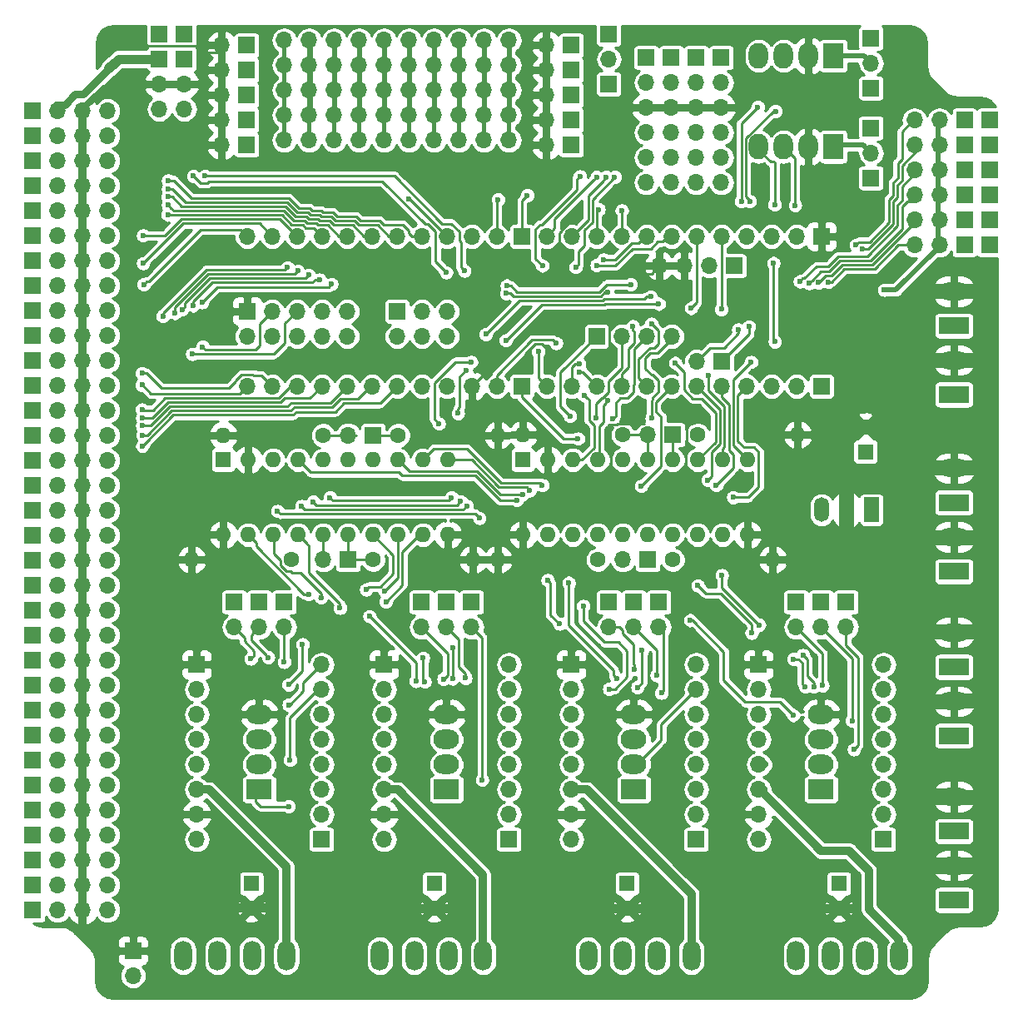
<source format=gtl>
G04 #@! TF.GenerationSoftware,KiCad,Pcbnew,(5.1.2)-1*
G04 #@! TF.CreationDate,2019-11-13T00:18:25-08:00*
G04 #@! TF.ProjectId,4Rose_t35_002c,34526f73-655f-4743-9335-5f303032632e,rev?*
G04 #@! TF.SameCoordinates,Original*
G04 #@! TF.FileFunction,Copper,L1,Top*
G04 #@! TF.FilePolarity,Positive*
%FSLAX46Y46*%
G04 Gerber Fmt 4.6, Leading zero omitted, Abs format (unit mm)*
G04 Created by KiCad (PCBNEW (5.1.2)-1) date 2019-11-13 00:18:25*
%MOMM*%
%LPD*%
G04 APERTURE LIST*
%ADD10O,1.800000X3.048000*%
%ADD11O,1.700000X1.700000*%
%ADD12R,1.700000X1.700000*%
%ADD13O,1.600000X1.600000*%
%ADD14C,1.600000*%
%ADD15R,1.600000X1.600000*%
%ADD16O,3.048000X1.800000*%
%ADD17R,3.048000X1.800000*%
%ADD18R,2.600000X2.000000*%
%ADD19O,2.600000X2.000000*%
%ADD20R,2.000000X2.600000*%
%ADD21O,2.000000X2.600000*%
%ADD22R,1.500000X2.500000*%
%ADD23O,1.500000X2.500000*%
%ADD24C,0.600000*%
%ADD25C,0.812800*%
%ADD26C,1.727200*%
%ADD27C,0.635000*%
%ADD28C,0.228600*%
%ADD29C,0.508000*%
%ADD30C,1.524000*%
%ADD31C,0.762000*%
%ADD32C,0.889000*%
%ADD33C,0.950000*%
%ADD34C,1.000000*%
%ADD35C,0.800000*%
%ADD36C,0.381000*%
%ADD37C,0.254000*%
G04 APERTURE END LIST*
D10*
X193040000Y-171323000D03*
X196540000Y-171323000D03*
X200040000Y-171323000D03*
X203540000Y-171323000D03*
X182381800Y-171323000D03*
X178881800Y-171323000D03*
X175381800Y-171323000D03*
X171881800Y-171323000D03*
X161198200Y-171323000D03*
X157698200Y-171323000D03*
X154198200Y-171323000D03*
X150698200Y-171323000D03*
X130683000Y-171323000D03*
X134183000Y-171323000D03*
X137683000Y-171323000D03*
X141183000Y-171323000D03*
D11*
X175412400Y-131064000D03*
D12*
X177952400Y-131064000D03*
X180492400Y-118364000D03*
D11*
X177952400Y-118364000D03*
D12*
X150012400Y-118402100D03*
D11*
X147472400Y-118402100D03*
X144945100Y-131064000D03*
D12*
X147485100Y-131064000D03*
X185420000Y-80010000D03*
D11*
X185420000Y-82550000D03*
X185420000Y-85090000D03*
X185420000Y-87630000D03*
X185420000Y-90170000D03*
X185420000Y-92710000D03*
D12*
X180340000Y-80010000D03*
D11*
X180340000Y-82550000D03*
X180340000Y-85090000D03*
X180340000Y-87630000D03*
X180340000Y-90170000D03*
X180340000Y-92710000D03*
D12*
X182880000Y-80010000D03*
D11*
X182880000Y-82550000D03*
X182880000Y-85090000D03*
X182880000Y-87630000D03*
X182880000Y-90170000D03*
X182880000Y-92710000D03*
X163830000Y-78232000D03*
X163830000Y-80772000D03*
X163830000Y-83312000D03*
X163830000Y-85852000D03*
X163830000Y-88392000D03*
X161290000Y-78232000D03*
X161290000Y-80772000D03*
X161290000Y-83312000D03*
X161290000Y-85852000D03*
X161290000Y-88392000D03*
X158750000Y-78232000D03*
X158750000Y-80772000D03*
X158750000Y-83312000D03*
X158750000Y-85852000D03*
X158750000Y-88392000D03*
X156210000Y-78232000D03*
X156210000Y-80772000D03*
X156210000Y-83312000D03*
X156210000Y-85852000D03*
X156210000Y-88392000D03*
X153670000Y-78232000D03*
X153670000Y-80772000D03*
X153670000Y-83312000D03*
X153670000Y-85852000D03*
X153670000Y-88392000D03*
X151130000Y-78232000D03*
X151130000Y-80772000D03*
X151130000Y-83312000D03*
X151130000Y-85852000D03*
X151130000Y-88392000D03*
X148590000Y-78232000D03*
X148590000Y-80772000D03*
X148590000Y-83312000D03*
X148590000Y-85852000D03*
X148590000Y-88392000D03*
X146050000Y-78232000D03*
X146050000Y-80772000D03*
X146050000Y-83312000D03*
X146050000Y-85852000D03*
X146050000Y-88392000D03*
X143510000Y-78232000D03*
X143510000Y-80772000D03*
X143510000Y-83312000D03*
X143510000Y-85852000D03*
X143510000Y-88392000D03*
X140970000Y-88392000D03*
X140970000Y-85852000D03*
X140970000Y-83312000D03*
X140970000Y-80772000D03*
X140970000Y-78232000D03*
X130810000Y-85217000D03*
X130810000Y-82677000D03*
D12*
X130810000Y-80137000D03*
X130810000Y-77597000D03*
X128270000Y-77597000D03*
X128270000Y-80137000D03*
D11*
X128270000Y-82677000D03*
X128270000Y-85217000D03*
X205079600Y-86360000D03*
X207619600Y-86360000D03*
D12*
X210159600Y-86360000D03*
X212699600Y-86360000D03*
X212699600Y-88900000D03*
X210159600Y-88900000D03*
D11*
X207619600Y-88900000D03*
X205079600Y-88900000D03*
D12*
X212699600Y-93980000D03*
X210159600Y-93980000D03*
D11*
X207619600Y-93980000D03*
X205079600Y-93980000D03*
X205079600Y-91440000D03*
X207619600Y-91440000D03*
D12*
X210159600Y-91440000D03*
X212699600Y-91440000D03*
X212699600Y-96520000D03*
X210159600Y-96520000D03*
D11*
X207619600Y-96520000D03*
X205079600Y-96520000D03*
X205079600Y-99060000D03*
X207619600Y-99060000D03*
D12*
X210159600Y-99060000D03*
X212699600Y-99060000D03*
D11*
X177800000Y-92710000D03*
X177800000Y-90170000D03*
X177800000Y-87630000D03*
X177800000Y-85090000D03*
X177800000Y-82550000D03*
D12*
X177800000Y-80010000D03*
X186740800Y-101171000D03*
D11*
X184200800Y-101171000D03*
X181660800Y-101171000D03*
X179120800Y-101171000D03*
X180390800Y-108331000D03*
X177850800Y-108331000D03*
X175310800Y-108331000D03*
D12*
X172770800Y-108331000D03*
X185470800Y-110871000D03*
D11*
X182930800Y-110871000D03*
X157530800Y-108331000D03*
X157530800Y-105791000D03*
X154990800Y-108331000D03*
X154990800Y-105791000D03*
X152450800Y-108331000D03*
D12*
X152450800Y-105791000D03*
D11*
X147370800Y-108331000D03*
X147370800Y-105791000D03*
X144830800Y-108331000D03*
X144830800Y-105791000D03*
X142290800Y-108331000D03*
X142290800Y-105791000D03*
X139750800Y-108331000D03*
X139750800Y-105791000D03*
X137210800Y-108331000D03*
D12*
X137210800Y-105791000D03*
D13*
X131572000Y-131064000D03*
D14*
X141732000Y-131064000D03*
X150012400Y-131064000D03*
D13*
X160172400Y-131064000D03*
X134772400Y-118402100D03*
D14*
X144932400Y-118402100D03*
X152552400Y-118402100D03*
D13*
X162712400Y-118402100D03*
X162712400Y-131064000D03*
D14*
X172872400Y-131064000D03*
X180492400Y-131064000D03*
D13*
X190652400Y-131064000D03*
D14*
X175412400Y-118364000D03*
D13*
X165252400Y-118364000D03*
X193192400Y-118364000D03*
D14*
X183032400Y-118364000D03*
X200101200Y-117565800D03*
D15*
X200101200Y-120065800D03*
X137642600Y-163982400D03*
D14*
X137642600Y-166482400D03*
D16*
X209092800Y-121743600D03*
D17*
X209092800Y-125243600D03*
D16*
X209092800Y-128743600D03*
D17*
X209092800Y-132243600D03*
D18*
X195580000Y-154432000D03*
D19*
X195580000Y-151892000D03*
X195580000Y-149352000D03*
X195580000Y-146812000D03*
D17*
X209092800Y-165670000D03*
D16*
X209092800Y-162170000D03*
D17*
X209092800Y-158670000D03*
D16*
X209092800Y-155170000D03*
X209092800Y-103760400D03*
D17*
X209092800Y-107260400D03*
D16*
X209092800Y-110760400D03*
D17*
X209092800Y-114260400D03*
D20*
X196850000Y-89052400D03*
D21*
X194310000Y-89052400D03*
X191770000Y-89052400D03*
X189230000Y-89052400D03*
X189230000Y-79806800D03*
X191770000Y-79806800D03*
X194310000Y-79806800D03*
D20*
X196850000Y-79806800D03*
D19*
X176530000Y-146812000D03*
X176530000Y-149352000D03*
X176530000Y-151892000D03*
D18*
X176530000Y-154432000D03*
X157480000Y-154432000D03*
D19*
X157480000Y-151892000D03*
X157480000Y-149352000D03*
X157480000Y-146812000D03*
X138430000Y-146812000D03*
X138430000Y-149352000D03*
X138430000Y-151892000D03*
D18*
X138430000Y-154432000D03*
D14*
X156222700Y-166482400D03*
D15*
X156222700Y-163982400D03*
D16*
X209092800Y-138456800D03*
D17*
X209092800Y-141956800D03*
D16*
X209092800Y-145456800D03*
D17*
X209092800Y-148956800D03*
D12*
X140970000Y-135382000D03*
D11*
X140970000Y-137922000D03*
D12*
X138430000Y-135382000D03*
D11*
X138430000Y-137922000D03*
D12*
X135890000Y-135382000D03*
D11*
X135890000Y-137922000D03*
X154940000Y-137922000D03*
D12*
X154940000Y-135382000D03*
D11*
X157480000Y-137922000D03*
D12*
X157480000Y-135382000D03*
D11*
X160020000Y-137922000D03*
D12*
X160020000Y-135382000D03*
X198120000Y-135382000D03*
D11*
X198120000Y-137922000D03*
D12*
X195580000Y-135382000D03*
D11*
X195580000Y-137922000D03*
D12*
X193040000Y-135382000D03*
D11*
X193040000Y-137922000D03*
X173990000Y-137922000D03*
D12*
X173990000Y-135382000D03*
D11*
X176530000Y-137922000D03*
D12*
X176530000Y-135382000D03*
D11*
X179070000Y-137922000D03*
D12*
X179070000Y-135382000D03*
D14*
X175844200Y-166482400D03*
D15*
X175844200Y-163982400D03*
D14*
X197396100Y-166482400D03*
D15*
X197396100Y-163982400D03*
D12*
X200660000Y-92227400D03*
D11*
X200660000Y-89687400D03*
D12*
X200660000Y-87147400D03*
X200660000Y-78016100D03*
D11*
X200660000Y-80556100D03*
D12*
X200660000Y-83096100D03*
X173990000Y-77597000D03*
D11*
X173990000Y-80137000D03*
D12*
X173990000Y-82677000D03*
X125590300Y-170827700D03*
D11*
X125590300Y-173367700D03*
D12*
X170180000Y-78740000D03*
D11*
X167640000Y-78740000D03*
D12*
X170180000Y-81280000D03*
D11*
X167640000Y-81280000D03*
D12*
X170180000Y-83820000D03*
D11*
X167640000Y-83820000D03*
D12*
X170180000Y-86360000D03*
D11*
X167640000Y-86360000D03*
D12*
X170180000Y-88900000D03*
D11*
X167640000Y-88900000D03*
X134620000Y-88900000D03*
D12*
X137160000Y-88900000D03*
D11*
X134620000Y-86360000D03*
D12*
X137160000Y-86360000D03*
D11*
X134620000Y-83820000D03*
D12*
X137160000Y-83820000D03*
D11*
X134620000Y-81280000D03*
D12*
X137160000Y-81280000D03*
D11*
X134620000Y-78740000D03*
D12*
X137160000Y-78740000D03*
X189230000Y-141732000D03*
D11*
X189230000Y-144272000D03*
X189230000Y-146812000D03*
X189230000Y-149352000D03*
X189230000Y-151892000D03*
X189230000Y-154432000D03*
X189230000Y-156972000D03*
X189230000Y-159512000D03*
X201930000Y-141732000D03*
X201930000Y-144272000D03*
X201930000Y-146812000D03*
X201930000Y-149352000D03*
X201930000Y-151892000D03*
X201930000Y-154432000D03*
X201930000Y-156972000D03*
D12*
X201930000Y-159512000D03*
X170180000Y-141732000D03*
D11*
X170180000Y-144272000D03*
X170180000Y-146812000D03*
X170180000Y-149352000D03*
X170180000Y-151892000D03*
X170180000Y-154432000D03*
X170180000Y-156972000D03*
X170180000Y-159512000D03*
X182880000Y-141732000D03*
X182880000Y-144272000D03*
X182880000Y-146812000D03*
X182880000Y-149352000D03*
X182880000Y-151892000D03*
X182880000Y-154432000D03*
X182880000Y-156972000D03*
D12*
X182880000Y-159512000D03*
X151130000Y-141732000D03*
D11*
X151130000Y-144272000D03*
X151130000Y-146812000D03*
X151130000Y-149352000D03*
X151130000Y-151892000D03*
X151130000Y-154432000D03*
X151130000Y-156972000D03*
X151130000Y-159512000D03*
D12*
X132080000Y-141732000D03*
D11*
X132080000Y-144272000D03*
X132080000Y-146812000D03*
X132080000Y-149352000D03*
X132080000Y-151892000D03*
X132080000Y-154432000D03*
X132080000Y-156972000D03*
X132080000Y-159512000D03*
X163830000Y-141732000D03*
X163830000Y-144272000D03*
X163830000Y-146812000D03*
X163830000Y-149352000D03*
X163830000Y-151892000D03*
X163830000Y-154432000D03*
X163830000Y-156972000D03*
D12*
X163830000Y-159512000D03*
D11*
X144780000Y-141732000D03*
X144780000Y-144272000D03*
X144780000Y-146812000D03*
X144780000Y-149352000D03*
X144780000Y-151892000D03*
X144780000Y-154432000D03*
X144780000Y-156972000D03*
D12*
X144780000Y-159512000D03*
D13*
X134772400Y-128524000D03*
X157632400Y-120904000D03*
X137312400Y-128524000D03*
X155092400Y-120904000D03*
X139852400Y-128524000D03*
X152552400Y-120904000D03*
X142392400Y-128524000D03*
X150012400Y-120904000D03*
X144932400Y-128524000D03*
X147472400Y-120904000D03*
X147472400Y-128524000D03*
X144932400Y-120904000D03*
X150012400Y-128524000D03*
X142392400Y-120904000D03*
X152552400Y-128524000D03*
X139852400Y-120904000D03*
X155092400Y-128524000D03*
X137312400Y-120904000D03*
X157632400Y-128524000D03*
D15*
X134772400Y-120904000D03*
X165252400Y-120904000D03*
D13*
X188112400Y-128524000D03*
X167792400Y-120904000D03*
X185572400Y-128524000D03*
X170332400Y-120904000D03*
X183032400Y-128524000D03*
X172872400Y-120904000D03*
X180492400Y-128524000D03*
X175412400Y-120904000D03*
X177952400Y-128524000D03*
X177952400Y-120904000D03*
X175412400Y-128524000D03*
X180492400Y-120904000D03*
X172872400Y-128524000D03*
X183032400Y-120904000D03*
X170332400Y-128524000D03*
X185572400Y-120904000D03*
X167792400Y-128524000D03*
X188112400Y-120904000D03*
X165252400Y-128524000D03*
D11*
X123012200Y-85420200D03*
X120472200Y-85420200D03*
X117932200Y-85420200D03*
D12*
X115392200Y-85420200D03*
D11*
X123012200Y-87960200D03*
X120472200Y-87960200D03*
X117932200Y-87960200D03*
D12*
X115392200Y-87960200D03*
X115392200Y-90500200D03*
D11*
X117932200Y-90500200D03*
X120472200Y-90500200D03*
X123012200Y-90500200D03*
D12*
X115392200Y-93040200D03*
D11*
X117932200Y-93040200D03*
X120472200Y-93040200D03*
X123012200Y-93040200D03*
X123012200Y-95580200D03*
X120472200Y-95580200D03*
X117932200Y-95580200D03*
D12*
X115392200Y-95580200D03*
X115392200Y-98120200D03*
D11*
X117932200Y-98120200D03*
X120472200Y-98120200D03*
X123012200Y-98120200D03*
X123012200Y-100660200D03*
X120472200Y-100660200D03*
X117932200Y-100660200D03*
D12*
X115392200Y-100660200D03*
X115392200Y-103200200D03*
D11*
X117932200Y-103200200D03*
X120472200Y-103200200D03*
X123012200Y-103200200D03*
X123012200Y-105740200D03*
X120472200Y-105740200D03*
X117932200Y-105740200D03*
D12*
X115392200Y-105740200D03*
X115392200Y-108280200D03*
D11*
X117932200Y-108280200D03*
X120472200Y-108280200D03*
X123012200Y-108280200D03*
X123012200Y-110820200D03*
X120472200Y-110820200D03*
X117932200Y-110820200D03*
D12*
X115392200Y-110820200D03*
X115392200Y-113360200D03*
D11*
X117932200Y-113360200D03*
X120472200Y-113360200D03*
X123012200Y-113360200D03*
X123012200Y-115900200D03*
X120472200Y-115900200D03*
X117932200Y-115900200D03*
D12*
X115392200Y-115900200D03*
X115392200Y-118440200D03*
D11*
X117932200Y-118440200D03*
X120472200Y-118440200D03*
X123012200Y-118440200D03*
X123012200Y-120980200D03*
X120472200Y-120980200D03*
X117932200Y-120980200D03*
D12*
X115392200Y-120980200D03*
D11*
X123012200Y-123520200D03*
X120472200Y-123520200D03*
X117932200Y-123520200D03*
D12*
X115392200Y-123520200D03*
X115392200Y-126060200D03*
D11*
X117932200Y-126060200D03*
X120472200Y-126060200D03*
X123012200Y-126060200D03*
D12*
X115392200Y-128600200D03*
D11*
X117932200Y-128600200D03*
X120472200Y-128600200D03*
X123012200Y-128600200D03*
D12*
X115392200Y-131140200D03*
D11*
X117932200Y-131140200D03*
X120472200Y-131140200D03*
X123012200Y-131140200D03*
X123012200Y-133680200D03*
X120472200Y-133680200D03*
X117932200Y-133680200D03*
D12*
X115392200Y-133680200D03*
D11*
X123012200Y-136220200D03*
X120472200Y-136220200D03*
X117932200Y-136220200D03*
D12*
X115392200Y-136220200D03*
X115392200Y-138760200D03*
D11*
X117932200Y-138760200D03*
X120472200Y-138760200D03*
X123012200Y-138760200D03*
X123012200Y-141300200D03*
X120472200Y-141300200D03*
X117932200Y-141300200D03*
D12*
X115392200Y-141300200D03*
X115392200Y-143840200D03*
D11*
X117932200Y-143840200D03*
X120472200Y-143840200D03*
X123012200Y-143840200D03*
X123012200Y-146380200D03*
X120472200Y-146380200D03*
X117932200Y-146380200D03*
D12*
X115392200Y-146380200D03*
X115392200Y-148920200D03*
D11*
X117932200Y-148920200D03*
X120472200Y-148920200D03*
X123012200Y-148920200D03*
X123012200Y-151460200D03*
X120472200Y-151460200D03*
X117932200Y-151460200D03*
D12*
X115392200Y-151460200D03*
X115392200Y-154000200D03*
D11*
X117932200Y-154000200D03*
X120472200Y-154000200D03*
X123012200Y-154000200D03*
X123012200Y-156540200D03*
X120472200Y-156540200D03*
X117932200Y-156540200D03*
D12*
X115392200Y-156540200D03*
X115392200Y-159080200D03*
D11*
X117932200Y-159080200D03*
X120472200Y-159080200D03*
X123012200Y-159080200D03*
X123012200Y-161620200D03*
X120472200Y-161620200D03*
X117932200Y-161620200D03*
D12*
X115392200Y-161620200D03*
X115392200Y-164160200D03*
D11*
X117932200Y-164160200D03*
X120472200Y-164160200D03*
X123012200Y-164160200D03*
X123012200Y-166700200D03*
X120472200Y-166700200D03*
X117932200Y-166700200D03*
D12*
X115392200Y-166700200D03*
X195630800Y-98171000D03*
D11*
X193090800Y-98171000D03*
X190550800Y-98171000D03*
X188010800Y-98171000D03*
X185470800Y-98171000D03*
X182930800Y-98171000D03*
X180390800Y-98171000D03*
X177850800Y-98171000D03*
X175310800Y-98171000D03*
X172770800Y-98171000D03*
X170230800Y-98171000D03*
X167690800Y-98171000D03*
X167690800Y-113411000D03*
X170230800Y-113411000D03*
X172770800Y-113411000D03*
X175310800Y-113411000D03*
X177850800Y-113411000D03*
X180390800Y-113411000D03*
X182930800Y-113411000D03*
X185470800Y-113411000D03*
X188010800Y-113411000D03*
X190550800Y-113411000D03*
X193090800Y-113411000D03*
D12*
X195630800Y-113411000D03*
D11*
X137210800Y-113411000D03*
X139750800Y-113411000D03*
X142290800Y-113411000D03*
X144830800Y-113411000D03*
X147370800Y-113411000D03*
X149910800Y-113411000D03*
X152450800Y-113411000D03*
X154990800Y-113411000D03*
X157530800Y-113411000D03*
X160070800Y-113411000D03*
X162610800Y-113411000D03*
D12*
X165150800Y-113411000D03*
X165150800Y-98171000D03*
D11*
X162610800Y-98171000D03*
X160070800Y-98171000D03*
X157530800Y-98171000D03*
X154990800Y-98171000D03*
X152450800Y-98171000D03*
X149910800Y-98171000D03*
X147370800Y-98171000D03*
X144830800Y-98171000D03*
X142290800Y-98171000D03*
X139750800Y-98171000D03*
X137210800Y-98171000D03*
D22*
X200710000Y-125984000D03*
D23*
X198170000Y-125984000D03*
X195630000Y-125984000D03*
D24*
X123139200Y-81114900D03*
X123710700Y-80543400D03*
X124371100Y-80111600D03*
X168643300Y-109042200D03*
X174586900Y-92140168D03*
X170611800Y-101307900D03*
X162725100Y-94424500D03*
X170853751Y-118735333D03*
X167233600Y-101142800D03*
X171043600Y-92062300D03*
X166814500Y-109880400D03*
X159981900Y-110947200D03*
X170975390Y-111153070D03*
X156702048Y-117213010D03*
X159435800Y-111836200D03*
X158635700Y-116166900D03*
X171001366Y-111995860D03*
X157441900Y-101828600D03*
X176425101Y-107318299D03*
X173847393Y-103884479D03*
X163576100Y-103974800D03*
X131741471Y-92026166D03*
X176212500Y-103060500D03*
X159289750Y-101669850D03*
X163615409Y-103175474D03*
X132905500Y-92036900D03*
X178316313Y-107063787D03*
X167220900Y-123482100D03*
X177266600Y-123571000D03*
X184048400Y-122948700D03*
X165937059Y-124006835D03*
X184912000Y-123482100D03*
X165236152Y-124392514D03*
X186639200Y-124714000D03*
X164632683Y-125006824D03*
X202006200Y-103619300D03*
X199109845Y-99034120D03*
X188239400Y-107340400D03*
X199784824Y-99463564D03*
X187147200Y-107657900D03*
X165696900Y-93992700D03*
X172745400Y-92140168D03*
X173710600Y-92140168D03*
X172961300Y-95427800D03*
X187464700Y-94602300D03*
X189141100Y-85013800D03*
X188328300Y-94602300D03*
X175310590Y-95534110D03*
X190931800Y-85445600D03*
X173443900Y-100528490D03*
X173908016Y-114865716D03*
X172745400Y-101104700D03*
X171488100Y-114325400D03*
X182359300Y-105462321D03*
X180733700Y-111048800D03*
X184124600Y-112331500D03*
X185432700Y-105575100D03*
X190868300Y-108877100D03*
X190728600Y-100888800D03*
X188468000Y-110947200D03*
X190855600Y-94945200D03*
X192925700Y-95008700D03*
X137577445Y-141114651D03*
X139331700Y-140982700D03*
X157175200Y-143179800D03*
X159410400Y-143090900D03*
X176568100Y-142176500D03*
X178854100Y-142811500D03*
X140970000Y-141465300D03*
X161092230Y-153458810D03*
X179336700Y-144602200D03*
X126504700Y-113284000D03*
X126504700Y-112090200D03*
X126504700Y-115785898D03*
X126530100Y-116624100D03*
X126530100Y-117424113D03*
X126553979Y-118376700D03*
X126542801Y-119481599D03*
X141300200Y-101320600D03*
X128625600Y-106299000D03*
X142342736Y-101680755D03*
X129853041Y-105966342D03*
X143434821Y-102107461D03*
X130581400Y-105600500D03*
X144540422Y-102567084D03*
X131711700Y-105206800D03*
X145783300Y-103022400D03*
X132613400Y-104889300D03*
X131610100Y-110134400D03*
X132676900Y-109397800D03*
X161481410Y-108123090D03*
X178247634Y-104313090D03*
X193421000Y-102750990D03*
X163512500Y-108737400D03*
X179070000Y-105033710D03*
X194373500Y-102933500D03*
X145630900Y-124726700D03*
X157988000Y-124728368D03*
X170053000Y-116459000D03*
X143903700Y-125156979D03*
X172669200Y-116632090D03*
X158908997Y-125117939D03*
X142739215Y-125585590D03*
X174384489Y-116733690D03*
X159558090Y-125585590D03*
X160820100Y-126822200D03*
X140284200Y-126098300D03*
X178333400Y-116674909D03*
X196316600Y-102831900D03*
X195313300Y-102870000D03*
X129153572Y-93341775D03*
X129132489Y-94141509D03*
X129146501Y-94970408D03*
X129133600Y-95978645D03*
X126606298Y-98082100D03*
X126619000Y-100914200D03*
X126682500Y-103047800D03*
X129159000Y-92481400D03*
X153661067Y-94369933D03*
X189280800Y-137680700D03*
X185496200Y-132626100D03*
X193725800Y-140741400D03*
X194830700Y-143967200D03*
X188518800Y-138493500D03*
X183032400Y-133667500D03*
X192760600Y-141160500D03*
X193941700Y-143941800D03*
X182257700Y-137210800D03*
X192747900Y-146862800D03*
X198907400Y-150355300D03*
X198733367Y-147430533D03*
X195719700Y-143852898D03*
X158102300Y-143141700D03*
X158097590Y-140004800D03*
X151177615Y-134246934D03*
X151307800Y-135305800D03*
X155092400Y-141025892D03*
X155270200Y-143471900D03*
X154355800Y-143395700D03*
X149301200Y-134099300D03*
X149631400Y-136804400D03*
X171386500Y-135763000D03*
X174015400Y-144195800D03*
X168986200Y-137566400D03*
X167754300Y-133121400D03*
X176911000Y-144030700D03*
X177355500Y-140258800D03*
X169913300Y-133400800D03*
X174777400Y-143129000D03*
X144713917Y-134889283D03*
X141422549Y-145808699D03*
X146646900Y-135953500D03*
X141566875Y-151413691D03*
X142836900Y-139661900D03*
X143433800Y-134569200D03*
X141414500Y-143764000D03*
X141414500Y-156146500D03*
D25*
X141183000Y-170942000D02*
X141183000Y-171332800D01*
X133350000Y-154432000D02*
X132080000Y-154432000D01*
X141183000Y-170942000D02*
X141183000Y-162265000D01*
X141183000Y-162265000D02*
X133350000Y-154432000D01*
X151130000Y-154432000D02*
X151803100Y-154432000D01*
X152501600Y-154432000D02*
X151130000Y-154432000D01*
X161198200Y-171043600D02*
X161198200Y-163128600D01*
X161198200Y-163128600D02*
X152501600Y-154432000D01*
X170903900Y-154432000D02*
X170180000Y-154432000D01*
X171729400Y-154432000D02*
X170180000Y-154432000D01*
X182381800Y-171043600D02*
X182381800Y-165084400D01*
X182381800Y-165084400D02*
X171729400Y-154432000D01*
D26*
X208800700Y-155155900D02*
X206422899Y-155155900D01*
X211099400Y-162166300D02*
X209824200Y-162166299D01*
X209219800Y-162153600D02*
X206903201Y-162153600D01*
D27*
X120396000Y-166624000D02*
X120396000Y-164084000D01*
X120396000Y-166624000D02*
X120396000Y-167652700D01*
X120396000Y-167995600D02*
X120396000Y-167780074D01*
X120396000Y-164084000D02*
X120396000Y-161544000D01*
X120396000Y-161544000D02*
X120396000Y-159004000D01*
X120396000Y-159004000D02*
X120396000Y-156464000D01*
X120396000Y-156464000D02*
X120396000Y-153924000D01*
X120396000Y-153924000D02*
X120396000Y-151384000D01*
X120396000Y-151384000D02*
X120396000Y-148844000D01*
X120396000Y-148844000D02*
X120396000Y-146304000D01*
X120396000Y-146304000D02*
X120396000Y-143764000D01*
X120396000Y-143764000D02*
X120396000Y-141224000D01*
X120396000Y-141224000D02*
X120396000Y-138684000D01*
X120396000Y-138684000D02*
X120396000Y-136144000D01*
X120396000Y-136144000D02*
X120396000Y-133604000D01*
X120396000Y-133604000D02*
X120396000Y-131064000D01*
X120396000Y-131064000D02*
X120396000Y-128524000D01*
X120396000Y-128524000D02*
X120396000Y-125984000D01*
X120396000Y-125984000D02*
X120396000Y-123444000D01*
X120396000Y-123444000D02*
X120396000Y-120904000D01*
X120396000Y-120904000D02*
X120396000Y-118364000D01*
X120396000Y-118364000D02*
X120396000Y-115824000D01*
X120396000Y-115824000D02*
X120396000Y-113284000D01*
X120396000Y-113284000D02*
X120396000Y-110744000D01*
X120396000Y-110744000D02*
X120396000Y-108204000D01*
X120396000Y-108204000D02*
X120396000Y-105664000D01*
X120396000Y-105664000D02*
X120396000Y-103124000D01*
X120396000Y-103124000D02*
X120396000Y-100584000D01*
X120396000Y-100584000D02*
X120396000Y-98044000D01*
X120396000Y-98044000D02*
X120396000Y-95504000D01*
X120396000Y-95504000D02*
X120396000Y-92964000D01*
X120396000Y-92964000D02*
X120396000Y-90424000D01*
X120396000Y-90424000D02*
X120396000Y-87884000D01*
X120396000Y-87884000D02*
X120396000Y-85344000D01*
D28*
X120396000Y-85344000D02*
X120484900Y-85344000D01*
X120484900Y-85344000D02*
X122212100Y-83616800D01*
D27*
X120396000Y-85344000D02*
X122605800Y-83134200D01*
X122605800Y-83134200D02*
X124612400Y-83134200D01*
D28*
X134620000Y-80899000D02*
X134620000Y-79768700D01*
X134620000Y-79768700D02*
X134340600Y-79489300D01*
X134340600Y-79489300D02*
X133134100Y-79489300D01*
X133134100Y-79489300D02*
X132422900Y-78778100D01*
X132422900Y-78778100D02*
X126098300Y-78778100D01*
X126098300Y-78778100D02*
X125984000Y-78892400D01*
D29*
X167792400Y-122035370D02*
X168680330Y-122923300D01*
X167792400Y-120904000D02*
X167792400Y-122035370D01*
D28*
X168680330Y-122923300D02*
X173507400Y-122923300D01*
X174205900Y-120431334D02*
X174383700Y-120253534D01*
X174205900Y-122224800D02*
X174205900Y-120431334D01*
X174383700Y-120253534D02*
X174383700Y-120040400D01*
X174383700Y-120040400D02*
X173977300Y-119634000D01*
X173977300Y-119634000D02*
X173977300Y-117348000D01*
X173977300Y-117348000D02*
X173978999Y-117349699D01*
X174066200Y-109931200D02*
X173951900Y-110045500D01*
X173685200Y-106616500D02*
X174066200Y-106997500D01*
X174066200Y-106997500D02*
X174066200Y-109931200D01*
X170611800Y-106616500D02*
X173685200Y-106616500D01*
X168478200Y-106616500D02*
X170611800Y-106616500D01*
X166865300Y-106616500D02*
X168478200Y-106616500D01*
X160070800Y-113411000D02*
X166865300Y-106616500D01*
X173774100Y-122656600D02*
X174117000Y-122656600D01*
X173507400Y-122923300D02*
X173774100Y-122656600D01*
X173774100Y-122656600D02*
X174205900Y-122224800D01*
X174117000Y-122656600D02*
X175983900Y-124523500D01*
X175983900Y-124523500D02*
X179349400Y-124523500D01*
X179349400Y-124523500D02*
X181851300Y-122021600D01*
X181851300Y-122021600D02*
X181851300Y-119710200D01*
X181851300Y-119710200D02*
X181889400Y-119672100D01*
X181889400Y-119672100D02*
X181889400Y-116979700D01*
X181889400Y-116979700D02*
X182333900Y-116535200D01*
X166471600Y-109118400D02*
X165455600Y-110134400D01*
X167220900Y-109118400D02*
X166471600Y-109118400D01*
X167957500Y-109855000D02*
X167220900Y-109118400D01*
X169684700Y-109855000D02*
X167957500Y-109855000D01*
X165455600Y-110134400D02*
X165455600Y-111125000D01*
X170611800Y-106616500D02*
X170611800Y-108927900D01*
X170611800Y-108927900D02*
X169684700Y-109855000D01*
D30*
X211239100Y-155244800D02*
X209182957Y-155244800D01*
X208793200Y-145542000D02*
X206565500Y-145542000D01*
X209473421Y-145440400D02*
X211734400Y-145440400D01*
X206737500Y-138430000D02*
X211162900Y-138430000D01*
X206578200Y-128801900D02*
X210921600Y-128801900D01*
X211003600Y-121753400D02*
X206425800Y-121753400D01*
X210995500Y-110767900D02*
X206705200Y-110767900D01*
X207098900Y-103782900D02*
X210921600Y-103782900D01*
X200101200Y-117565800D02*
X201039100Y-117565800D01*
X201039100Y-117565800D02*
X201037200Y-117563900D01*
X201037200Y-117563900D02*
X199110600Y-117563900D01*
X198170800Y-125742700D02*
X198170800Y-123863100D01*
X198170800Y-123863100D02*
X198094600Y-123939300D01*
X198183500Y-123939300D02*
X198183500Y-128384300D01*
D31*
X170180000Y-156972000D02*
X171856400Y-156972000D01*
X171856400Y-156972000D02*
X171818300Y-157010100D01*
X171818300Y-157010100D02*
X168605200Y-157010100D01*
X151130000Y-156972000D02*
X152692100Y-156972000D01*
X152692100Y-156972000D02*
X152679400Y-156959300D01*
X152679400Y-156959300D02*
X149529800Y-156959300D01*
X132080000Y-156972000D02*
X133502400Y-156972000D01*
X133502400Y-156972000D02*
X133426200Y-156895800D01*
X133426200Y-156895800D02*
X130225800Y-156895800D01*
D28*
X174779234Y-117348000D02*
X174914233Y-117213001D01*
X173977300Y-117348000D02*
X174779234Y-117348000D01*
X176946335Y-117213001D02*
X176984435Y-117251101D01*
X176984435Y-117251101D02*
X177574165Y-117251101D01*
X174914233Y-117213001D02*
X176946335Y-117213001D01*
X168935400Y-97817234D02*
X170435834Y-96316800D01*
X168935400Y-101828600D02*
X168935400Y-97817234D01*
X179120800Y-101171000D02*
X178320801Y-101970999D01*
X177975101Y-101970999D02*
X177850800Y-102095300D01*
X177850800Y-102095300D02*
X171119800Y-102095300D01*
X178320801Y-101970999D02*
X177975101Y-101970999D01*
X171119800Y-102095300D02*
X170967400Y-102247700D01*
X169354500Y-102247700D02*
X168935400Y-101828600D01*
X170967400Y-102247700D02*
X169354500Y-102247700D01*
D31*
X189230000Y-156972000D02*
X187693300Y-156972000D01*
X187693300Y-156972000D02*
X187680600Y-156984700D01*
D32*
X157505400Y-166535100D02*
X154711499Y-166535100D01*
X177215800Y-166535100D02*
X174421899Y-166535100D01*
X198882000Y-166535100D02*
X196088099Y-166535100D01*
X139039501Y-166458900D02*
X136245600Y-166458900D01*
D33*
X124117100Y-80137000D02*
X128270000Y-80137000D01*
D34*
X123139200Y-81114900D02*
X123710700Y-80543400D01*
D33*
X123710700Y-80543400D02*
X124117100Y-80137000D01*
D27*
X117856000Y-85344000D02*
X117856000Y-84797900D01*
D35*
X120516650Y-83737450D02*
X123139200Y-81114900D01*
X119703850Y-83737450D02*
X120516650Y-83737450D01*
X117856000Y-84797900D02*
X118643400Y-84797900D01*
X118643400Y-84797900D02*
X119703850Y-83737450D01*
D28*
X166200641Y-108689789D02*
X162610800Y-112279630D01*
X162610800Y-112279630D02*
X162610800Y-113411000D01*
X168290889Y-108689789D02*
X166200641Y-108689789D01*
X168643300Y-109042200D02*
X168290889Y-108689789D01*
X172310411Y-94416657D02*
X172310411Y-96697536D01*
X174586900Y-92140168D02*
X172310411Y-94416657D01*
X170911799Y-101007901D02*
X170611800Y-101307900D01*
X172310411Y-96697536D02*
X171513500Y-97494447D01*
X171513500Y-97494447D02*
X171513500Y-99136200D01*
X171513500Y-99136200D02*
X170911799Y-99737901D01*
X170911799Y-99737901D02*
X170911799Y-101007901D01*
X162610800Y-94538800D02*
X162725100Y-94424500D01*
X162610800Y-98171000D02*
X162610800Y-94538800D01*
X169343763Y-118735333D02*
X170429487Y-118735333D01*
X165150800Y-114542370D02*
X169343763Y-118735333D01*
X170429487Y-118735333D02*
X170853751Y-118735333D01*
X165150800Y-113411000D02*
X165150800Y-114542370D01*
X166814500Y-112534700D02*
X166814500Y-110304664D01*
X166814500Y-110304664D02*
X166814500Y-109880400D01*
X167690800Y-113411000D02*
X166814500Y-112534700D01*
X166526499Y-97455701D02*
X166975501Y-97006699D01*
X166526499Y-100435699D02*
X166526499Y-97455701D01*
X166975501Y-97006699D02*
X167216801Y-97006699D01*
X167216801Y-97006699D02*
X170743601Y-93479899D01*
X170743601Y-92362299D02*
X171043600Y-92062300D01*
X167233600Y-101142800D02*
X166526499Y-100435699D01*
X170743601Y-93479899D02*
X170743601Y-92362299D01*
X170230800Y-113411000D02*
X170230800Y-111511496D01*
X170230800Y-111511496D02*
X170589226Y-111153070D01*
X170589226Y-111153070D02*
X170975390Y-111153070D01*
X156235400Y-116746362D02*
X156702048Y-117213010D01*
X156235400Y-113057234D02*
X156235400Y-116746362D01*
X159981900Y-110947200D02*
X158345434Y-110947200D01*
X158345434Y-110947200D02*
X156235400Y-113057234D01*
X158635700Y-115742636D02*
X158635700Y-116166900D01*
X158838900Y-115539436D02*
X158635700Y-115742636D01*
X159435800Y-111836200D02*
X158838900Y-112433100D01*
X158838900Y-112433100D02*
X158838900Y-115539436D01*
X172770800Y-113411000D02*
X171355660Y-111995860D01*
X171355660Y-111995860D02*
X171001366Y-111995860D01*
X164000364Y-103974800D02*
X164263975Y-104238411D01*
X173544374Y-103884479D02*
X173847393Y-103884479D01*
X173190442Y-104238411D02*
X173544374Y-103884479D01*
X164263975Y-104238411D02*
X173190442Y-104238411D01*
X163576100Y-103974800D02*
X164000364Y-103974800D01*
X132041470Y-92326165D02*
X131741471Y-92026166D01*
X132468106Y-92752801D02*
X132041470Y-92326165D01*
X133136865Y-92752801D02*
X132468106Y-92752801D01*
X133309855Y-92579811D02*
X133136865Y-92752801D01*
X157441900Y-101828600D02*
X156366499Y-100753199D01*
X156366499Y-97679799D02*
X155606717Y-96920017D01*
X156366499Y-100753199D02*
X156366499Y-97679799D01*
X155606717Y-96920017D02*
X155301983Y-96920017D01*
X155301983Y-96920017D02*
X150961777Y-92579811D01*
X150961777Y-92579811D02*
X133309855Y-92579811D01*
X175310800Y-113411000D02*
X175310800Y-112124847D01*
X175996600Y-111439047D02*
X175996600Y-109579053D01*
X175996600Y-109579053D02*
X176542700Y-109032953D01*
X175310800Y-112124847D02*
X175996600Y-111439047D01*
X176542700Y-109032953D02*
X176542700Y-107860162D01*
X176425101Y-107742563D02*
X176425101Y-107318299D01*
X176542700Y-107860162D02*
X176425101Y-107742563D01*
X164039673Y-103175474D02*
X163615409Y-103175474D01*
X164673999Y-103809800D02*
X164039673Y-103175474D01*
X173012906Y-103809800D02*
X164673999Y-103809800D01*
X173762206Y-103060500D02*
X173012906Y-103809800D01*
X176212500Y-103060500D02*
X173762206Y-103060500D01*
X133329764Y-92036900D02*
X132905500Y-92036900D01*
X152196800Y-92036900D02*
X133329764Y-92036900D01*
X158956499Y-101336599D02*
X158956499Y-98779865D01*
X158956499Y-98779865D02*
X158788100Y-98611466D01*
X158788100Y-98611466D02*
X158788100Y-97705134D01*
X158788100Y-97705134D02*
X157958566Y-96875600D01*
X157035500Y-96875600D02*
X152196800Y-92036900D01*
X159289750Y-101669850D02*
X158956499Y-101336599D01*
X157958566Y-96875600D02*
X157035500Y-96875600D01*
X178620353Y-109495301D02*
X179015101Y-109100553D01*
X177022111Y-110636342D02*
X178163152Y-109495301D01*
X179015101Y-109100553D02*
X179015101Y-107762575D01*
X177850800Y-113411000D02*
X177022111Y-112582311D01*
X177022111Y-112582311D02*
X177022111Y-110636342D01*
X178616312Y-107363786D02*
X178316313Y-107063787D01*
X178163152Y-109495301D02*
X178620353Y-109495301D01*
X179015101Y-107762575D02*
X178616312Y-107363786D01*
X177566599Y-123271001D02*
X177266600Y-123571000D01*
X179328099Y-121509501D02*
X177566599Y-123271001D01*
X179328099Y-116518401D02*
X179328099Y-121509501D01*
X178777900Y-115968202D02*
X179328099Y-116518401D01*
X178777900Y-115023900D02*
X178777900Y-115968202D01*
X180390800Y-113411000D02*
X178777900Y-115023900D01*
X167005000Y-123266200D02*
X167220900Y-123482100D01*
X162997902Y-123266200D02*
X167005000Y-123266200D01*
X159521401Y-119789699D02*
X162997902Y-123266200D01*
X155092400Y-120904000D02*
X156206701Y-119789699D01*
X156206701Y-119789699D02*
X159521401Y-119789699D01*
X184458099Y-122539001D02*
X184348399Y-122648701D01*
X184348399Y-122648701D02*
X184048400Y-122948700D01*
X184458099Y-120084448D02*
X184458099Y-122539001D01*
X185289811Y-119252736D02*
X184458099Y-120084448D01*
X185289811Y-115770011D02*
X185289811Y-119252736D01*
X182930800Y-113411000D02*
X185289811Y-115770011D01*
X157632400Y-120904000D02*
X159105600Y-120904000D01*
X158445200Y-120904000D02*
X159105600Y-120904000D01*
X165625035Y-123694811D02*
X165937059Y-124006835D01*
X162820366Y-123694811D02*
X165625035Y-123694811D01*
X159105600Y-120904000D02*
X160029555Y-120904000D01*
X160029555Y-120904000D02*
X162820366Y-123694811D01*
X186686701Y-121707399D02*
X185211999Y-123182101D01*
X186251878Y-119934312D02*
X186686701Y-120369135D01*
X186686701Y-120369135D02*
X186686701Y-121707399D01*
X185211999Y-123182101D02*
X184912000Y-123482100D01*
X185470800Y-114542370D02*
X186251878Y-115323448D01*
X185470800Y-113411000D02*
X185470800Y-114542370D01*
X186251878Y-115323448D02*
X186251878Y-119934312D01*
X164811888Y-124392514D02*
X165236152Y-124392514D01*
X162911922Y-124392514D02*
X164811888Y-124392514D01*
X153689022Y-122040622D02*
X160560030Y-122040622D01*
X152552400Y-120904000D02*
X153689022Y-122040622D01*
X160560030Y-122040622D02*
X162911922Y-124392514D01*
X189226701Y-123637799D02*
X188150500Y-124714000D01*
X188150500Y-124714000D02*
X186639200Y-124714000D01*
X187109100Y-114312700D02*
X187109100Y-119011700D01*
X188010800Y-113411000D02*
X187109100Y-114312700D01*
X187109100Y-119011700D02*
X187731400Y-119634000D01*
X187731400Y-119634000D02*
X188760100Y-119634000D01*
X188760100Y-119634000D02*
X189226701Y-120100601D01*
X189226701Y-120100601D02*
X189226701Y-123637799D01*
X164208419Y-125006824D02*
X164632683Y-125006824D01*
X142392400Y-120904000D02*
X143649700Y-122161300D01*
X152603200Y-122161300D02*
X152933400Y-122491500D01*
X152933400Y-122491500D02*
X160404761Y-122491500D01*
X143649700Y-122161300D02*
X152603200Y-122161300D01*
X160404761Y-122491500D02*
X162920085Y-125006824D01*
X162920085Y-125006824D02*
X164208419Y-125006824D01*
D29*
X203174600Y-103619300D02*
X202006200Y-103619300D01*
X207454500Y-99339400D02*
X203174600Y-103619300D01*
X207721200Y-86360000D02*
X207454500Y-86626700D01*
X207454500Y-86626700D02*
X207454500Y-99339400D01*
X207518000Y-99060000D02*
X207518000Y-96520000D01*
X207518000Y-96520000D02*
X207518000Y-93980000D01*
X207518000Y-93980000D02*
X207518000Y-91440000D01*
X207518000Y-91440000D02*
X207518000Y-88900000D01*
X207518000Y-88900000D02*
X207518000Y-86360000D01*
D28*
X185470800Y-110871000D02*
X188239400Y-108102400D01*
X188239400Y-108102400D02*
X188239400Y-107764664D01*
X188239400Y-107764664D02*
X188239400Y-107340400D01*
X202495178Y-96754922D02*
X200515979Y-98734121D01*
X202495178Y-94430822D02*
X202495178Y-96754922D01*
X199409844Y-98734121D02*
X199109845Y-99034120D01*
X204978000Y-86360000D02*
X203813699Y-87524301D01*
X203385088Y-92232812D02*
X202907900Y-92710000D01*
X202907900Y-92710000D02*
X202907900Y-94018100D01*
X203813699Y-90274989D02*
X203385088Y-90703599D01*
X203385088Y-90703599D02*
X203385088Y-92232812D01*
X203813699Y-87524301D02*
X203813699Y-90274989D01*
X200515979Y-98734121D02*
X199409844Y-98734121D01*
X202907900Y-94018100D02*
X202495178Y-94430822D01*
X202923789Y-96932458D02*
X202923789Y-94608358D01*
X203336511Y-94195636D02*
X203336511Y-92945243D01*
X203813699Y-90949847D02*
X205181200Y-89582346D01*
X203813699Y-92468055D02*
X203813699Y-90949847D01*
X203336511Y-92945243D02*
X203813699Y-92468055D01*
X205181200Y-89582346D02*
X205181200Y-88900000D01*
X200392683Y-99463564D02*
X202923789Y-96932458D01*
X202923789Y-94608358D02*
X203336511Y-94195636D01*
X199784824Y-99463564D02*
X200392683Y-99463564D01*
X187147200Y-108038900D02*
X187147200Y-107657900D01*
X185686700Y-109499400D02*
X187147200Y-108038900D01*
X182930800Y-110871000D02*
X184302400Y-109499400D01*
X184302400Y-109499400D02*
X185686700Y-109499400D01*
X165150800Y-94538800D02*
X165696900Y-93992700D01*
X165150800Y-98171000D02*
X165150800Y-94538800D01*
X172445401Y-92440167D02*
X172745400Y-92140168D01*
X168490799Y-96394769D02*
X172445401Y-92440167D01*
X168490799Y-97371001D02*
X168490799Y-96394769D01*
X167690800Y-98171000D02*
X168490799Y-97371001D01*
X173410601Y-92440167D02*
X173710600Y-92140168D01*
X173410601Y-92484065D02*
X173410601Y-92440167D01*
X171881800Y-96520000D02*
X171881800Y-94012866D01*
X170230800Y-98171000D02*
X171881800Y-96520000D01*
X171881800Y-94012866D02*
X173410601Y-92484065D01*
X172770800Y-95618300D02*
X172961300Y-95427800D01*
X172770800Y-98171000D02*
X172770800Y-95618300D01*
X187464700Y-94602300D02*
X187464700Y-86690200D01*
X187464700Y-86690200D02*
X188841101Y-85313799D01*
X188841101Y-85313799D02*
X189141100Y-85013800D01*
X175310800Y-95534320D02*
X175310590Y-95534110D01*
X175310800Y-98171000D02*
X175310800Y-95534320D01*
X190678085Y-85445600D02*
X190931800Y-85445600D01*
X187915690Y-88207995D02*
X190678085Y-85445600D01*
X187915690Y-94126190D02*
X187915690Y-88207995D01*
X188328300Y-94602300D02*
X188328300Y-94538800D01*
X188328300Y-94538800D02*
X187915690Y-94126190D01*
X173868164Y-100528490D02*
X173443900Y-100528490D01*
X174671264Y-100528490D02*
X173868164Y-100528490D01*
X176355654Y-98844100D02*
X174671264Y-100528490D01*
X177012600Y-98844100D02*
X176355654Y-98844100D01*
X177850800Y-98171000D02*
X177685700Y-98171000D01*
X177685700Y-98171000D02*
X177012600Y-98844100D01*
X173608017Y-115165715D02*
X173908016Y-114865716D01*
X173409266Y-115364466D02*
X173608017Y-115165715D01*
X173409266Y-117090534D02*
X173409266Y-115364466D01*
X173024800Y-117475000D02*
X173409266Y-117090534D01*
X172872400Y-120904000D02*
X173024800Y-120751600D01*
X173024800Y-120751600D02*
X173024800Y-117475000D01*
X174663100Y-101142800D02*
X172783500Y-101142800D01*
X179997100Y-98171000D02*
X179462235Y-98705865D01*
X180390800Y-98171000D02*
X179997100Y-98171000D01*
X179462235Y-98705865D02*
X178965101Y-98705865D01*
X178965101Y-98705865D02*
X178242666Y-99428300D01*
X172783500Y-101142800D02*
X172745400Y-101104700D01*
X178242666Y-99428300D02*
X176377600Y-99428300D01*
X176377600Y-99428300D02*
X174663100Y-101142800D01*
X171259500Y-120904000D02*
X172504100Y-119659400D01*
X172504100Y-119659400D02*
X172504100Y-117386100D01*
X171788099Y-114625399D02*
X171488100Y-114325400D01*
X172504100Y-117386100D02*
X171967511Y-116849511D01*
X171967511Y-116849511D02*
X171967511Y-114804811D01*
X171967511Y-114804811D02*
X171788099Y-114625399D01*
X170332400Y-120904000D02*
X171259500Y-120904000D01*
X182930800Y-98171000D02*
X182930800Y-104890821D01*
X182659299Y-105162322D02*
X182359300Y-105462321D01*
X182930800Y-104890821D02*
X182659299Y-105162322D01*
X181033699Y-111348799D02*
X180733700Y-111048800D01*
X181668699Y-111983799D02*
X181033699Y-111348799D01*
X181668699Y-113798065D02*
X181668699Y-111983799D01*
X182538934Y-114668300D02*
X181668699Y-113798065D01*
X184861200Y-119075200D02*
X184861200Y-116128800D01*
X183032400Y-120904000D02*
X184861200Y-119075200D01*
X184861200Y-116128800D02*
X183400700Y-114668300D01*
X183400700Y-114668300D02*
X182538934Y-114668300D01*
X185470800Y-99302370D02*
X185470800Y-98171000D01*
X185432700Y-98209100D02*
X185470800Y-98171000D01*
X185432700Y-105575100D02*
X185432700Y-98209100D01*
X185572400Y-120904000D02*
X185572400Y-119772630D01*
X184124600Y-112755764D02*
X184124600Y-112331500D01*
X185718422Y-119626608D02*
X185718422Y-115440076D01*
X185572400Y-119772630D02*
X185718422Y-119626608D01*
X184124600Y-113846254D02*
X184124600Y-112755764D01*
X185718422Y-115440076D02*
X184124600Y-113846254D01*
X190728600Y-108737400D02*
X190868300Y-108877100D01*
X190728600Y-100888800D02*
X190728600Y-108737400D01*
X188168001Y-111247199D02*
X188468000Y-110947200D01*
X186680489Y-119472089D02*
X186680489Y-112734711D01*
X188112400Y-120904000D02*
X186680489Y-119472089D01*
X186680489Y-112734711D02*
X188168001Y-111247199D01*
X189230000Y-89352400D02*
X189230000Y-89052400D01*
X190458600Y-90581000D02*
X189230000Y-89352400D01*
X190758600Y-90581000D02*
X190458600Y-90581000D01*
X190855600Y-90678000D02*
X190758600Y-90581000D01*
X190855600Y-94945200D02*
X190855600Y-90678000D01*
X193090800Y-98004232D02*
X192976572Y-98004232D01*
X192925700Y-90208100D02*
X191770000Y-89052400D01*
X192925700Y-95008700D02*
X192925700Y-90208100D01*
X137871200Y-140820896D02*
X137577445Y-141114651D01*
X137871200Y-140309600D02*
X137871200Y-140820896D01*
X136918700Y-139357100D02*
X137871200Y-140309600D01*
X135890000Y-137922000D02*
X136918700Y-138950700D01*
X136918700Y-138950700D02*
X136918700Y-139357100D01*
X139031701Y-140682701D02*
X139331700Y-140982700D01*
X137604500Y-139255500D02*
X139031701Y-140682701D01*
X138430000Y-137922000D02*
X137604500Y-138747500D01*
X137604500Y-138747500D02*
X137604500Y-139255500D01*
X157581600Y-142773400D02*
X157175200Y-143179800D01*
X154940000Y-137922000D02*
X157581600Y-140563600D01*
X157581600Y-140563600D02*
X157581600Y-142773400D01*
X159410400Y-142666636D02*
X159410400Y-143090900D01*
X157480000Y-137922000D02*
X158711900Y-139153900D01*
X158711900Y-139153900D02*
X158711900Y-141968136D01*
X158711900Y-141968136D02*
X159410400Y-142666636D01*
X176568100Y-141752236D02*
X176568100Y-142176500D01*
X175056800Y-137922000D02*
X175365699Y-138230899D01*
X173990000Y-137922000D02*
X175056800Y-137922000D01*
X175365699Y-138230899D02*
X175365699Y-138586499D01*
X175365699Y-138586499D02*
X176453800Y-139674600D01*
X176453800Y-139674600D02*
X176453800Y-141637936D01*
X176453800Y-141637936D02*
X176568100Y-141752236D01*
X178854100Y-142387236D02*
X178854100Y-142811500D01*
X178854100Y-140246100D02*
X178854100Y-142387236D01*
X176530000Y-137922000D02*
X178854100Y-140246100D01*
X140970000Y-137922000D02*
X140970000Y-141465300D01*
X161092230Y-153034546D02*
X161092230Y-153458810D01*
X161092230Y-138994230D02*
X161092230Y-153034546D01*
X160020000Y-137922000D02*
X161092230Y-138994230D01*
X179481102Y-144457798D02*
X179336700Y-144602200D01*
X179501800Y-144437100D02*
X179481102Y-144457798D01*
X179070000Y-137922000D02*
X179501800Y-138353800D01*
X179501800Y-138353800D02*
X179501800Y-144437100D01*
D36*
X143649700Y-80708500D02*
X143649700Y-78168500D01*
X143649700Y-83248500D02*
X143649700Y-80708500D01*
X143649700Y-85788500D02*
X143649700Y-83248500D01*
X146088100Y-83083400D02*
X146088100Y-85623400D01*
X146088100Y-80543400D02*
X146088100Y-83083400D01*
X146088100Y-78003400D02*
X146088100Y-80543400D01*
X148628100Y-80543400D02*
X148628100Y-78003400D01*
X148628100Y-83083400D02*
X148628100Y-80543400D01*
X148628100Y-85623400D02*
X148628100Y-83083400D01*
X151168100Y-83083400D02*
X151168100Y-85623400D01*
X151168100Y-80543400D02*
X151168100Y-83083400D01*
X151168100Y-78003400D02*
X151168100Y-80543400D01*
X153708100Y-80543400D02*
X153708100Y-78003400D01*
X153708100Y-83083400D02*
X153708100Y-80543400D01*
X153708100Y-85623400D02*
X153708100Y-83083400D01*
X156248100Y-80543400D02*
X156248100Y-78003400D01*
X156248100Y-83083400D02*
X156248100Y-80543400D01*
X156248100Y-85623400D02*
X156248100Y-83083400D01*
X158788100Y-83083400D02*
X158788100Y-85623400D01*
X158788100Y-80543400D02*
X158788100Y-83083400D01*
X158788100Y-78003400D02*
X158788100Y-80543400D01*
X161328100Y-80543400D02*
X161328100Y-78003400D01*
X161328100Y-83083400D02*
X161328100Y-80543400D01*
X161328100Y-85623400D02*
X161328100Y-83083400D01*
X163868100Y-83083400D02*
X163868100Y-85623400D01*
X163868100Y-80543400D02*
X163868100Y-83083400D01*
X163868100Y-78003400D02*
X163868100Y-80543400D01*
X140970000Y-88392000D02*
X140970000Y-85852000D01*
X140970000Y-85852000D02*
X140970000Y-83312000D01*
X140970000Y-83312000D02*
X140970000Y-80772000D01*
X140970000Y-80772000D02*
X140970000Y-78232000D01*
X143510000Y-78232000D02*
X143510000Y-80772000D01*
X143510000Y-80772000D02*
X143510000Y-83312000D01*
X143510000Y-83312000D02*
X143510000Y-85852000D01*
X143510000Y-85852000D02*
X143510000Y-88392000D01*
X146050000Y-88392000D02*
X146050000Y-85852000D01*
X146050000Y-85852000D02*
X146050000Y-83312000D01*
X146050000Y-83312000D02*
X146050000Y-80772000D01*
X146050000Y-80772000D02*
X146050000Y-78232000D01*
X148590000Y-78232000D02*
X148590000Y-80772000D01*
X148590000Y-80772000D02*
X148590000Y-83312000D01*
X148590000Y-83312000D02*
X148590000Y-85852000D01*
X148590000Y-85852000D02*
X148590000Y-88392000D01*
X151130000Y-88392000D02*
X151130000Y-85852000D01*
X151130000Y-85852000D02*
X151130000Y-83312000D01*
X151130000Y-83312000D02*
X151130000Y-80772000D01*
X151130000Y-80772000D02*
X151130000Y-78232000D01*
X153670000Y-78232000D02*
X153670000Y-80772000D01*
X153670000Y-80772000D02*
X153670000Y-83312000D01*
X153670000Y-83312000D02*
X153670000Y-85852000D01*
X153670000Y-85852000D02*
X153670000Y-88392000D01*
X156210000Y-88392000D02*
X156210000Y-85852000D01*
X156210000Y-85852000D02*
X156210000Y-83312000D01*
X156210000Y-83312000D02*
X156210000Y-80772000D01*
X156210000Y-80772000D02*
X156210000Y-78232000D01*
X158750000Y-78232000D02*
X158750000Y-80772000D01*
X158750000Y-80772000D02*
X158750000Y-83312000D01*
X158750000Y-83312000D02*
X158750000Y-85852000D01*
X158750000Y-85852000D02*
X158750000Y-88392000D01*
X161290000Y-88392000D02*
X161290000Y-85852000D01*
X161290000Y-85852000D02*
X161290000Y-83312000D01*
X161290000Y-83312000D02*
X161290000Y-80772000D01*
X161290000Y-80772000D02*
X161290000Y-78232000D01*
X163830000Y-78232000D02*
X163830000Y-80772000D01*
X163830000Y-80772000D02*
X163830000Y-83312000D01*
X163830000Y-83312000D02*
X163830000Y-85852000D01*
X163830000Y-85852000D02*
X163830000Y-88392000D01*
D28*
X127406400Y-114185700D02*
X126504700Y-113284000D01*
X136436100Y-114185700D02*
X127406400Y-114185700D01*
X137210800Y-113411000D02*
X136436100Y-114185700D01*
X128465664Y-113626900D02*
X126928964Y-112090200D01*
X135318500Y-113626900D02*
X128465664Y-113626900D01*
X136046499Y-112852135D02*
X136046499Y-112898901D01*
X136046499Y-112898901D02*
X135318500Y-113626900D01*
X136651935Y-112246699D02*
X136046499Y-112852135D01*
X126928964Y-112090200D02*
X126504700Y-112090200D01*
X138645900Y-112306100D02*
X138163300Y-112306100D01*
X139750800Y-113411000D02*
X138645900Y-112306100D01*
X138163300Y-112306100D02*
X138153899Y-112296699D01*
X138153899Y-112296699D02*
X137819665Y-112296699D01*
X137819665Y-112296699D02*
X137769665Y-112246699D01*
X137769665Y-112246699D02*
X136651935Y-112246699D01*
X126555502Y-115836700D02*
X126504700Y-115785898D01*
X127635000Y-115836700D02*
X126555502Y-115836700D01*
X128857389Y-114614311D02*
X127635000Y-115836700D01*
X140433995Y-114614311D02*
X128857389Y-114614311D01*
X142290800Y-113411000D02*
X141637306Y-113411000D01*
X141637306Y-113411000D02*
X140433995Y-114614311D01*
X143595711Y-114646089D02*
X141008365Y-114646089D01*
X127558800Y-116624100D02*
X126954364Y-116624100D01*
X126954364Y-116624100D02*
X126530100Y-116624100D01*
X129139978Y-115042922D02*
X127558800Y-116624100D01*
X140611532Y-115042922D02*
X129139978Y-115042922D01*
X144830800Y-113411000D02*
X143595711Y-114646089D01*
X141008365Y-114646089D02*
X140611532Y-115042922D01*
X141303333Y-115471533D02*
X129333667Y-115471533D01*
X141700166Y-115074700D02*
X141303333Y-115471533D01*
X127381087Y-117424113D02*
X126954364Y-117424113D01*
X147370800Y-113411000D02*
X145707100Y-115074700D01*
X126954364Y-117424113D02*
X126530100Y-117424113D01*
X145707100Y-115074700D02*
X141700166Y-115074700D01*
X129333667Y-115471533D02*
X127381087Y-117424113D01*
X126978243Y-118376700D02*
X126553979Y-118376700D01*
X141617756Y-115900144D02*
X129511202Y-115900144D01*
X149733000Y-113411000D02*
X148450300Y-114693700D01*
X149910800Y-113411000D02*
X149733000Y-113411000D01*
X127034646Y-118376700D02*
X126978243Y-118376700D01*
X146694246Y-114693700D02*
X145878257Y-115509689D01*
X145878257Y-115509689D02*
X142008211Y-115509689D01*
X129511202Y-115900144D02*
X127034646Y-118376700D01*
X148450300Y-114693700D02*
X146694246Y-114693700D01*
X142008211Y-115509689D02*
X141617756Y-115900144D01*
X129695645Y-116328755D02*
X126842800Y-119181600D01*
X150736300Y-115125500D02*
X147027900Y-115125500D01*
X152450800Y-113411000D02*
X150736300Y-115125500D01*
X126842800Y-119181600D02*
X126542801Y-119481599D01*
X147027900Y-115125500D02*
X146151600Y-116001800D01*
X146151600Y-116001800D02*
X142163800Y-116001800D01*
X142163800Y-116001800D02*
X141836845Y-116328755D01*
X141836845Y-116328755D02*
X129695645Y-116328755D01*
X128625600Y-106006900D02*
X128625600Y-106299000D01*
X141046200Y-101574600D02*
X133057900Y-101574600D01*
X133057900Y-101574600D02*
X128625600Y-106006900D01*
X141300200Y-101320600D02*
X141046200Y-101574600D01*
X142020280Y-102003211D02*
X133235435Y-102003211D01*
X142342736Y-101680755D02*
X142020280Y-102003211D01*
X133235435Y-102003211D02*
X129853041Y-105385605D01*
X129853041Y-105385605D02*
X129853041Y-105542078D01*
X129853041Y-105542078D02*
X129853041Y-105966342D01*
X143434821Y-102107461D02*
X143110404Y-102431878D01*
X143110404Y-102431878D02*
X133412914Y-102431878D01*
X130881399Y-104963393D02*
X130881399Y-105300501D01*
X130881399Y-105300501D02*
X130581400Y-105600500D01*
X133412914Y-102431878D02*
X130881399Y-104963393D01*
X131711700Y-104782536D02*
X131711700Y-105206800D01*
X143822753Y-102860489D02*
X133633747Y-102860489D01*
X144116158Y-102567084D02*
X143822753Y-102860489D01*
X133633747Y-102860489D02*
X131711700Y-104782536D01*
X144540422Y-102567084D02*
X144116158Y-102567084D01*
X134162800Y-103339900D02*
X132913399Y-104589301D01*
X132913399Y-104589301D02*
X132613400Y-104889300D01*
X145465800Y-103339900D02*
X134162800Y-103339900D01*
X145783300Y-103022400D02*
X145465800Y-103339900D01*
X141058900Y-107022900D02*
X142290800Y-105791000D01*
X141058900Y-109016800D02*
X141058900Y-107022900D01*
X131610100Y-110134400D02*
X139941300Y-110134400D01*
X139941300Y-110134400D02*
X141058900Y-109016800D01*
X132976899Y-109697799D02*
X132676900Y-109397800D01*
X138053801Y-109697799D02*
X132976899Y-109697799D01*
X138493500Y-109258100D02*
X138053801Y-109697799D01*
X139750800Y-105791000D02*
X138493500Y-107048300D01*
X138493500Y-107048300D02*
X138493500Y-109258100D01*
X173367978Y-104667022D02*
X173536211Y-104498789D01*
X177637671Y-104498789D02*
X177823370Y-104313090D01*
X164937478Y-104667022D02*
X173367978Y-104667022D01*
X161481410Y-108123090D02*
X164937478Y-104667022D01*
X173536211Y-104498789D02*
X177637671Y-104498789D01*
X177823370Y-104313090D02*
X178247634Y-104313090D01*
X197310333Y-100199867D02*
X196291200Y-101219000D01*
X193890809Y-102450991D02*
X193720999Y-102450991D01*
X196291200Y-101219000D02*
X195122800Y-101219000D01*
X200262527Y-100199867D02*
X197310333Y-100199867D01*
X193720999Y-102450991D02*
X193421000Y-102750990D01*
X204812900Y-92075000D02*
X203813699Y-93074201D01*
X195122800Y-101219000D02*
X193890809Y-102450991D01*
X205181200Y-92075000D02*
X204812900Y-92075000D01*
X203813699Y-93074201D02*
X203813699Y-94538155D01*
X203813699Y-94538155D02*
X203352400Y-94999454D01*
X203352400Y-94999454D02*
X203352400Y-97109994D01*
X203352400Y-97109994D02*
X200262527Y-100199867D01*
X173607437Y-105033710D02*
X178645736Y-105033710D01*
X163512500Y-108737400D02*
X167154267Y-105095633D01*
X173545514Y-105095633D02*
X173607437Y-105033710D01*
X167154267Y-105095633D02*
X173545514Y-105095633D01*
X178645736Y-105033710D02*
X179070000Y-105033710D01*
X195580000Y-101727000D02*
X194673499Y-102633501D01*
X194673499Y-102633501D02*
X194373500Y-102933500D01*
X196418200Y-101727000D02*
X195580000Y-101727000D01*
X204343000Y-94615000D02*
X203813699Y-95144301D01*
X205181200Y-94615000D02*
X204343000Y-94615000D01*
X203813699Y-95144301D02*
X203813699Y-97408355D01*
X203813699Y-97408355D02*
X200593576Y-100628478D01*
X200593576Y-100628478D02*
X197516722Y-100628478D01*
X197516722Y-100628478D02*
X196418200Y-101727000D01*
X145961100Y-125056900D02*
X157659468Y-125056900D01*
X145630900Y-124726700D02*
X145961100Y-125056900D01*
X157659468Y-125056900D02*
X157988000Y-124728368D01*
X169753001Y-116159001D02*
X170053000Y-116459000D01*
X169079901Y-115485901D02*
X169753001Y-116159001D01*
X169079901Y-112021899D02*
X169079901Y-112838733D01*
X172770800Y-108331000D02*
X169079901Y-112021899D01*
X169079901Y-112838733D02*
X169066499Y-112852135D01*
X169066499Y-112852135D02*
X169066499Y-113969865D01*
X169066499Y-113969865D02*
X169079901Y-113983267D01*
X169079901Y-113983267D02*
X169079901Y-115485901D01*
X158541425Y-125485511D02*
X158608998Y-125417938D01*
X144232232Y-125485511D02*
X158541425Y-125485511D01*
X143903700Y-125156979D02*
X144232232Y-125485511D01*
X158608998Y-125417938D02*
X158908997Y-125117939D01*
X172669200Y-116207826D02*
X172669200Y-116632090D01*
X172669200Y-115161766D02*
X172669200Y-116207826D01*
X173255665Y-114575301D02*
X172669200Y-115161766D01*
X173935101Y-112894399D02*
X173935101Y-113969865D01*
X175310800Y-111518700D02*
X173935101Y-112894399D01*
X173329665Y-114575301D02*
X173255665Y-114575301D01*
X173935101Y-113969865D02*
X173329665Y-114575301D01*
X175310800Y-108331000D02*
X175310800Y-111518700D01*
X142739215Y-125585590D02*
X143067747Y-125914122D01*
X143067747Y-125914122D02*
X159229558Y-125914122D01*
X159229558Y-125914122D02*
X159258091Y-125885589D01*
X159258091Y-125885589D02*
X159558090Y-125585590D01*
X174684488Y-116433691D02*
X174384489Y-116733690D01*
X174684488Y-115091412D02*
X174684488Y-116433691D01*
X176475101Y-113969865D02*
X175869665Y-114575301D01*
X177850800Y-108331000D02*
X176580800Y-109601000D01*
X176580800Y-113195100D02*
X176475101Y-113300799D01*
X175133000Y-114642900D02*
X174684488Y-115091412D01*
X176580800Y-109601000D02*
X176580800Y-113195100D01*
X175869665Y-114575301D02*
X175795665Y-114575301D01*
X175795665Y-114575301D02*
X175728066Y-114642900D01*
X176475101Y-113300799D02*
X176475101Y-113969865D01*
X175728066Y-114642900D02*
X175133000Y-114642900D01*
X140584199Y-126398299D02*
X140284200Y-126098300D01*
X140604798Y-126377700D02*
X140584199Y-126398299D01*
X160820100Y-126822200D02*
X160375600Y-126377700D01*
X160375600Y-126377700D02*
X140604798Y-126377700D01*
X178435000Y-114760654D02*
X178333400Y-114862254D01*
X178333400Y-114862254D02*
X178333400Y-116250645D01*
X178435000Y-114549966D02*
X178435000Y-114760654D01*
X179015101Y-112852135D02*
X179015101Y-113969865D01*
X179015101Y-113969865D02*
X178435000Y-114549966D01*
X180390800Y-108572300D02*
X178917600Y-110045500D01*
X180390800Y-108331000D02*
X180390800Y-108572300D01*
X178409665Y-112246699D02*
X179015101Y-112852135D01*
X178335665Y-112246699D02*
X178409665Y-112246699D01*
X178917600Y-110045500D02*
X178219100Y-110045500D01*
X178333400Y-116250645D02*
X178333400Y-116674909D01*
X178219100Y-110045500D02*
X177698400Y-110566200D01*
X177698400Y-110566200D02*
X177698400Y-111609434D01*
X177698400Y-111609434D02*
X178335665Y-112246699D01*
X196608700Y-102831900D02*
X196316600Y-102831900D01*
X197954900Y-101485700D02*
X196608700Y-102831900D01*
X201015600Y-101485700D02*
X197954900Y-101485700D01*
X205181200Y-99060000D02*
X203441300Y-99060000D01*
X203441300Y-99060000D02*
X201015600Y-101485700D01*
X195364100Y-102870000D02*
X195313300Y-102870000D01*
X205181200Y-96647000D02*
X200771111Y-101057089D01*
X205181200Y-96520000D02*
X205181200Y-96647000D01*
X197773911Y-101057089D02*
X196672200Y-102158800D01*
X196672200Y-102158800D02*
X196075300Y-102158800D01*
X200771111Y-101057089D02*
X197773911Y-101057089D01*
X196075300Y-102158800D02*
X195364100Y-102870000D01*
X151633966Y-98171000D02*
X150469665Y-97006699D01*
X143382273Y-95720866D02*
X142265249Y-95720866D01*
X152450800Y-98171000D02*
X151633966Y-98171000D01*
X148535807Y-97006696D02*
X148107201Y-96578088D01*
X150469665Y-97006699D02*
X148535807Y-97006696D01*
X144730430Y-96149477D02*
X144556391Y-95975438D01*
X130955906Y-94719845D02*
X129577836Y-93341775D01*
X129577836Y-93341775D02*
X129153572Y-93341775D01*
X142265249Y-95720866D02*
X141264228Y-94719845D01*
X143636845Y-95975438D02*
X143382273Y-95720866D01*
X146173345Y-96578087D02*
X145744737Y-96149477D01*
X145744737Y-96149477D02*
X144730430Y-96149477D01*
X144556391Y-95975438D02*
X143636845Y-95975438D01*
X141264228Y-94719845D02*
X130955906Y-94719845D01*
X148107201Y-96578088D02*
X146173345Y-96578087D01*
X129556753Y-94141509D02*
X129132489Y-94141509D01*
X143204737Y-96149477D02*
X142087714Y-96149477D01*
X130563700Y-95148456D02*
X129556753Y-94141509D01*
X141086693Y-95148456D02*
X130563700Y-95148456D01*
X149093966Y-98171000D02*
X147929664Y-97006698D01*
X144378855Y-96404049D02*
X143459308Y-96404049D01*
X142087714Y-96149477D02*
X141086693Y-95148456D01*
X143455812Y-96400552D02*
X143204737Y-96149477D01*
X143459308Y-96404049D02*
X143455812Y-96400552D01*
X144552894Y-96578088D02*
X144378855Y-96404049D01*
X145995807Y-97006697D02*
X145567201Y-96578088D01*
X147929664Y-97006698D02*
X145995807Y-97006697D01*
X149910800Y-98171000D02*
X149093966Y-98171000D01*
X145567201Y-96578088D02*
X144552894Y-96578088D01*
X129446500Y-95270407D02*
X129146501Y-94970408D01*
X140909160Y-95577069D02*
X129753162Y-95577069D01*
X143027201Y-96578088D02*
X141910180Y-96578088D01*
X145389665Y-97006699D02*
X144375358Y-97006699D01*
X147370800Y-98171000D02*
X146553966Y-98171000D01*
X129753162Y-95577069D02*
X129446500Y-95270407D01*
X141910180Y-96578088D02*
X140909160Y-95577069D01*
X143281771Y-96832659D02*
X143027201Y-96578088D01*
X144201319Y-96832660D02*
X143281771Y-96832659D01*
X144375358Y-97006699D02*
X144201319Y-96832660D01*
X146553966Y-98171000D02*
X145389665Y-97006699D01*
X144830800Y-98171000D02*
X143980801Y-97321001D01*
X143163967Y-97321001D02*
X142849665Y-97006699D01*
X142849665Y-97006699D02*
X141732645Y-97006699D01*
X141732645Y-97006699D02*
X140731625Y-96005679D01*
X140731625Y-96005679D02*
X129584898Y-96005679D01*
X129584898Y-96005679D02*
X129557864Y-95978645D01*
X129557864Y-95978645D02*
X129133600Y-95978645D01*
X143980801Y-97321001D02*
X143163967Y-97321001D01*
X142290800Y-98171000D02*
X140554089Y-96434289D01*
X140554089Y-96434289D02*
X130492764Y-96434289D01*
X130492764Y-96434289D02*
X128844953Y-98082100D01*
X128844953Y-98082100D02*
X127030562Y-98082100D01*
X127030562Y-98082100D02*
X126606298Y-98082100D01*
X126918999Y-100614201D02*
X126619000Y-100914200D01*
X130670300Y-96862900D02*
X126918999Y-100614201D01*
X139750800Y-98171000D02*
X138442700Y-96862900D01*
X138442700Y-96862900D02*
X130670300Y-96862900D01*
X126982499Y-102747801D02*
X126682500Y-103047800D01*
X127194945Y-102747801D02*
X126982499Y-102747801D01*
X132482946Y-97459800D02*
X127194945Y-102747801D01*
X137210800Y-98171000D02*
X136499600Y-97459800D01*
X136499600Y-97459800D02*
X132482946Y-97459800D01*
X129583264Y-92481400D02*
X129159000Y-92481400D01*
X129748364Y-92481400D02*
X129583264Y-92481400D01*
X131558198Y-94291234D02*
X129748364Y-92481400D01*
X140963736Y-94291234D02*
X131558198Y-94291234D01*
X140963738Y-94291236D02*
X140963736Y-94291234D01*
X141441768Y-94291236D02*
X140963738Y-94291236D01*
X143559809Y-95292255D02*
X142442784Y-95292255D01*
X143810937Y-95543383D02*
X143559809Y-95292255D01*
X143811010Y-95543384D02*
X143810937Y-95543383D01*
X143814452Y-95546827D02*
X143811010Y-95543384D01*
X144733927Y-95546827D02*
X143814452Y-95546827D01*
X144907966Y-95720866D02*
X144733927Y-95546827D01*
X145922273Y-95720866D02*
X144907966Y-95720866D01*
X146350883Y-96149477D02*
X145922273Y-95720866D01*
X148713345Y-96578086D02*
X148284737Y-96149477D01*
X150647201Y-96578088D02*
X148713345Y-96578086D01*
X153009665Y-97006699D02*
X151075811Y-97006699D01*
X153615101Y-97612135D02*
X153009665Y-97006699D01*
X153962100Y-98171000D02*
X153615101Y-97824001D01*
X154990800Y-98171000D02*
X153962100Y-98171000D01*
X151075811Y-97006699D02*
X150647201Y-96578088D01*
X142442784Y-95292255D02*
X141441768Y-94291236D01*
X148284737Y-96149477D02*
X146350883Y-96149477D01*
X153615101Y-97824001D02*
X153615101Y-97612135D01*
X153729733Y-94369933D02*
X153661067Y-94369933D01*
X157530800Y-98171000D02*
X153729733Y-94369933D01*
X189280800Y-137680700D02*
X185496200Y-133896100D01*
X185496200Y-133896100D02*
X185496200Y-132626100D01*
X194830700Y-143542936D02*
X194830700Y-143967200D01*
X194170300Y-142882536D02*
X194830700Y-143542936D01*
X193725800Y-140741400D02*
X194170300Y-141185900D01*
X194170300Y-141185900D02*
X194170300Y-142882536D01*
X183832500Y-134467600D02*
X183032400Y-133667500D01*
X185343800Y-134467600D02*
X183832500Y-134467600D01*
X188518800Y-138493500D02*
X188518800Y-137642600D01*
X188518800Y-137642600D02*
X185343800Y-134467600D01*
X193641701Y-143641801D02*
X193941700Y-143941800D01*
X193641701Y-141533601D02*
X193641701Y-143641801D01*
X192760600Y-141160500D02*
X193268600Y-141160500D01*
X193268600Y-141160500D02*
X193641701Y-141533601D01*
X192447901Y-146562801D02*
X192747900Y-146862800D01*
X182486300Y-137210800D02*
X185674000Y-140398500D01*
X182257700Y-137210800D02*
X182486300Y-137210800D01*
X185674000Y-140398500D02*
X185674000Y-143344900D01*
X185674000Y-143344900D02*
X187867910Y-145538810D01*
X187867910Y-145538810D02*
X191423910Y-145538810D01*
X191423910Y-145538810D02*
X192447901Y-146562801D01*
X199207399Y-150055301D02*
X198907400Y-150355300D01*
X199356602Y-149906098D02*
X199207399Y-150055301D01*
X199356602Y-140987402D02*
X199356602Y-149906098D01*
X198120000Y-137922000D02*
X198120000Y-139750800D01*
X198120000Y-139750800D02*
X199356602Y-140987402D01*
X198733367Y-141075367D02*
X198733367Y-147006269D01*
X198733367Y-147006269D02*
X198733367Y-147430533D01*
X195580000Y-137922000D02*
X198733367Y-141075367D01*
X193040000Y-137922000D02*
X195719700Y-140601700D01*
X195719700Y-143428634D02*
X195719700Y-143852898D01*
X195719700Y-140601700D02*
X195719700Y-143428634D01*
X158102300Y-143141700D02*
X158102300Y-140009510D01*
X158102300Y-140009510D02*
X158097590Y-140004800D01*
X152542889Y-132881660D02*
X151477614Y-133946935D01*
X151477614Y-133946935D02*
X151177615Y-134246934D01*
X152542889Y-129664881D02*
X152542889Y-132881660D01*
X152552400Y-129655370D02*
X152542889Y-129664881D01*
X152552400Y-128524000D02*
X152552400Y-129655370D01*
X155092400Y-141025892D02*
X155092400Y-143294100D01*
X155092400Y-143294100D02*
X155270200Y-143471900D01*
X154736800Y-128524000D02*
X155092400Y-128524000D01*
X152971500Y-130289300D02*
X154736800Y-128524000D01*
X152971500Y-133642100D02*
X152971500Y-130289300D01*
X151307800Y-135305800D02*
X152971500Y-133642100D01*
X154355800Y-141528800D02*
X154355800Y-143395700D01*
X149631400Y-136804400D02*
X154355800Y-141528800D01*
X149601199Y-133799301D02*
X149301200Y-134099300D01*
X150756899Y-133799301D02*
X149601199Y-133799301D01*
X152057100Y-132499100D02*
X150756899Y-133799301D01*
X152057100Y-130568700D02*
X152057100Y-132499100D01*
X150012400Y-128524000D02*
X152057100Y-130568700D01*
X174439664Y-144195800D02*
X174015400Y-144195800D01*
X174617464Y-144195800D02*
X174439664Y-144195800D01*
X171386500Y-135763000D02*
X171386500Y-137299700D01*
X173532800Y-139446000D02*
X174955200Y-139446000D01*
X174955200Y-139446000D02*
X175856900Y-140347700D01*
X171386500Y-137299700D02*
X173532800Y-139446000D01*
X175856900Y-140347700D02*
X175856900Y-142956364D01*
X175856900Y-142956364D02*
X174617464Y-144195800D01*
X176911000Y-144030700D02*
X177355500Y-143586200D01*
X177355500Y-140683064D02*
X177355500Y-140258800D01*
X177355500Y-143586200D02*
X177355500Y-140683064D01*
X168054299Y-133421399D02*
X167754300Y-133121400D01*
X168054299Y-136685299D02*
X168054299Y-133421399D01*
X168986200Y-137566400D02*
X168935400Y-137566400D01*
X168935400Y-137566400D02*
X168054299Y-136685299D01*
X176830000Y-151892000D02*
X176530000Y-151892000D01*
X179324000Y-149398000D02*
X176830000Y-151892000D01*
X182880000Y-144272000D02*
X179324000Y-147828000D01*
X179324000Y-147828000D02*
X179324000Y-149398000D01*
X174477401Y-142829001D02*
X174777400Y-143129000D01*
X174477401Y-142270201D02*
X174477401Y-142829001D01*
X169913300Y-133400800D02*
X169913300Y-137706100D01*
X169913300Y-137706100D02*
X174477401Y-142270201D01*
X144490483Y-134889283D02*
X144713917Y-134889283D01*
X141490701Y-145808699D02*
X141422549Y-145808699D01*
X142913100Y-144386300D02*
X141490701Y-145808699D01*
X144780000Y-141732000D02*
X142913100Y-143598900D01*
X142913100Y-143598900D02*
X142913100Y-144386300D01*
X140617699Y-131156199D02*
X139890500Y-130429000D01*
X140617699Y-131598865D02*
X140617699Y-131156199D01*
X139954000Y-128524000D02*
X139852400Y-128524000D01*
X141197135Y-132178301D02*
X140617699Y-131598865D01*
X139890500Y-130429000D02*
X139890500Y-128587500D01*
X141824089Y-132362589D02*
X141639801Y-132178301D01*
X142611487Y-132362589D02*
X141824089Y-132362589D01*
X141639801Y-132178301D02*
X141197135Y-132178301D01*
X139890500Y-128587500D02*
X139954000Y-128524000D01*
X144713917Y-134889283D02*
X144713917Y-134465019D01*
X144713917Y-134465019D02*
X142611487Y-132362589D01*
X146665950Y-135972550D02*
X146646900Y-135953500D01*
X143192399Y-129323999D02*
X142392400Y-128524000D01*
X143506701Y-129638301D02*
X143192399Y-129323999D01*
X143506701Y-132389037D02*
X143506701Y-129638301D01*
X146646900Y-135529236D02*
X143506701Y-132389037D01*
X146646900Y-135953500D02*
X146646900Y-135529236D01*
X141566875Y-150989427D02*
X141566875Y-151413691D01*
X141566875Y-147142225D02*
X141566875Y-150989427D01*
X144780000Y-144272000D02*
X144437100Y-144272000D01*
X144437100Y-144272000D02*
X141566875Y-147142225D01*
X141714499Y-143464001D02*
X141414500Y-143764000D01*
X142836900Y-139661900D02*
X142836900Y-142341600D01*
X142836900Y-142341600D02*
X141714499Y-143464001D01*
X138087100Y-155676600D02*
X138087100Y-153746199D01*
X141414500Y-156146500D02*
X138557000Y-156146500D01*
X138557000Y-156146500D02*
X138087100Y-155676600D01*
X143433800Y-134569200D02*
X142981887Y-134569200D01*
X138112399Y-129323999D02*
X137312400Y-128524000D01*
X142981887Y-134569200D02*
X138112399Y-129699712D01*
X138112399Y-129699712D02*
X138112399Y-129323999D01*
D25*
X189230000Y-151892000D02*
X189806664Y-151892000D01*
X189738000Y-154432000D02*
X189230000Y-154432000D01*
X195567300Y-160667700D02*
X189331600Y-154432000D01*
X196900800Y-160667700D02*
X195567300Y-160667700D01*
X196913500Y-160655000D02*
X196900800Y-160667700D01*
X198412100Y-160655000D02*
X196913500Y-160655000D01*
X203540000Y-170942000D02*
X203540000Y-169681800D01*
X203540000Y-169681800D02*
X200418700Y-166560500D01*
X189331600Y-154432000D02*
X189230000Y-154432000D01*
X200418700Y-166560500D02*
X200418700Y-162661600D01*
X200418700Y-162661600D02*
X198412100Y-160655000D01*
D28*
X147485100Y-128536700D02*
X147472400Y-128524000D01*
X147485100Y-131064000D02*
X147485100Y-128536700D01*
X148563700Y-131064000D02*
X150012400Y-131064000D01*
X147485100Y-131064000D02*
X148563700Y-131064000D01*
X150825200Y-118402100D02*
X151903800Y-118402100D01*
X144945100Y-128536700D02*
X144932400Y-128524000D01*
X144945100Y-131064000D02*
X144945100Y-128536700D01*
X147083119Y-118402100D02*
X144526000Y-118402100D01*
X148285200Y-118402100D02*
X147083119Y-118402100D01*
X180492400Y-119772630D02*
X180492400Y-118364000D01*
X180492400Y-120904000D02*
X180492400Y-119772630D01*
X177952400Y-118364000D02*
X175412400Y-118364000D01*
X177952400Y-120904000D02*
X177952400Y-118364000D01*
X200554301Y-90064301D02*
X200239999Y-89749999D01*
D29*
X197015100Y-88887300D02*
X196850000Y-89052400D01*
X200660000Y-89687400D02*
X199859900Y-88887300D01*
X199859900Y-88887300D02*
X197015100Y-88887300D01*
X199910700Y-79806800D02*
X196850000Y-79806800D01*
X200660000Y-80556100D02*
X199910700Y-79806800D01*
D37*
G36*
X172629543Y-76747000D02*
G01*
X172629543Y-78447000D01*
X172639351Y-78546585D01*
X172668399Y-78642343D01*
X172715571Y-78730595D01*
X172779052Y-78807948D01*
X172856405Y-78871429D01*
X172944657Y-78918601D01*
X173040415Y-78947649D01*
X173140000Y-78957457D01*
X173315972Y-78957457D01*
X173231886Y-79002402D01*
X173025103Y-79172103D01*
X172855402Y-79378886D01*
X172729302Y-79614802D01*
X172651650Y-79870786D01*
X172625430Y-80137000D01*
X172651650Y-80403214D01*
X172729302Y-80659198D01*
X172855402Y-80895114D01*
X173025103Y-81101897D01*
X173231886Y-81271598D01*
X173315972Y-81316543D01*
X173140000Y-81316543D01*
X173040415Y-81326351D01*
X172944657Y-81355399D01*
X172856405Y-81402571D01*
X172779052Y-81466052D01*
X172715571Y-81543405D01*
X172668399Y-81631657D01*
X172639351Y-81727415D01*
X172629543Y-81827000D01*
X172629543Y-83527000D01*
X172639351Y-83626585D01*
X172668399Y-83722343D01*
X172715571Y-83810595D01*
X172779052Y-83887948D01*
X172856405Y-83951429D01*
X172944657Y-83998601D01*
X173040415Y-84027649D01*
X173140000Y-84037457D01*
X174840000Y-84037457D01*
X174939585Y-84027649D01*
X175035343Y-83998601D01*
X175123595Y-83951429D01*
X175200948Y-83887948D01*
X175264429Y-83810595D01*
X175311601Y-83722343D01*
X175340649Y-83626585D01*
X175350457Y-83527000D01*
X175350457Y-81827000D01*
X175340649Y-81727415D01*
X175311601Y-81631657D01*
X175264429Y-81543405D01*
X175200948Y-81466052D01*
X175123595Y-81402571D01*
X175035343Y-81355399D01*
X174939585Y-81326351D01*
X174840000Y-81316543D01*
X174664028Y-81316543D01*
X174748114Y-81271598D01*
X174954897Y-81101897D01*
X175124598Y-80895114D01*
X175250698Y-80659198D01*
X175328350Y-80403214D01*
X175354570Y-80137000D01*
X175328350Y-79870786D01*
X175250698Y-79614802D01*
X175124598Y-79378886D01*
X174954897Y-79172103D01*
X174748114Y-79002402D01*
X174664028Y-78957457D01*
X174840000Y-78957457D01*
X174939585Y-78947649D01*
X175035343Y-78918601D01*
X175123595Y-78871429D01*
X175200948Y-78807948D01*
X175264429Y-78730595D01*
X175311601Y-78642343D01*
X175340649Y-78546585D01*
X175350457Y-78447000D01*
X175350457Y-76747000D01*
X175349118Y-76733400D01*
X199541879Y-76733400D01*
X199526405Y-76741671D01*
X199449052Y-76805152D01*
X199385571Y-76882505D01*
X199338399Y-76970757D01*
X199309351Y-77066515D01*
X199299543Y-77166100D01*
X199299543Y-78866100D01*
X199309351Y-78965685D01*
X199333350Y-79044800D01*
X198360457Y-79044800D01*
X198360457Y-78506800D01*
X198350649Y-78407215D01*
X198321601Y-78311457D01*
X198274429Y-78223205D01*
X198210948Y-78145852D01*
X198133595Y-78082371D01*
X198045343Y-78035199D01*
X197949585Y-78006151D01*
X197850000Y-77996343D01*
X195850000Y-77996343D01*
X195750415Y-78006151D01*
X195654657Y-78035199D01*
X195566405Y-78082371D01*
X195489052Y-78145852D01*
X195462415Y-78178310D01*
X195384838Y-78105670D01*
X195090838Y-77922902D01*
X194833631Y-77824405D01*
X194564000Y-77955963D01*
X194564000Y-79552800D01*
X194584000Y-79552800D01*
X194584000Y-80060800D01*
X194564000Y-80060800D01*
X194564000Y-81657637D01*
X194833631Y-81789195D01*
X195090838Y-81690698D01*
X195384838Y-81507930D01*
X195462415Y-81435290D01*
X195489052Y-81467748D01*
X195566405Y-81531229D01*
X195654657Y-81578401D01*
X195750415Y-81607449D01*
X195850000Y-81617257D01*
X197850000Y-81617257D01*
X197949585Y-81607449D01*
X198045343Y-81578401D01*
X198133595Y-81531229D01*
X198210948Y-81467748D01*
X198274429Y-81390395D01*
X198321601Y-81302143D01*
X198350649Y-81206385D01*
X198360457Y-81106800D01*
X198360457Y-80568800D01*
X199296681Y-80568800D01*
X199321650Y-80822314D01*
X199399302Y-81078298D01*
X199525402Y-81314214D01*
X199695103Y-81520997D01*
X199901886Y-81690698D01*
X199985972Y-81735643D01*
X199810000Y-81735643D01*
X199710415Y-81745451D01*
X199614657Y-81774499D01*
X199526405Y-81821671D01*
X199449052Y-81885152D01*
X199385571Y-81962505D01*
X199338399Y-82050757D01*
X199309351Y-82146515D01*
X199299543Y-82246100D01*
X199299543Y-83946100D01*
X199309351Y-84045685D01*
X199338399Y-84141443D01*
X199385571Y-84229695D01*
X199449052Y-84307048D01*
X199526405Y-84370529D01*
X199614657Y-84417701D01*
X199710415Y-84446749D01*
X199810000Y-84456557D01*
X201510000Y-84456557D01*
X201609585Y-84446749D01*
X201705343Y-84417701D01*
X201793595Y-84370529D01*
X201870948Y-84307048D01*
X201934429Y-84229695D01*
X201981601Y-84141443D01*
X202010649Y-84045685D01*
X202020457Y-83946100D01*
X202020457Y-82246100D01*
X202010649Y-82146515D01*
X201981601Y-82050757D01*
X201934429Y-81962505D01*
X201870948Y-81885152D01*
X201793595Y-81821671D01*
X201705343Y-81774499D01*
X201609585Y-81745451D01*
X201510000Y-81735643D01*
X201334028Y-81735643D01*
X201418114Y-81690698D01*
X201624897Y-81520997D01*
X201794598Y-81314214D01*
X201920698Y-81078298D01*
X201998350Y-80822314D01*
X202024570Y-80556100D01*
X201998350Y-80289886D01*
X201920698Y-80033902D01*
X201794598Y-79797986D01*
X201624897Y-79591203D01*
X201418114Y-79421502D01*
X201334028Y-79376557D01*
X201510000Y-79376557D01*
X201609585Y-79366749D01*
X201705343Y-79337701D01*
X201793595Y-79290529D01*
X201870948Y-79227048D01*
X201934429Y-79149695D01*
X201981601Y-79061443D01*
X202010649Y-78965685D01*
X202020457Y-78866100D01*
X202020457Y-77166100D01*
X202010649Y-77066515D01*
X201981601Y-76970757D01*
X201934429Y-76882505D01*
X201870948Y-76805152D01*
X201793595Y-76741671D01*
X201778121Y-76733400D01*
X204498108Y-76733400D01*
X205057041Y-76821926D01*
X205552251Y-77074249D01*
X205945251Y-77467249D01*
X206197574Y-77962459D01*
X206286100Y-78521392D01*
X206286100Y-80795723D01*
X206287186Y-80812300D01*
X206352097Y-81305350D01*
X206360678Y-81337374D01*
X206550989Y-81796824D01*
X206567566Y-81825536D01*
X206870306Y-82220075D01*
X206881259Y-82232565D01*
X208089435Y-83440741D01*
X208101925Y-83451694D01*
X208496464Y-83754434D01*
X208525176Y-83771011D01*
X208984626Y-83961322D01*
X209016650Y-83969903D01*
X209509700Y-84034814D01*
X209526277Y-84035900D01*
X211724408Y-84035900D01*
X212283341Y-84124426D01*
X212778551Y-84376749D01*
X213171551Y-84769749D01*
X213288637Y-84999543D01*
X211849600Y-84999543D01*
X211750015Y-85009351D01*
X211654257Y-85038399D01*
X211566005Y-85085571D01*
X211488652Y-85149052D01*
X211429600Y-85221008D01*
X211370548Y-85149052D01*
X211293195Y-85085571D01*
X211204943Y-85038399D01*
X211109185Y-85009351D01*
X211009600Y-84999543D01*
X209309600Y-84999543D01*
X209210015Y-85009351D01*
X209114257Y-85038399D01*
X209026005Y-85085571D01*
X208948652Y-85149052D01*
X208885171Y-85226405D01*
X208837999Y-85314657D01*
X208808951Y-85410415D01*
X208799143Y-85510000D01*
X208799143Y-85685972D01*
X208754198Y-85601886D01*
X208584497Y-85395103D01*
X208377714Y-85225402D01*
X208141798Y-85099302D01*
X207885814Y-85021650D01*
X207686306Y-85002000D01*
X207552894Y-85002000D01*
X207353386Y-85021650D01*
X207097402Y-85099302D01*
X206861486Y-85225402D01*
X206654703Y-85395103D01*
X206485002Y-85601886D01*
X206358902Y-85837802D01*
X206349600Y-85868467D01*
X206340298Y-85837802D01*
X206214198Y-85601886D01*
X206044497Y-85395103D01*
X205837714Y-85225402D01*
X205601798Y-85099302D01*
X205345814Y-85021650D01*
X205146306Y-85002000D01*
X205012894Y-85002000D01*
X204813386Y-85021650D01*
X204557402Y-85099302D01*
X204321486Y-85225402D01*
X204114703Y-85395103D01*
X203945002Y-85601886D01*
X203818902Y-85837802D01*
X203741250Y-86093786D01*
X203715030Y-86360000D01*
X203741250Y-86626214D01*
X203762307Y-86695629D01*
X203395292Y-87062644D01*
X203371537Y-87082139D01*
X203342014Y-87118114D01*
X203293772Y-87176897D01*
X203262886Y-87234682D01*
X203235987Y-87285006D01*
X203200403Y-87402310D01*
X203191412Y-87493595D01*
X203188388Y-87524301D01*
X203191399Y-87554870D01*
X203191400Y-90017223D01*
X202966681Y-90241942D01*
X202942926Y-90261437D01*
X202865161Y-90356196D01*
X202807376Y-90464304D01*
X202771792Y-90581608D01*
X202764830Y-90652297D01*
X202759777Y-90703599D01*
X202762788Y-90734168D01*
X202762789Y-91975047D01*
X202489493Y-92248343D01*
X202465738Y-92267838D01*
X202417871Y-92326165D01*
X202387973Y-92362596D01*
X202362852Y-92409595D01*
X202330188Y-92470705D01*
X202294604Y-92588009D01*
X202287069Y-92664515D01*
X202282589Y-92710000D01*
X202285600Y-92740570D01*
X202285601Y-93760335D01*
X202076771Y-93969165D01*
X202053016Y-93988660D01*
X202004589Y-94047670D01*
X201975251Y-94083418D01*
X201956380Y-94118724D01*
X201917466Y-94191527D01*
X201881882Y-94308831D01*
X201874273Y-94386086D01*
X201869867Y-94430822D01*
X201872878Y-94461391D01*
X201872879Y-96497156D01*
X200258215Y-98111821D01*
X199440413Y-98111821D01*
X199409844Y-98108810D01*
X199379275Y-98111821D01*
X199379272Y-98111821D01*
X199287852Y-98120825D01*
X199200593Y-98147295D01*
X199170547Y-98156409D01*
X199086056Y-98201571D01*
X199062440Y-98214194D01*
X199047908Y-98226120D01*
X199030264Y-98226120D01*
X198874160Y-98257171D01*
X198727113Y-98318079D01*
X198594775Y-98406505D01*
X198482230Y-98519050D01*
X198393804Y-98651388D01*
X198332896Y-98798435D01*
X198301845Y-98954539D01*
X198301845Y-99113701D01*
X198332896Y-99269805D01*
X198393804Y-99416852D01*
X198482230Y-99549190D01*
X198510607Y-99577567D01*
X197340902Y-99577567D01*
X197310333Y-99574556D01*
X197279764Y-99577567D01*
X197279761Y-99577567D01*
X197188341Y-99586571D01*
X197104912Y-99611879D01*
X197071036Y-99622155D01*
X196962928Y-99679940D01*
X196916647Y-99717922D01*
X196868171Y-99757705D01*
X196848682Y-99781453D01*
X196033436Y-100596700D01*
X195153368Y-100596700D01*
X195122799Y-100593689D01*
X195092230Y-100596700D01*
X195092228Y-100596700D01*
X195000808Y-100605704D01*
X194883504Y-100641288D01*
X194775396Y-100699073D01*
X194680638Y-100776838D01*
X194661149Y-100800586D01*
X193626776Y-101834960D01*
X193599007Y-101837695D01*
X193509004Y-101864997D01*
X193481702Y-101873279D01*
X193377243Y-101929114D01*
X193373595Y-101931064D01*
X193359063Y-101942990D01*
X193341419Y-101942990D01*
X193185315Y-101974041D01*
X193038268Y-102034949D01*
X192905930Y-102123375D01*
X192793385Y-102235920D01*
X192704959Y-102368258D01*
X192644051Y-102515305D01*
X192613000Y-102671409D01*
X192613000Y-102830571D01*
X192644051Y-102986675D01*
X192704959Y-103133722D01*
X192793385Y-103266060D01*
X192905930Y-103378605D01*
X193038268Y-103467031D01*
X193185315Y-103527939D01*
X193341419Y-103558990D01*
X193500581Y-103558990D01*
X193656685Y-103527939D01*
X193775882Y-103478567D01*
X193858430Y-103561115D01*
X193990768Y-103649541D01*
X194137815Y-103710449D01*
X194293919Y-103741500D01*
X194453081Y-103741500D01*
X194609185Y-103710449D01*
X194756232Y-103649541D01*
X194888570Y-103561115D01*
X194890450Y-103559235D01*
X194930568Y-103586041D01*
X195077615Y-103646949D01*
X195233719Y-103678000D01*
X195392881Y-103678000D01*
X195548985Y-103646949D01*
X195696032Y-103586041D01*
X195828370Y-103497615D01*
X195840459Y-103485526D01*
X195933868Y-103547941D01*
X196080915Y-103608849D01*
X196237019Y-103639900D01*
X196396181Y-103639900D01*
X196552285Y-103608849D01*
X196699332Y-103547941D01*
X196831670Y-103459515D01*
X196920129Y-103371056D01*
X196956104Y-103351827D01*
X197050862Y-103274062D01*
X197070357Y-103250307D01*
X198212666Y-102108000D01*
X200985031Y-102108000D01*
X201015600Y-102111011D01*
X201046169Y-102108000D01*
X201046172Y-102108000D01*
X201137592Y-102098996D01*
X201254896Y-102063412D01*
X201363004Y-102005627D01*
X201457762Y-101927862D01*
X201477257Y-101904107D01*
X203699065Y-99682300D01*
X203872408Y-99682300D01*
X203945002Y-99818114D01*
X204114703Y-100024897D01*
X204321486Y-100194598D01*
X204557402Y-100320698D01*
X204813386Y-100398350D01*
X205012894Y-100418000D01*
X205146306Y-100418000D01*
X205314873Y-100401397D01*
X202858970Y-102857300D01*
X202277976Y-102857300D01*
X202241885Y-102842351D01*
X202085781Y-102811300D01*
X201926619Y-102811300D01*
X201770515Y-102842351D01*
X201623468Y-102903259D01*
X201491130Y-102991685D01*
X201378585Y-103104230D01*
X201290159Y-103236568D01*
X201229251Y-103383615D01*
X201198200Y-103539719D01*
X201198200Y-103698881D01*
X201229251Y-103854985D01*
X201290159Y-104002032D01*
X201378585Y-104134370D01*
X201491130Y-104246915D01*
X201623468Y-104335341D01*
X201770515Y-104396249D01*
X201926619Y-104427300D01*
X202085781Y-104427300D01*
X202241885Y-104396249D01*
X202277976Y-104381300D01*
X203137177Y-104381300D01*
X203174600Y-104384986D01*
X203212023Y-104381300D01*
X203212026Y-104381300D01*
X203323978Y-104370274D01*
X203467615Y-104326702D01*
X203577040Y-104268213D01*
X206886280Y-104268213D01*
X206945782Y-104472564D01*
X207113983Y-104756006D01*
X207334248Y-105001187D01*
X207598114Y-105198686D01*
X207895440Y-105340912D01*
X208214800Y-105422400D01*
X208838800Y-105422400D01*
X208838800Y-104014400D01*
X209346800Y-104014400D01*
X209346800Y-105422400D01*
X209970800Y-105422400D01*
X210290160Y-105340912D01*
X210587486Y-105198686D01*
X210851352Y-105001187D01*
X211071617Y-104756006D01*
X211239818Y-104472564D01*
X211299320Y-104268213D01*
X211166212Y-104014400D01*
X209346800Y-104014400D01*
X208838800Y-104014400D01*
X207019388Y-104014400D01*
X206886280Y-104268213D01*
X203577040Y-104268213D01*
X203599992Y-104255945D01*
X203716022Y-104160722D01*
X203739884Y-104131646D01*
X204618943Y-103252587D01*
X206886280Y-103252587D01*
X207019388Y-103506400D01*
X208838800Y-103506400D01*
X208838800Y-102098400D01*
X209346800Y-102098400D01*
X209346800Y-103506400D01*
X211166212Y-103506400D01*
X211299320Y-103252587D01*
X211239818Y-103048236D01*
X211071617Y-102764794D01*
X210851352Y-102519613D01*
X210587486Y-102322114D01*
X210290160Y-102179888D01*
X209970800Y-102098400D01*
X209346800Y-102098400D01*
X208838800Y-102098400D01*
X208214800Y-102098400D01*
X207895440Y-102179888D01*
X207598114Y-102322114D01*
X207334248Y-102519613D01*
X207113983Y-102764794D01*
X206945782Y-103048236D01*
X206886280Y-103252587D01*
X204618943Y-103252587D01*
X207462439Y-100409091D01*
X207552894Y-100418000D01*
X207686306Y-100418000D01*
X207885814Y-100398350D01*
X208141798Y-100320698D01*
X208377714Y-100194598D01*
X208584497Y-100024897D01*
X208754198Y-99818114D01*
X208799143Y-99734028D01*
X208799143Y-99910000D01*
X208808951Y-100009585D01*
X208837999Y-100105343D01*
X208885171Y-100193595D01*
X208948652Y-100270948D01*
X209026005Y-100334429D01*
X209114257Y-100381601D01*
X209210015Y-100410649D01*
X209309600Y-100420457D01*
X211009600Y-100420457D01*
X211109185Y-100410649D01*
X211204943Y-100381601D01*
X211293195Y-100334429D01*
X211370548Y-100270948D01*
X211429600Y-100198992D01*
X211488652Y-100270948D01*
X211566005Y-100334429D01*
X211654257Y-100381601D01*
X211750015Y-100410649D01*
X211849600Y-100420457D01*
X213512400Y-100420457D01*
X213512400Y-166490238D01*
X213424753Y-167046461D01*
X213174854Y-167539802D01*
X212785358Y-167932385D01*
X212294009Y-168186170D01*
X211738492Y-168278206D01*
X209706954Y-168294244D01*
X209690552Y-168295438D01*
X209202863Y-168362910D01*
X209171204Y-168371572D01*
X208717094Y-168561775D01*
X208688713Y-168578261D01*
X208298513Y-168878488D01*
X208286155Y-168889339D01*
X206957459Y-170218035D01*
X206946506Y-170230525D01*
X206643766Y-170625064D01*
X206627189Y-170653776D01*
X206436878Y-171113226D01*
X206428297Y-171145250D01*
X206363386Y-171638300D01*
X206362300Y-171654877D01*
X206362300Y-173878408D01*
X206273774Y-174437341D01*
X206021451Y-174932551D01*
X205628451Y-175325551D01*
X205133241Y-175577874D01*
X204574308Y-175666400D01*
X123580992Y-175666400D01*
X123022059Y-175577874D01*
X122526849Y-175325551D01*
X122133849Y-174932551D01*
X121881526Y-174437341D01*
X121793000Y-173878408D01*
X121793000Y-171946977D01*
X121791914Y-171930400D01*
X121758646Y-171677700D01*
X123974613Y-171677700D01*
X123989325Y-171827078D01*
X124032897Y-171970716D01*
X124103655Y-172103093D01*
X124198878Y-172219122D01*
X124314907Y-172314345D01*
X124447284Y-172385103D01*
X124590922Y-172428675D01*
X124603180Y-172429882D01*
X124455702Y-172609586D01*
X124329602Y-172845502D01*
X124251950Y-173101486D01*
X124225730Y-173367700D01*
X124251950Y-173633914D01*
X124329602Y-173889898D01*
X124455702Y-174125814D01*
X124625403Y-174332597D01*
X124832186Y-174502298D01*
X125068102Y-174628398D01*
X125324086Y-174706050D01*
X125523594Y-174725700D01*
X125657006Y-174725700D01*
X125856514Y-174706050D01*
X126112498Y-174628398D01*
X126348414Y-174502298D01*
X126555197Y-174332597D01*
X126724898Y-174125814D01*
X126850998Y-173889898D01*
X126928650Y-173633914D01*
X126954870Y-173367700D01*
X126928650Y-173101486D01*
X126850998Y-172845502D01*
X126724898Y-172609586D01*
X126577420Y-172429882D01*
X126589678Y-172428675D01*
X126733316Y-172385103D01*
X126865693Y-172314345D01*
X126981722Y-172219122D01*
X127076945Y-172103093D01*
X127147703Y-171970716D01*
X127191275Y-171827078D01*
X127205987Y-171677700D01*
X127202300Y-171272200D01*
X127011800Y-171081700D01*
X125844300Y-171081700D01*
X125844300Y-171101700D01*
X125336300Y-171101700D01*
X125336300Y-171081700D01*
X124168800Y-171081700D01*
X123978300Y-171272200D01*
X123974613Y-171677700D01*
X121758646Y-171677700D01*
X121727003Y-171437350D01*
X121718422Y-171405326D01*
X121528111Y-170945876D01*
X121511534Y-170917164D01*
X121291061Y-170629837D01*
X129275000Y-170629837D01*
X129275000Y-172016164D01*
X129295373Y-172223016D01*
X129375884Y-172488425D01*
X129506628Y-172733027D01*
X129682578Y-172947423D01*
X129896974Y-173123373D01*
X130141576Y-173254116D01*
X130406985Y-173334627D01*
X130683000Y-173361812D01*
X130959016Y-173334627D01*
X131224425Y-173254116D01*
X131469027Y-173123373D01*
X131683423Y-172947423D01*
X131859373Y-172733027D01*
X131990116Y-172488425D01*
X132070627Y-172223016D01*
X132091000Y-172016164D01*
X132091000Y-170629837D01*
X132775000Y-170629837D01*
X132775000Y-172016164D01*
X132795373Y-172223016D01*
X132875884Y-172488425D01*
X133006628Y-172733027D01*
X133182578Y-172947423D01*
X133396974Y-173123373D01*
X133641576Y-173254116D01*
X133906985Y-173334627D01*
X134183000Y-173361812D01*
X134459016Y-173334627D01*
X134724425Y-173254116D01*
X134969027Y-173123373D01*
X135183423Y-172947423D01*
X135359373Y-172733027D01*
X135490116Y-172488425D01*
X135570627Y-172223016D01*
X135591000Y-172016164D01*
X135591000Y-170629837D01*
X136275000Y-170629837D01*
X136275000Y-172016164D01*
X136295373Y-172223016D01*
X136375884Y-172488425D01*
X136506628Y-172733027D01*
X136682578Y-172947423D01*
X136896974Y-173123373D01*
X137141576Y-173254116D01*
X137406985Y-173334627D01*
X137683000Y-173361812D01*
X137959016Y-173334627D01*
X138224425Y-173254116D01*
X138469027Y-173123373D01*
X138683423Y-172947423D01*
X138859373Y-172733027D01*
X138990116Y-172488425D01*
X139070627Y-172223016D01*
X139091000Y-172016164D01*
X139091000Y-170629836D01*
X139070627Y-170422984D01*
X138990116Y-170157575D01*
X138859373Y-169912973D01*
X138683422Y-169698577D01*
X138469026Y-169522627D01*
X138224424Y-169391884D01*
X137959015Y-169311373D01*
X137683000Y-169284188D01*
X137406984Y-169311373D01*
X137141575Y-169391884D01*
X136896973Y-169522627D01*
X136682577Y-169698578D01*
X136506627Y-169912974D01*
X136375884Y-170157576D01*
X136295373Y-170422985D01*
X136275000Y-170629837D01*
X135591000Y-170629837D01*
X135591000Y-170629836D01*
X135570627Y-170422984D01*
X135490116Y-170157575D01*
X135359373Y-169912973D01*
X135183422Y-169698577D01*
X134969026Y-169522627D01*
X134724424Y-169391884D01*
X134459015Y-169311373D01*
X134183000Y-169284188D01*
X133906984Y-169311373D01*
X133641575Y-169391884D01*
X133396973Y-169522627D01*
X133182577Y-169698578D01*
X133006627Y-169912974D01*
X132875884Y-170157576D01*
X132795373Y-170422985D01*
X132775000Y-170629837D01*
X132091000Y-170629837D01*
X132091000Y-170629836D01*
X132070627Y-170422984D01*
X131990116Y-170157575D01*
X131859373Y-169912973D01*
X131683422Y-169698577D01*
X131469026Y-169522627D01*
X131224424Y-169391884D01*
X130959015Y-169311373D01*
X130683000Y-169284188D01*
X130406984Y-169311373D01*
X130141575Y-169391884D01*
X129896973Y-169522627D01*
X129682577Y-169698578D01*
X129506627Y-169912974D01*
X129375884Y-170157576D01*
X129295373Y-170422985D01*
X129275000Y-170629837D01*
X121291061Y-170629837D01*
X121208794Y-170522625D01*
X121197841Y-170510135D01*
X120665406Y-169977700D01*
X123974613Y-169977700D01*
X123978300Y-170383200D01*
X124168800Y-170573700D01*
X125336300Y-170573700D01*
X125336300Y-169406200D01*
X125844300Y-169406200D01*
X125844300Y-170573700D01*
X127011800Y-170573700D01*
X127202300Y-170383200D01*
X127205987Y-169977700D01*
X127191275Y-169828322D01*
X127147703Y-169684684D01*
X127076945Y-169552307D01*
X126981722Y-169436278D01*
X126865693Y-169341055D01*
X126733316Y-169270297D01*
X126589678Y-169226725D01*
X126440300Y-169212013D01*
X126034800Y-169215700D01*
X125844300Y-169406200D01*
X125336300Y-169406200D01*
X125145800Y-169215700D01*
X124740300Y-169212013D01*
X124590922Y-169226725D01*
X124447284Y-169270297D01*
X124314907Y-169341055D01*
X124198878Y-169436278D01*
X124103655Y-169552307D01*
X124032897Y-169684684D01*
X123989325Y-169828322D01*
X123974613Y-169977700D01*
X120665406Y-169977700D01*
X119608665Y-168920959D01*
X119596175Y-168910006D01*
X119201636Y-168607266D01*
X119172924Y-168590689D01*
X118713474Y-168400378D01*
X118681450Y-168391797D01*
X118188400Y-168326886D01*
X118171823Y-168325800D01*
X116367392Y-168325800D01*
X115808459Y-168237274D01*
X115461830Y-168060657D01*
X116242200Y-168060657D01*
X116341785Y-168050849D01*
X116437543Y-168021801D01*
X116525795Y-167974629D01*
X116603148Y-167911148D01*
X116666629Y-167833795D01*
X116713801Y-167745543D01*
X116742849Y-167649785D01*
X116752657Y-167550200D01*
X116752657Y-167374228D01*
X116797602Y-167458314D01*
X116967303Y-167665097D01*
X117174086Y-167834798D01*
X117410002Y-167960898D01*
X117665986Y-168038550D01*
X117865494Y-168058200D01*
X117998906Y-168058200D01*
X118198414Y-168038550D01*
X118454398Y-167960898D01*
X118690314Y-167834798D01*
X118897097Y-167665097D01*
X119057781Y-167469301D01*
X119066633Y-167489474D01*
X119247620Y-167748521D01*
X119475667Y-167967282D01*
X119742011Y-168137349D01*
X119972305Y-168232730D01*
X120218200Y-168098823D01*
X120218200Y-166954200D01*
X120198200Y-166954200D01*
X120198200Y-166446200D01*
X120218200Y-166446200D01*
X120218200Y-164414200D01*
X120198200Y-164414200D01*
X120198200Y-163906200D01*
X120218200Y-163906200D01*
X120218200Y-161874200D01*
X120198200Y-161874200D01*
X120198200Y-161366200D01*
X120218200Y-161366200D01*
X120218200Y-159334200D01*
X120198200Y-159334200D01*
X120198200Y-158826200D01*
X120218200Y-158826200D01*
X120218200Y-156794200D01*
X120198200Y-156794200D01*
X120198200Y-156286200D01*
X120218200Y-156286200D01*
X120218200Y-154254200D01*
X120198200Y-154254200D01*
X120198200Y-153746200D01*
X120218200Y-153746200D01*
X120218200Y-151714200D01*
X120198200Y-151714200D01*
X120198200Y-151206200D01*
X120218200Y-151206200D01*
X120218200Y-149174200D01*
X120198200Y-149174200D01*
X120198200Y-148666200D01*
X120218200Y-148666200D01*
X120218200Y-146634200D01*
X120198200Y-146634200D01*
X120198200Y-146126200D01*
X120218200Y-146126200D01*
X120218200Y-144094200D01*
X120198200Y-144094200D01*
X120198200Y-143586200D01*
X120218200Y-143586200D01*
X120218200Y-141554200D01*
X120198200Y-141554200D01*
X120198200Y-141046200D01*
X120218200Y-141046200D01*
X120218200Y-139014200D01*
X120198200Y-139014200D01*
X120198200Y-138506200D01*
X120218200Y-138506200D01*
X120218200Y-136474200D01*
X120198200Y-136474200D01*
X120198200Y-135966200D01*
X120218200Y-135966200D01*
X120218200Y-133934200D01*
X120198200Y-133934200D01*
X120198200Y-133426200D01*
X120218200Y-133426200D01*
X120218200Y-131394200D01*
X120198200Y-131394200D01*
X120198200Y-130886200D01*
X120218200Y-130886200D01*
X120218200Y-128854200D01*
X120198200Y-128854200D01*
X120198200Y-128346200D01*
X120218200Y-128346200D01*
X120218200Y-126314200D01*
X120198200Y-126314200D01*
X120198200Y-125806200D01*
X120218200Y-125806200D01*
X120218200Y-123774200D01*
X120198200Y-123774200D01*
X120198200Y-123266200D01*
X120218200Y-123266200D01*
X120218200Y-121234200D01*
X120198200Y-121234200D01*
X120198200Y-120726200D01*
X120218200Y-120726200D01*
X120218200Y-118694200D01*
X120198200Y-118694200D01*
X120198200Y-118186200D01*
X120218200Y-118186200D01*
X120218200Y-116154200D01*
X120198200Y-116154200D01*
X120198200Y-115646200D01*
X120218200Y-115646200D01*
X120218200Y-113614200D01*
X120198200Y-113614200D01*
X120198200Y-113106200D01*
X120218200Y-113106200D01*
X120218200Y-111074200D01*
X120198200Y-111074200D01*
X120198200Y-110566200D01*
X120218200Y-110566200D01*
X120218200Y-108534200D01*
X120198200Y-108534200D01*
X120198200Y-108026200D01*
X120218200Y-108026200D01*
X120218200Y-105994200D01*
X120198200Y-105994200D01*
X120198200Y-105486200D01*
X120218200Y-105486200D01*
X120218200Y-103454200D01*
X120198200Y-103454200D01*
X120198200Y-102946200D01*
X120218200Y-102946200D01*
X120218200Y-100914200D01*
X120198200Y-100914200D01*
X120198200Y-100406200D01*
X120218200Y-100406200D01*
X120218200Y-98374200D01*
X120198200Y-98374200D01*
X120198200Y-97866200D01*
X120218200Y-97866200D01*
X120218200Y-95834200D01*
X120198200Y-95834200D01*
X120198200Y-95326200D01*
X120218200Y-95326200D01*
X120218200Y-93294200D01*
X120198200Y-93294200D01*
X120198200Y-92786200D01*
X120218200Y-92786200D01*
X120218200Y-90754200D01*
X120198200Y-90754200D01*
X120198200Y-90246200D01*
X120218200Y-90246200D01*
X120218200Y-88214200D01*
X120198200Y-88214200D01*
X120198200Y-87706200D01*
X120218200Y-87706200D01*
X120218200Y-85674200D01*
X120198200Y-85674200D01*
X120198200Y-85166200D01*
X120218200Y-85166200D01*
X120218200Y-85146200D01*
X120726200Y-85146200D01*
X120726200Y-85166200D01*
X120746200Y-85166200D01*
X120746200Y-85674200D01*
X120726200Y-85674200D01*
X120726200Y-87706200D01*
X120746200Y-87706200D01*
X120746200Y-88214200D01*
X120726200Y-88214200D01*
X120726200Y-90246200D01*
X120746200Y-90246200D01*
X120746200Y-90754200D01*
X120726200Y-90754200D01*
X120726200Y-92786200D01*
X120746200Y-92786200D01*
X120746200Y-93294200D01*
X120726200Y-93294200D01*
X120726200Y-95326200D01*
X120746200Y-95326200D01*
X120746200Y-95834200D01*
X120726200Y-95834200D01*
X120726200Y-97866200D01*
X120746200Y-97866200D01*
X120746200Y-98374200D01*
X120726200Y-98374200D01*
X120726200Y-100406200D01*
X120746200Y-100406200D01*
X120746200Y-100914200D01*
X120726200Y-100914200D01*
X120726200Y-102946200D01*
X120746200Y-102946200D01*
X120746200Y-103454200D01*
X120726200Y-103454200D01*
X120726200Y-105486200D01*
X120746200Y-105486200D01*
X120746200Y-105994200D01*
X120726200Y-105994200D01*
X120726200Y-108026200D01*
X120746200Y-108026200D01*
X120746200Y-108534200D01*
X120726200Y-108534200D01*
X120726200Y-110566200D01*
X120746200Y-110566200D01*
X120746200Y-111074200D01*
X120726200Y-111074200D01*
X120726200Y-113106200D01*
X120746200Y-113106200D01*
X120746200Y-113614200D01*
X120726200Y-113614200D01*
X120726200Y-115646200D01*
X120746200Y-115646200D01*
X120746200Y-116154200D01*
X120726200Y-116154200D01*
X120726200Y-118186200D01*
X120746200Y-118186200D01*
X120746200Y-118694200D01*
X120726200Y-118694200D01*
X120726200Y-120726200D01*
X120746200Y-120726200D01*
X120746200Y-121234200D01*
X120726200Y-121234200D01*
X120726200Y-123266200D01*
X120746200Y-123266200D01*
X120746200Y-123774200D01*
X120726200Y-123774200D01*
X120726200Y-125806200D01*
X120746200Y-125806200D01*
X120746200Y-126314200D01*
X120726200Y-126314200D01*
X120726200Y-128346200D01*
X120746200Y-128346200D01*
X120746200Y-128854200D01*
X120726200Y-128854200D01*
X120726200Y-130886200D01*
X120746200Y-130886200D01*
X120746200Y-131394200D01*
X120726200Y-131394200D01*
X120726200Y-133426200D01*
X120746200Y-133426200D01*
X120746200Y-133934200D01*
X120726200Y-133934200D01*
X120726200Y-135966200D01*
X120746200Y-135966200D01*
X120746200Y-136474200D01*
X120726200Y-136474200D01*
X120726200Y-138506200D01*
X120746200Y-138506200D01*
X120746200Y-139014200D01*
X120726200Y-139014200D01*
X120726200Y-141046200D01*
X120746200Y-141046200D01*
X120746200Y-141554200D01*
X120726200Y-141554200D01*
X120726200Y-143586200D01*
X120746200Y-143586200D01*
X120746200Y-144094200D01*
X120726200Y-144094200D01*
X120726200Y-146126200D01*
X120746200Y-146126200D01*
X120746200Y-146634200D01*
X120726200Y-146634200D01*
X120726200Y-148666200D01*
X120746200Y-148666200D01*
X120746200Y-149174200D01*
X120726200Y-149174200D01*
X120726200Y-151206200D01*
X120746200Y-151206200D01*
X120746200Y-151714200D01*
X120726200Y-151714200D01*
X120726200Y-153746200D01*
X120746200Y-153746200D01*
X120746200Y-154254200D01*
X120726200Y-154254200D01*
X120726200Y-156286200D01*
X120746200Y-156286200D01*
X120746200Y-156794200D01*
X120726200Y-156794200D01*
X120726200Y-158826200D01*
X120746200Y-158826200D01*
X120746200Y-159334200D01*
X120726200Y-159334200D01*
X120726200Y-161366200D01*
X120746200Y-161366200D01*
X120746200Y-161874200D01*
X120726200Y-161874200D01*
X120726200Y-163906200D01*
X120746200Y-163906200D01*
X120746200Y-164414200D01*
X120726200Y-164414200D01*
X120726200Y-166446200D01*
X120746200Y-166446200D01*
X120746200Y-166954200D01*
X120726200Y-166954200D01*
X120726200Y-168098823D01*
X120972095Y-168232730D01*
X121202389Y-168137349D01*
X121468733Y-167967282D01*
X121696780Y-167748521D01*
X121877767Y-167489474D01*
X121886619Y-167469301D01*
X122047303Y-167665097D01*
X122254086Y-167834798D01*
X122490002Y-167960898D01*
X122745986Y-168038550D01*
X122945494Y-168058200D01*
X123078906Y-168058200D01*
X123278414Y-168038550D01*
X123534398Y-167960898D01*
X123770314Y-167834798D01*
X123977097Y-167665097D01*
X124013726Y-167620464D01*
X136863747Y-167620464D01*
X136937688Y-167884758D01*
X137224819Y-167995333D01*
X137528006Y-168047768D01*
X137835596Y-168040047D01*
X138135769Y-167972465D01*
X138347512Y-167884758D01*
X138421453Y-167620464D01*
X137642600Y-166841610D01*
X136863747Y-167620464D01*
X124013726Y-167620464D01*
X124146798Y-167458314D01*
X124272898Y-167222398D01*
X124350550Y-166966414D01*
X124376770Y-166700200D01*
X124350550Y-166433986D01*
X124330475Y-166367806D01*
X136077232Y-166367806D01*
X136084953Y-166675396D01*
X136152535Y-166975569D01*
X136240242Y-167187312D01*
X136504536Y-167261253D01*
X137283390Y-166482400D01*
X138001810Y-166482400D01*
X138780664Y-167261253D01*
X139044958Y-167187312D01*
X139155533Y-166900181D01*
X139207968Y-166596994D01*
X139200247Y-166289404D01*
X139132665Y-165989231D01*
X139044958Y-165777488D01*
X138780664Y-165703547D01*
X138001810Y-166482400D01*
X137283390Y-166482400D01*
X136504536Y-165703547D01*
X136240242Y-165777488D01*
X136129667Y-166064619D01*
X136077232Y-166367806D01*
X124330475Y-166367806D01*
X124272898Y-166178002D01*
X124146798Y-165942086D01*
X123977097Y-165735303D01*
X123770314Y-165565602D01*
X123534398Y-165439502D01*
X123503733Y-165430200D01*
X123534398Y-165420898D01*
X123770314Y-165294798D01*
X123977097Y-165125097D01*
X124146798Y-164918314D01*
X124272898Y-164682398D01*
X124350550Y-164426414D01*
X124376770Y-164160200D01*
X124350550Y-163893986D01*
X124272898Y-163638002D01*
X124146798Y-163402086D01*
X123977097Y-163195303D01*
X123961375Y-163182400D01*
X136332143Y-163182400D01*
X136332143Y-164782400D01*
X136341951Y-164881985D01*
X136370999Y-164977743D01*
X136418171Y-165065995D01*
X136481652Y-165143348D01*
X136559005Y-165206829D01*
X136647257Y-165254001D01*
X136743015Y-165283049D01*
X136842600Y-165292857D01*
X136878149Y-165292857D01*
X136863747Y-165344336D01*
X137642600Y-166123190D01*
X138421453Y-165344336D01*
X138407051Y-165292857D01*
X138442600Y-165292857D01*
X138542185Y-165283049D01*
X138637943Y-165254001D01*
X138726195Y-165206829D01*
X138803548Y-165143348D01*
X138867029Y-165065995D01*
X138914201Y-164977743D01*
X138943249Y-164881985D01*
X138953057Y-164782400D01*
X138953057Y-163182400D01*
X138943249Y-163082815D01*
X138914201Y-162987057D01*
X138867029Y-162898805D01*
X138803548Y-162821452D01*
X138726195Y-162757971D01*
X138637943Y-162710799D01*
X138542185Y-162681751D01*
X138442600Y-162671943D01*
X136842600Y-162671943D01*
X136743015Y-162681751D01*
X136647257Y-162710799D01*
X136559005Y-162757971D01*
X136481652Y-162821452D01*
X136418171Y-162898805D01*
X136370999Y-162987057D01*
X136341951Y-163082815D01*
X136332143Y-163182400D01*
X123961375Y-163182400D01*
X123770314Y-163025602D01*
X123534398Y-162899502D01*
X123503733Y-162890200D01*
X123534398Y-162880898D01*
X123770314Y-162754798D01*
X123977097Y-162585097D01*
X124146798Y-162378314D01*
X124272898Y-162142398D01*
X124350550Y-161886414D01*
X124376770Y-161620200D01*
X124350550Y-161353986D01*
X124272898Y-161098002D01*
X124146798Y-160862086D01*
X123977097Y-160655303D01*
X123770314Y-160485602D01*
X123534398Y-160359502D01*
X123503733Y-160350200D01*
X123534398Y-160340898D01*
X123770314Y-160214798D01*
X123977097Y-160045097D01*
X124146798Y-159838314D01*
X124272898Y-159602398D01*
X124350550Y-159346414D01*
X124376770Y-159080200D01*
X124350550Y-158813986D01*
X124272898Y-158558002D01*
X124146798Y-158322086D01*
X123977097Y-158115303D01*
X123770314Y-157945602D01*
X123534398Y-157819502D01*
X123503733Y-157810200D01*
X123534398Y-157800898D01*
X123770314Y-157674798D01*
X123977097Y-157505097D01*
X124004344Y-157471895D01*
X130547470Y-157471895D01*
X130642851Y-157702189D01*
X130812918Y-157968533D01*
X131031679Y-158196580D01*
X131290726Y-158377567D01*
X131310899Y-158386419D01*
X131115103Y-158547103D01*
X130945402Y-158753886D01*
X130819302Y-158989802D01*
X130741650Y-159245786D01*
X130715430Y-159512000D01*
X130741650Y-159778214D01*
X130819302Y-160034198D01*
X130945402Y-160270114D01*
X131115103Y-160476897D01*
X131321886Y-160646598D01*
X131557802Y-160772698D01*
X131813786Y-160850350D01*
X132013294Y-160870000D01*
X132146706Y-160870000D01*
X132346214Y-160850350D01*
X132602198Y-160772698D01*
X132838114Y-160646598D01*
X133044897Y-160476897D01*
X133214598Y-160270114D01*
X133340698Y-160034198D01*
X133418350Y-159778214D01*
X133444570Y-159512000D01*
X133418350Y-159245786D01*
X133340698Y-158989802D01*
X133214598Y-158753886D01*
X133044897Y-158547103D01*
X132849101Y-158386419D01*
X132869274Y-158377567D01*
X133128321Y-158196580D01*
X133347082Y-157968533D01*
X133517149Y-157702189D01*
X133612530Y-157471895D01*
X133478623Y-157226000D01*
X132334000Y-157226000D01*
X132334000Y-157246000D01*
X131826000Y-157246000D01*
X131826000Y-157226000D01*
X130681377Y-157226000D01*
X130547470Y-157471895D01*
X124004344Y-157471895D01*
X124146798Y-157298314D01*
X124272898Y-157062398D01*
X124350550Y-156806414D01*
X124376770Y-156540200D01*
X124350550Y-156273986D01*
X124272898Y-156018002D01*
X124146798Y-155782086D01*
X123977097Y-155575303D01*
X123770314Y-155405602D01*
X123534398Y-155279502D01*
X123503733Y-155270200D01*
X123534398Y-155260898D01*
X123770314Y-155134798D01*
X123977097Y-154965097D01*
X124146798Y-154758314D01*
X124272898Y-154522398D01*
X124350550Y-154266414D01*
X124376770Y-154000200D01*
X124350550Y-153733986D01*
X124272898Y-153478002D01*
X124146798Y-153242086D01*
X123977097Y-153035303D01*
X123770314Y-152865602D01*
X123534398Y-152739502D01*
X123503733Y-152730200D01*
X123534398Y-152720898D01*
X123770314Y-152594798D01*
X123977097Y-152425097D01*
X124146798Y-152218314D01*
X124272898Y-151982398D01*
X124350550Y-151726414D01*
X124376770Y-151460200D01*
X124350550Y-151193986D01*
X124272898Y-150938002D01*
X124146798Y-150702086D01*
X123977097Y-150495303D01*
X123770314Y-150325602D01*
X123534398Y-150199502D01*
X123503733Y-150190200D01*
X123534398Y-150180898D01*
X123770314Y-150054798D01*
X123977097Y-149885097D01*
X124146798Y-149678314D01*
X124272898Y-149442398D01*
X124350550Y-149186414D01*
X124376770Y-148920200D01*
X124350550Y-148653986D01*
X124272898Y-148398002D01*
X124146798Y-148162086D01*
X123977097Y-147955303D01*
X123770314Y-147785602D01*
X123534398Y-147659502D01*
X123503733Y-147650200D01*
X123534398Y-147640898D01*
X123770314Y-147514798D01*
X123977097Y-147345097D01*
X124146798Y-147138314D01*
X124272898Y-146902398D01*
X124350550Y-146646414D01*
X124376770Y-146380200D01*
X124350550Y-146113986D01*
X124272898Y-145858002D01*
X124146798Y-145622086D01*
X123977097Y-145415303D01*
X123770314Y-145245602D01*
X123534398Y-145119502D01*
X123503733Y-145110200D01*
X123534398Y-145100898D01*
X123770314Y-144974798D01*
X123977097Y-144805097D01*
X124146798Y-144598314D01*
X124272898Y-144362398D01*
X124350550Y-144106414D01*
X124376770Y-143840200D01*
X124350550Y-143573986D01*
X124272898Y-143318002D01*
X124146798Y-143082086D01*
X123977097Y-142875303D01*
X123770314Y-142705602D01*
X123539072Y-142582000D01*
X130464313Y-142582000D01*
X130479025Y-142731378D01*
X130522597Y-142875016D01*
X130593355Y-143007393D01*
X130688578Y-143123422D01*
X130804607Y-143218645D01*
X130936984Y-143289403D01*
X131080622Y-143332975D01*
X131092880Y-143334182D01*
X130945402Y-143513886D01*
X130819302Y-143749802D01*
X130741650Y-144005786D01*
X130715430Y-144272000D01*
X130741650Y-144538214D01*
X130819302Y-144794198D01*
X130945402Y-145030114D01*
X131115103Y-145236897D01*
X131321886Y-145406598D01*
X131557802Y-145532698D01*
X131588467Y-145542000D01*
X131557802Y-145551302D01*
X131321886Y-145677402D01*
X131115103Y-145847103D01*
X130945402Y-146053886D01*
X130819302Y-146289802D01*
X130741650Y-146545786D01*
X130715430Y-146812000D01*
X130741650Y-147078214D01*
X130819302Y-147334198D01*
X130945402Y-147570114D01*
X131115103Y-147776897D01*
X131321886Y-147946598D01*
X131557802Y-148072698D01*
X131588467Y-148082000D01*
X131557802Y-148091302D01*
X131321886Y-148217402D01*
X131115103Y-148387103D01*
X130945402Y-148593886D01*
X130819302Y-148829802D01*
X130741650Y-149085786D01*
X130715430Y-149352000D01*
X130741650Y-149618214D01*
X130819302Y-149874198D01*
X130945402Y-150110114D01*
X131115103Y-150316897D01*
X131321886Y-150486598D01*
X131557802Y-150612698D01*
X131588467Y-150622000D01*
X131557802Y-150631302D01*
X131321886Y-150757402D01*
X131115103Y-150927103D01*
X130945402Y-151133886D01*
X130819302Y-151369802D01*
X130741650Y-151625786D01*
X130715430Y-151892000D01*
X130741650Y-152158214D01*
X130819302Y-152414198D01*
X130945402Y-152650114D01*
X131115103Y-152856897D01*
X131321886Y-153026598D01*
X131557802Y-153152698D01*
X131588467Y-153162000D01*
X131557802Y-153171302D01*
X131321886Y-153297402D01*
X131115103Y-153467103D01*
X130945402Y-153673886D01*
X130819302Y-153909802D01*
X130741650Y-154165786D01*
X130715430Y-154432000D01*
X130741650Y-154698214D01*
X130819302Y-154954198D01*
X130945402Y-155190114D01*
X131115103Y-155396897D01*
X131310899Y-155557581D01*
X131290726Y-155566433D01*
X131031679Y-155747420D01*
X130812918Y-155975467D01*
X130642851Y-156241811D01*
X130547470Y-156472105D01*
X130681377Y-156718000D01*
X131826000Y-156718000D01*
X131826000Y-156698000D01*
X132334000Y-156698000D01*
X132334000Y-156718000D01*
X133478623Y-156718000D01*
X133612530Y-156472105D01*
X133517149Y-156241811D01*
X133347082Y-155975467D01*
X133128321Y-155747420D01*
X132869274Y-155566433D01*
X132849101Y-155557581D01*
X133032179Y-155407335D01*
X140268601Y-162643758D01*
X140268600Y-169627980D01*
X140182577Y-169698578D01*
X140006627Y-169912974D01*
X139875884Y-170157576D01*
X139795373Y-170422985D01*
X139775000Y-170629837D01*
X139775000Y-172016164D01*
X139795373Y-172223016D01*
X139875884Y-172488425D01*
X140006628Y-172733027D01*
X140182578Y-172947423D01*
X140396974Y-173123373D01*
X140641576Y-173254116D01*
X140906985Y-173334627D01*
X141183000Y-173361812D01*
X141459016Y-173334627D01*
X141724425Y-173254116D01*
X141969027Y-173123373D01*
X142183423Y-172947423D01*
X142359373Y-172733027D01*
X142490116Y-172488425D01*
X142570627Y-172223016D01*
X142591000Y-172016164D01*
X142591000Y-170629837D01*
X149290200Y-170629837D01*
X149290200Y-172016164D01*
X149310573Y-172223016D01*
X149391084Y-172488425D01*
X149521828Y-172733027D01*
X149697778Y-172947423D01*
X149912174Y-173123373D01*
X150156776Y-173254116D01*
X150422185Y-173334627D01*
X150698200Y-173361812D01*
X150974216Y-173334627D01*
X151239625Y-173254116D01*
X151484227Y-173123373D01*
X151698623Y-172947423D01*
X151874573Y-172733027D01*
X152005316Y-172488425D01*
X152085827Y-172223016D01*
X152106200Y-172016164D01*
X152106200Y-170629837D01*
X152790200Y-170629837D01*
X152790200Y-172016164D01*
X152810573Y-172223016D01*
X152891084Y-172488425D01*
X153021828Y-172733027D01*
X153197778Y-172947423D01*
X153412174Y-173123373D01*
X153656776Y-173254116D01*
X153922185Y-173334627D01*
X154198200Y-173361812D01*
X154474216Y-173334627D01*
X154739625Y-173254116D01*
X154984227Y-173123373D01*
X155198623Y-172947423D01*
X155374573Y-172733027D01*
X155505316Y-172488425D01*
X155585827Y-172223016D01*
X155606200Y-172016164D01*
X155606200Y-170629837D01*
X156290200Y-170629837D01*
X156290200Y-172016164D01*
X156310573Y-172223016D01*
X156391084Y-172488425D01*
X156521828Y-172733027D01*
X156697778Y-172947423D01*
X156912174Y-173123373D01*
X157156776Y-173254116D01*
X157422185Y-173334627D01*
X157698200Y-173361812D01*
X157974216Y-173334627D01*
X158239625Y-173254116D01*
X158484227Y-173123373D01*
X158698623Y-172947423D01*
X158874573Y-172733027D01*
X159005316Y-172488425D01*
X159085827Y-172223016D01*
X159106200Y-172016164D01*
X159106200Y-170629836D01*
X159085827Y-170422984D01*
X159005316Y-170157575D01*
X158874573Y-169912973D01*
X158698622Y-169698577D01*
X158484226Y-169522627D01*
X158239624Y-169391884D01*
X157974215Y-169311373D01*
X157698200Y-169284188D01*
X157422184Y-169311373D01*
X157156775Y-169391884D01*
X156912173Y-169522627D01*
X156697777Y-169698578D01*
X156521827Y-169912974D01*
X156391084Y-170157576D01*
X156310573Y-170422985D01*
X156290200Y-170629837D01*
X155606200Y-170629837D01*
X155606200Y-170629836D01*
X155585827Y-170422984D01*
X155505316Y-170157575D01*
X155374573Y-169912973D01*
X155198622Y-169698577D01*
X154984226Y-169522627D01*
X154739624Y-169391884D01*
X154474215Y-169311373D01*
X154198200Y-169284188D01*
X153922184Y-169311373D01*
X153656775Y-169391884D01*
X153412173Y-169522627D01*
X153197777Y-169698578D01*
X153021827Y-169912974D01*
X152891084Y-170157576D01*
X152810573Y-170422985D01*
X152790200Y-170629837D01*
X152106200Y-170629837D01*
X152106200Y-170629836D01*
X152085827Y-170422984D01*
X152005316Y-170157575D01*
X151874573Y-169912973D01*
X151698622Y-169698577D01*
X151484226Y-169522627D01*
X151239624Y-169391884D01*
X150974215Y-169311373D01*
X150698200Y-169284188D01*
X150422184Y-169311373D01*
X150156775Y-169391884D01*
X149912173Y-169522627D01*
X149697777Y-169698578D01*
X149521827Y-169912974D01*
X149391084Y-170157576D01*
X149310573Y-170422985D01*
X149290200Y-170629837D01*
X142591000Y-170629837D01*
X142591000Y-170629836D01*
X142570627Y-170422984D01*
X142490116Y-170157575D01*
X142359373Y-169912973D01*
X142183422Y-169698577D01*
X142097400Y-169627981D01*
X142097400Y-167620464D01*
X155443847Y-167620464D01*
X155517788Y-167884758D01*
X155804919Y-167995333D01*
X156108106Y-168047768D01*
X156415696Y-168040047D01*
X156715869Y-167972465D01*
X156927612Y-167884758D01*
X157001553Y-167620464D01*
X156222700Y-166841610D01*
X155443847Y-167620464D01*
X142097400Y-167620464D01*
X142097400Y-166367806D01*
X154657332Y-166367806D01*
X154665053Y-166675396D01*
X154732635Y-166975569D01*
X154820342Y-167187312D01*
X155084636Y-167261253D01*
X155863490Y-166482400D01*
X156581910Y-166482400D01*
X157360764Y-167261253D01*
X157625058Y-167187312D01*
X157735633Y-166900181D01*
X157788068Y-166596994D01*
X157780347Y-166289404D01*
X157712765Y-165989231D01*
X157625058Y-165777488D01*
X157360764Y-165703547D01*
X156581910Y-166482400D01*
X155863490Y-166482400D01*
X155084636Y-165703547D01*
X154820342Y-165777488D01*
X154709767Y-166064619D01*
X154657332Y-166367806D01*
X142097400Y-166367806D01*
X142097400Y-163182400D01*
X154912243Y-163182400D01*
X154912243Y-164782400D01*
X154922051Y-164881985D01*
X154951099Y-164977743D01*
X154998271Y-165065995D01*
X155061752Y-165143348D01*
X155139105Y-165206829D01*
X155227357Y-165254001D01*
X155323115Y-165283049D01*
X155422700Y-165292857D01*
X155458249Y-165292857D01*
X155443847Y-165344336D01*
X156222700Y-166123190D01*
X157001553Y-165344336D01*
X156987151Y-165292857D01*
X157022700Y-165292857D01*
X157122285Y-165283049D01*
X157218043Y-165254001D01*
X157306295Y-165206829D01*
X157383648Y-165143348D01*
X157447129Y-165065995D01*
X157494301Y-164977743D01*
X157523349Y-164881985D01*
X157533157Y-164782400D01*
X157533157Y-163182400D01*
X157523349Y-163082815D01*
X157494301Y-162987057D01*
X157447129Y-162898805D01*
X157383648Y-162821452D01*
X157306295Y-162757971D01*
X157218043Y-162710799D01*
X157122285Y-162681751D01*
X157022700Y-162671943D01*
X155422700Y-162671943D01*
X155323115Y-162681751D01*
X155227357Y-162710799D01*
X155139105Y-162757971D01*
X155061752Y-162821452D01*
X154998271Y-162898805D01*
X154951099Y-162987057D01*
X154922051Y-163082815D01*
X154912243Y-163182400D01*
X142097400Y-163182400D01*
X142097400Y-162309915D01*
X142101824Y-162265000D01*
X142096385Y-162209776D01*
X142084169Y-162085746D01*
X142031883Y-161913381D01*
X141946974Y-161754529D01*
X141832707Y-161615293D01*
X141797816Y-161586659D01*
X134028346Y-153817190D01*
X133999707Y-153782293D01*
X133860471Y-153668026D01*
X133701619Y-153583117D01*
X133529254Y-153530831D01*
X133394918Y-153517600D01*
X133394915Y-153517600D01*
X133350000Y-153513176D01*
X133305085Y-153517600D01*
X133086338Y-153517600D01*
X133044897Y-153467103D01*
X132838114Y-153297402D01*
X132602198Y-153171302D01*
X132571533Y-153162000D01*
X132602198Y-153152698D01*
X132838114Y-153026598D01*
X133044897Y-152856897D01*
X133214598Y-152650114D01*
X133340698Y-152414198D01*
X133418350Y-152158214D01*
X133444570Y-151892000D01*
X133418350Y-151625786D01*
X133340698Y-151369802D01*
X133214598Y-151133886D01*
X133044897Y-150927103D01*
X132838114Y-150757402D01*
X132602198Y-150631302D01*
X132571533Y-150622000D01*
X132602198Y-150612698D01*
X132838114Y-150486598D01*
X133044897Y-150316897D01*
X133214598Y-150110114D01*
X133340698Y-149874198D01*
X133418350Y-149618214D01*
X133444570Y-149352000D01*
X133418350Y-149085786D01*
X133340698Y-148829802D01*
X133214598Y-148593886D01*
X133044897Y-148387103D01*
X132838114Y-148217402D01*
X132602198Y-148091302D01*
X132571533Y-148082000D01*
X132602198Y-148072698D01*
X132838114Y-147946598D01*
X133044897Y-147776897D01*
X133214598Y-147570114D01*
X133339932Y-147335631D01*
X136447605Y-147335631D01*
X136546102Y-147592838D01*
X136728870Y-147886838D01*
X136965483Y-148139532D01*
X137106851Y-148240863D01*
X137058524Y-148280524D01*
X136870077Y-148510147D01*
X136730049Y-148772121D01*
X136643820Y-149056380D01*
X136614704Y-149352000D01*
X136643820Y-149647620D01*
X136730049Y-149931879D01*
X136870077Y-150193853D01*
X137058524Y-150423476D01*
X137288147Y-150611923D01*
X137307000Y-150622000D01*
X137288147Y-150632077D01*
X137058524Y-150820524D01*
X136870077Y-151050147D01*
X136730049Y-151312121D01*
X136643820Y-151596380D01*
X136614704Y-151892000D01*
X136643820Y-152187620D01*
X136730049Y-152471879D01*
X136870077Y-152733853D01*
X137032029Y-152931192D01*
X137030415Y-152931351D01*
X136934657Y-152960399D01*
X136846405Y-153007571D01*
X136769052Y-153071052D01*
X136705571Y-153148405D01*
X136658399Y-153236657D01*
X136629351Y-153332415D01*
X136619543Y-153432000D01*
X136619543Y-155432000D01*
X136629351Y-155531585D01*
X136658399Y-155627343D01*
X136705571Y-155715595D01*
X136769052Y-155792948D01*
X136846405Y-155856429D01*
X136934657Y-155903601D01*
X137030415Y-155932649D01*
X137130000Y-155942457D01*
X137523586Y-155942457D01*
X137567173Y-156024004D01*
X137592692Y-156055098D01*
X137644938Y-156118762D01*
X137668693Y-156138257D01*
X138095347Y-156564912D01*
X138114838Y-156588662D01*
X138163314Y-156628445D01*
X138209595Y-156666427D01*
X138267380Y-156697313D01*
X138317704Y-156724212D01*
X138435008Y-156759796D01*
X138526428Y-156768800D01*
X138526431Y-156768800D01*
X138557000Y-156771811D01*
X138587569Y-156768800D01*
X140894115Y-156768800D01*
X140899430Y-156774115D01*
X141031768Y-156862541D01*
X141178815Y-156923449D01*
X141334919Y-156954500D01*
X141494081Y-156954500D01*
X141650185Y-156923449D01*
X141797232Y-156862541D01*
X141929570Y-156774115D01*
X142042115Y-156661570D01*
X142130541Y-156529232D01*
X142191449Y-156382185D01*
X142222500Y-156226081D01*
X142222500Y-156066919D01*
X142191449Y-155910815D01*
X142130541Y-155763768D01*
X142042115Y-155631430D01*
X141929570Y-155518885D01*
X141797232Y-155430459D01*
X141650185Y-155369551D01*
X141494081Y-155338500D01*
X141334919Y-155338500D01*
X141178815Y-155369551D01*
X141031768Y-155430459D01*
X140899430Y-155518885D01*
X140894115Y-155524200D01*
X140231376Y-155524200D01*
X140240457Y-155432000D01*
X140240457Y-153432000D01*
X140230649Y-153332415D01*
X140201601Y-153236657D01*
X140154429Y-153148405D01*
X140090948Y-153071052D01*
X140013595Y-153007571D01*
X139925343Y-152960399D01*
X139829585Y-152931351D01*
X139827971Y-152931192D01*
X139989923Y-152733853D01*
X140129951Y-152471879D01*
X140216180Y-152187620D01*
X140245296Y-151892000D01*
X140216180Y-151596380D01*
X140129951Y-151312121D01*
X139989923Y-151050147D01*
X139801476Y-150820524D01*
X139571853Y-150632077D01*
X139553000Y-150622000D01*
X139571853Y-150611923D01*
X139801476Y-150423476D01*
X139989923Y-150193853D01*
X140129951Y-149931879D01*
X140216180Y-149647620D01*
X140245296Y-149352000D01*
X140216180Y-149056380D01*
X140129951Y-148772121D01*
X139989923Y-148510147D01*
X139801476Y-148280524D01*
X139753149Y-148240863D01*
X139894517Y-148139532D01*
X140131130Y-147886838D01*
X140313898Y-147592838D01*
X140412395Y-147335631D01*
X140280837Y-147066000D01*
X138684000Y-147066000D01*
X138684000Y-147086000D01*
X138176000Y-147086000D01*
X138176000Y-147066000D01*
X136579163Y-147066000D01*
X136447605Y-147335631D01*
X133339932Y-147335631D01*
X133340698Y-147334198D01*
X133418350Y-147078214D01*
X133444570Y-146812000D01*
X133418350Y-146545786D01*
X133340698Y-146289802D01*
X133339933Y-146288369D01*
X136447605Y-146288369D01*
X136579163Y-146558000D01*
X138176000Y-146558000D01*
X138176000Y-145237189D01*
X138684000Y-145237189D01*
X138684000Y-146558000D01*
X140280837Y-146558000D01*
X140412395Y-146288369D01*
X140313898Y-146031162D01*
X140131130Y-145737162D01*
X139894517Y-145484468D01*
X139613152Y-145282790D01*
X139297848Y-145139879D01*
X138960722Y-145061227D01*
X138684000Y-145237189D01*
X138176000Y-145237189D01*
X137899278Y-145061227D01*
X137562152Y-145139879D01*
X137246848Y-145282790D01*
X136965483Y-145484468D01*
X136728870Y-145737162D01*
X136546102Y-146031162D01*
X136447605Y-146288369D01*
X133339933Y-146288369D01*
X133214598Y-146053886D01*
X133044897Y-145847103D01*
X132838114Y-145677402D01*
X132602198Y-145551302D01*
X132571533Y-145542000D01*
X132602198Y-145532698D01*
X132838114Y-145406598D01*
X133044897Y-145236897D01*
X133214598Y-145030114D01*
X133340698Y-144794198D01*
X133418350Y-144538214D01*
X133444570Y-144272000D01*
X133418350Y-144005786D01*
X133340698Y-143749802D01*
X133305750Y-143684419D01*
X140606500Y-143684419D01*
X140606500Y-143843581D01*
X140637551Y-143999685D01*
X140698459Y-144146732D01*
X140786885Y-144279070D01*
X140899430Y-144391615D01*
X141031768Y-144480041D01*
X141178815Y-144540949D01*
X141334919Y-144572000D01*
X141494081Y-144572000D01*
X141650185Y-144540949D01*
X141797232Y-144480041D01*
X141929570Y-144391615D01*
X142042115Y-144279070D01*
X142130541Y-144146732D01*
X142191449Y-143999685D01*
X142222500Y-143843581D01*
X142222500Y-143836064D01*
X142290800Y-143767764D01*
X142290800Y-144128535D01*
X141418637Y-145000699D01*
X141342968Y-145000699D01*
X141186864Y-145031750D01*
X141039817Y-145092658D01*
X140907479Y-145181084D01*
X140794934Y-145293629D01*
X140706508Y-145425967D01*
X140645600Y-145573014D01*
X140614549Y-145729118D01*
X140614549Y-145888280D01*
X140645600Y-146044384D01*
X140706508Y-146191431D01*
X140794934Y-146323769D01*
X140907479Y-146436314D01*
X141039817Y-146524740D01*
X141186864Y-146585648D01*
X141234010Y-146595026D01*
X141148468Y-146680568D01*
X141124713Y-146700063D01*
X141072467Y-146763727D01*
X141046948Y-146794821D01*
X141037766Y-146812000D01*
X140989163Y-146902930D01*
X140953579Y-147020234D01*
X140944575Y-147111653D01*
X140941564Y-147142225D01*
X140944575Y-147172794D01*
X140944576Y-150893305D01*
X140939260Y-150898621D01*
X140850834Y-151030959D01*
X140789926Y-151178006D01*
X140758875Y-151334110D01*
X140758875Y-151493272D01*
X140789926Y-151649376D01*
X140850834Y-151796423D01*
X140939260Y-151928761D01*
X141051805Y-152041306D01*
X141184143Y-152129732D01*
X141331190Y-152190640D01*
X141487294Y-152221691D01*
X141646456Y-152221691D01*
X141802560Y-152190640D01*
X141949607Y-152129732D01*
X142081945Y-152041306D01*
X142194490Y-151928761D01*
X142282916Y-151796423D01*
X142343824Y-151649376D01*
X142374875Y-151493272D01*
X142374875Y-151334110D01*
X142343824Y-151178006D01*
X142282916Y-151030959D01*
X142194490Y-150898621D01*
X142189175Y-150893306D01*
X142189175Y-147399989D01*
X144126597Y-145462567D01*
X144257802Y-145532698D01*
X144288467Y-145542000D01*
X144257802Y-145551302D01*
X144021886Y-145677402D01*
X143815103Y-145847103D01*
X143645402Y-146053886D01*
X143519302Y-146289802D01*
X143441650Y-146545786D01*
X143415430Y-146812000D01*
X143441650Y-147078214D01*
X143519302Y-147334198D01*
X143645402Y-147570114D01*
X143815103Y-147776897D01*
X144021886Y-147946598D01*
X144257802Y-148072698D01*
X144288467Y-148082000D01*
X144257802Y-148091302D01*
X144021886Y-148217402D01*
X143815103Y-148387103D01*
X143645402Y-148593886D01*
X143519302Y-148829802D01*
X143441650Y-149085786D01*
X143415430Y-149352000D01*
X143441650Y-149618214D01*
X143519302Y-149874198D01*
X143645402Y-150110114D01*
X143815103Y-150316897D01*
X144021886Y-150486598D01*
X144257802Y-150612698D01*
X144288467Y-150622000D01*
X144257802Y-150631302D01*
X144021886Y-150757402D01*
X143815103Y-150927103D01*
X143645402Y-151133886D01*
X143519302Y-151369802D01*
X143441650Y-151625786D01*
X143415430Y-151892000D01*
X143441650Y-152158214D01*
X143519302Y-152414198D01*
X143645402Y-152650114D01*
X143815103Y-152856897D01*
X144021886Y-153026598D01*
X144257802Y-153152698D01*
X144288467Y-153162000D01*
X144257802Y-153171302D01*
X144021886Y-153297402D01*
X143815103Y-153467103D01*
X143645402Y-153673886D01*
X143519302Y-153909802D01*
X143441650Y-154165786D01*
X143415430Y-154432000D01*
X143441650Y-154698214D01*
X143519302Y-154954198D01*
X143645402Y-155190114D01*
X143815103Y-155396897D01*
X144021886Y-155566598D01*
X144257802Y-155692698D01*
X144288467Y-155702000D01*
X144257802Y-155711302D01*
X144021886Y-155837402D01*
X143815103Y-156007103D01*
X143645402Y-156213886D01*
X143519302Y-156449802D01*
X143441650Y-156705786D01*
X143415430Y-156972000D01*
X143441650Y-157238214D01*
X143519302Y-157494198D01*
X143645402Y-157730114D01*
X143815103Y-157936897D01*
X144021886Y-158106598D01*
X144105972Y-158151543D01*
X143930000Y-158151543D01*
X143830415Y-158161351D01*
X143734657Y-158190399D01*
X143646405Y-158237571D01*
X143569052Y-158301052D01*
X143505571Y-158378405D01*
X143458399Y-158466657D01*
X143429351Y-158562415D01*
X143419543Y-158662000D01*
X143419543Y-160362000D01*
X143429351Y-160461585D01*
X143458399Y-160557343D01*
X143505571Y-160645595D01*
X143569052Y-160722948D01*
X143646405Y-160786429D01*
X143734657Y-160833601D01*
X143830415Y-160862649D01*
X143930000Y-160872457D01*
X145630000Y-160872457D01*
X145729585Y-160862649D01*
X145825343Y-160833601D01*
X145913595Y-160786429D01*
X145990948Y-160722948D01*
X146054429Y-160645595D01*
X146101601Y-160557343D01*
X146130649Y-160461585D01*
X146140457Y-160362000D01*
X146140457Y-158662000D01*
X146130649Y-158562415D01*
X146101601Y-158466657D01*
X146054429Y-158378405D01*
X145990948Y-158301052D01*
X145913595Y-158237571D01*
X145825343Y-158190399D01*
X145729585Y-158161351D01*
X145630000Y-158151543D01*
X145454028Y-158151543D01*
X145538114Y-158106598D01*
X145744897Y-157936897D01*
X145914598Y-157730114D01*
X146040698Y-157494198D01*
X146047463Y-157471895D01*
X149597470Y-157471895D01*
X149692851Y-157702189D01*
X149862918Y-157968533D01*
X150081679Y-158196580D01*
X150340726Y-158377567D01*
X150360899Y-158386419D01*
X150165103Y-158547103D01*
X149995402Y-158753886D01*
X149869302Y-158989802D01*
X149791650Y-159245786D01*
X149765430Y-159512000D01*
X149791650Y-159778214D01*
X149869302Y-160034198D01*
X149995402Y-160270114D01*
X150165103Y-160476897D01*
X150371886Y-160646598D01*
X150607802Y-160772698D01*
X150863786Y-160850350D01*
X151063294Y-160870000D01*
X151196706Y-160870000D01*
X151396214Y-160850350D01*
X151652198Y-160772698D01*
X151888114Y-160646598D01*
X152094897Y-160476897D01*
X152264598Y-160270114D01*
X152390698Y-160034198D01*
X152468350Y-159778214D01*
X152494570Y-159512000D01*
X152468350Y-159245786D01*
X152390698Y-158989802D01*
X152264598Y-158753886D01*
X152094897Y-158547103D01*
X151899101Y-158386419D01*
X151919274Y-158377567D01*
X152178321Y-158196580D01*
X152397082Y-157968533D01*
X152567149Y-157702189D01*
X152662530Y-157471895D01*
X152528623Y-157226000D01*
X151384000Y-157226000D01*
X151384000Y-157246000D01*
X150876000Y-157246000D01*
X150876000Y-157226000D01*
X149731377Y-157226000D01*
X149597470Y-157471895D01*
X146047463Y-157471895D01*
X146118350Y-157238214D01*
X146144570Y-156972000D01*
X146118350Y-156705786D01*
X146040698Y-156449802D01*
X145914598Y-156213886D01*
X145744897Y-156007103D01*
X145538114Y-155837402D01*
X145302198Y-155711302D01*
X145271533Y-155702000D01*
X145302198Y-155692698D01*
X145538114Y-155566598D01*
X145744897Y-155396897D01*
X145914598Y-155190114D01*
X146040698Y-154954198D01*
X146118350Y-154698214D01*
X146144570Y-154432000D01*
X146118350Y-154165786D01*
X146040698Y-153909802D01*
X145914598Y-153673886D01*
X145744897Y-153467103D01*
X145538114Y-153297402D01*
X145302198Y-153171302D01*
X145271533Y-153162000D01*
X145302198Y-153152698D01*
X145538114Y-153026598D01*
X145744897Y-152856897D01*
X145914598Y-152650114D01*
X146040698Y-152414198D01*
X146118350Y-152158214D01*
X146144570Y-151892000D01*
X146118350Y-151625786D01*
X146040698Y-151369802D01*
X145914598Y-151133886D01*
X145744897Y-150927103D01*
X145538114Y-150757402D01*
X145302198Y-150631302D01*
X145271533Y-150622000D01*
X145302198Y-150612698D01*
X145538114Y-150486598D01*
X145744897Y-150316897D01*
X145914598Y-150110114D01*
X146040698Y-149874198D01*
X146118350Y-149618214D01*
X146144570Y-149352000D01*
X146118350Y-149085786D01*
X146040698Y-148829802D01*
X145914598Y-148593886D01*
X145744897Y-148387103D01*
X145538114Y-148217402D01*
X145302198Y-148091302D01*
X145271533Y-148082000D01*
X145302198Y-148072698D01*
X145538114Y-147946598D01*
X145744897Y-147776897D01*
X145914598Y-147570114D01*
X146040698Y-147334198D01*
X146118350Y-147078214D01*
X146144570Y-146812000D01*
X146118350Y-146545786D01*
X146040698Y-146289802D01*
X145914598Y-146053886D01*
X145744897Y-145847103D01*
X145538114Y-145677402D01*
X145302198Y-145551302D01*
X145271533Y-145542000D01*
X145302198Y-145532698D01*
X145538114Y-145406598D01*
X145744897Y-145236897D01*
X145914598Y-145030114D01*
X146040698Y-144794198D01*
X146118350Y-144538214D01*
X146144570Y-144272000D01*
X146118350Y-144005786D01*
X146040698Y-143749802D01*
X145914598Y-143513886D01*
X145744897Y-143307103D01*
X145538114Y-143137402D01*
X145302198Y-143011302D01*
X145271533Y-143002000D01*
X145302198Y-142992698D01*
X145538114Y-142866598D01*
X145744897Y-142696897D01*
X145839189Y-142582000D01*
X149514313Y-142582000D01*
X149529025Y-142731378D01*
X149572597Y-142875016D01*
X149643355Y-143007393D01*
X149738578Y-143123422D01*
X149854607Y-143218645D01*
X149986984Y-143289403D01*
X150130622Y-143332975D01*
X150142880Y-143334182D01*
X149995402Y-143513886D01*
X149869302Y-143749802D01*
X149791650Y-144005786D01*
X149765430Y-144272000D01*
X149791650Y-144538214D01*
X149869302Y-144794198D01*
X149995402Y-145030114D01*
X150165103Y-145236897D01*
X150371886Y-145406598D01*
X150607802Y-145532698D01*
X150638467Y-145542000D01*
X150607802Y-145551302D01*
X150371886Y-145677402D01*
X150165103Y-145847103D01*
X149995402Y-146053886D01*
X149869302Y-146289802D01*
X149791650Y-146545786D01*
X149765430Y-146812000D01*
X149791650Y-147078214D01*
X149869302Y-147334198D01*
X149995402Y-147570114D01*
X150165103Y-147776897D01*
X150371886Y-147946598D01*
X150607802Y-148072698D01*
X150638467Y-148082000D01*
X150607802Y-148091302D01*
X150371886Y-148217402D01*
X150165103Y-148387103D01*
X149995402Y-148593886D01*
X149869302Y-148829802D01*
X149791650Y-149085786D01*
X149765430Y-149352000D01*
X149791650Y-149618214D01*
X149869302Y-149874198D01*
X149995402Y-150110114D01*
X150165103Y-150316897D01*
X150371886Y-150486598D01*
X150607802Y-150612698D01*
X150638467Y-150622000D01*
X150607802Y-150631302D01*
X150371886Y-150757402D01*
X150165103Y-150927103D01*
X149995402Y-151133886D01*
X149869302Y-151369802D01*
X149791650Y-151625786D01*
X149765430Y-151892000D01*
X149791650Y-152158214D01*
X149869302Y-152414198D01*
X149995402Y-152650114D01*
X150165103Y-152856897D01*
X150371886Y-153026598D01*
X150607802Y-153152698D01*
X150638467Y-153162000D01*
X150607802Y-153171302D01*
X150371886Y-153297402D01*
X150165103Y-153467103D01*
X149995402Y-153673886D01*
X149869302Y-153909802D01*
X149791650Y-154165786D01*
X149765430Y-154432000D01*
X149791650Y-154698214D01*
X149869302Y-154954198D01*
X149995402Y-155190114D01*
X150165103Y-155396897D01*
X150360899Y-155557581D01*
X150340726Y-155566433D01*
X150081679Y-155747420D01*
X149862918Y-155975467D01*
X149692851Y-156241811D01*
X149597470Y-156472105D01*
X149731377Y-156718000D01*
X150876000Y-156718000D01*
X150876000Y-156698000D01*
X151384000Y-156698000D01*
X151384000Y-156718000D01*
X152528623Y-156718000D01*
X152662530Y-156472105D01*
X152567149Y-156241811D01*
X152397082Y-155975467D01*
X152178321Y-155747420D01*
X151919274Y-155566433D01*
X151899101Y-155557581D01*
X152094897Y-155396897D01*
X152130256Y-155353812D01*
X160283801Y-163507358D01*
X160283800Y-169627980D01*
X160197777Y-169698578D01*
X160021827Y-169912974D01*
X159891084Y-170157576D01*
X159810573Y-170422985D01*
X159790200Y-170629837D01*
X159790200Y-172016164D01*
X159810573Y-172223016D01*
X159891084Y-172488425D01*
X160021828Y-172733027D01*
X160197778Y-172947423D01*
X160412174Y-173123373D01*
X160656776Y-173254116D01*
X160922185Y-173334627D01*
X161198200Y-173361812D01*
X161474216Y-173334627D01*
X161739625Y-173254116D01*
X161984227Y-173123373D01*
X162198623Y-172947423D01*
X162374573Y-172733027D01*
X162505316Y-172488425D01*
X162585827Y-172223016D01*
X162606200Y-172016164D01*
X162606200Y-170629837D01*
X170473800Y-170629837D01*
X170473800Y-172016164D01*
X170494173Y-172223016D01*
X170574684Y-172488425D01*
X170705428Y-172733027D01*
X170881378Y-172947423D01*
X171095774Y-173123373D01*
X171340376Y-173254116D01*
X171605785Y-173334627D01*
X171881800Y-173361812D01*
X172157816Y-173334627D01*
X172423225Y-173254116D01*
X172667827Y-173123373D01*
X172882223Y-172947423D01*
X173058173Y-172733027D01*
X173188916Y-172488425D01*
X173269427Y-172223016D01*
X173289800Y-172016164D01*
X173289800Y-170629837D01*
X173973800Y-170629837D01*
X173973800Y-172016164D01*
X173994173Y-172223016D01*
X174074684Y-172488425D01*
X174205428Y-172733027D01*
X174381378Y-172947423D01*
X174595774Y-173123373D01*
X174840376Y-173254116D01*
X175105785Y-173334627D01*
X175381800Y-173361812D01*
X175657816Y-173334627D01*
X175923225Y-173254116D01*
X176167827Y-173123373D01*
X176382223Y-172947423D01*
X176558173Y-172733027D01*
X176688916Y-172488425D01*
X176769427Y-172223016D01*
X176789800Y-172016164D01*
X176789800Y-170629837D01*
X177473800Y-170629837D01*
X177473800Y-172016164D01*
X177494173Y-172223016D01*
X177574684Y-172488425D01*
X177705428Y-172733027D01*
X177881378Y-172947423D01*
X178095774Y-173123373D01*
X178340376Y-173254116D01*
X178605785Y-173334627D01*
X178881800Y-173361812D01*
X179157816Y-173334627D01*
X179423225Y-173254116D01*
X179667827Y-173123373D01*
X179882223Y-172947423D01*
X180058173Y-172733027D01*
X180188916Y-172488425D01*
X180269427Y-172223016D01*
X180289800Y-172016164D01*
X180289800Y-170629836D01*
X180269427Y-170422984D01*
X180188916Y-170157575D01*
X180058173Y-169912973D01*
X179882222Y-169698577D01*
X179667826Y-169522627D01*
X179423224Y-169391884D01*
X179157815Y-169311373D01*
X178881800Y-169284188D01*
X178605784Y-169311373D01*
X178340375Y-169391884D01*
X178095773Y-169522627D01*
X177881377Y-169698578D01*
X177705427Y-169912974D01*
X177574684Y-170157576D01*
X177494173Y-170422985D01*
X177473800Y-170629837D01*
X176789800Y-170629837D01*
X176789800Y-170629836D01*
X176769427Y-170422984D01*
X176688916Y-170157575D01*
X176558173Y-169912973D01*
X176382222Y-169698577D01*
X176167826Y-169522627D01*
X175923224Y-169391884D01*
X175657815Y-169311373D01*
X175381800Y-169284188D01*
X175105784Y-169311373D01*
X174840375Y-169391884D01*
X174595773Y-169522627D01*
X174381377Y-169698578D01*
X174205427Y-169912974D01*
X174074684Y-170157576D01*
X173994173Y-170422985D01*
X173973800Y-170629837D01*
X173289800Y-170629837D01*
X173289800Y-170629836D01*
X173269427Y-170422984D01*
X173188916Y-170157575D01*
X173058173Y-169912973D01*
X172882222Y-169698577D01*
X172667826Y-169522627D01*
X172423224Y-169391884D01*
X172157815Y-169311373D01*
X171881800Y-169284188D01*
X171605784Y-169311373D01*
X171340375Y-169391884D01*
X171095773Y-169522627D01*
X170881377Y-169698578D01*
X170705427Y-169912974D01*
X170574684Y-170157576D01*
X170494173Y-170422985D01*
X170473800Y-170629837D01*
X162606200Y-170629837D01*
X162606200Y-170629836D01*
X162585827Y-170422984D01*
X162505316Y-170157575D01*
X162374573Y-169912973D01*
X162198622Y-169698577D01*
X162112600Y-169627981D01*
X162112600Y-167620464D01*
X175065347Y-167620464D01*
X175139288Y-167884758D01*
X175426419Y-167995333D01*
X175729606Y-168047768D01*
X176037196Y-168040047D01*
X176337369Y-167972465D01*
X176549112Y-167884758D01*
X176623053Y-167620464D01*
X175844200Y-166841610D01*
X175065347Y-167620464D01*
X162112600Y-167620464D01*
X162112600Y-166367806D01*
X174278832Y-166367806D01*
X174286553Y-166675396D01*
X174354135Y-166975569D01*
X174441842Y-167187312D01*
X174706136Y-167261253D01*
X175484990Y-166482400D01*
X176203410Y-166482400D01*
X176982264Y-167261253D01*
X177246558Y-167187312D01*
X177357133Y-166900181D01*
X177409568Y-166596994D01*
X177401847Y-166289404D01*
X177334265Y-165989231D01*
X177246558Y-165777488D01*
X176982264Y-165703547D01*
X176203410Y-166482400D01*
X175484990Y-166482400D01*
X174706136Y-165703547D01*
X174441842Y-165777488D01*
X174331267Y-166064619D01*
X174278832Y-166367806D01*
X162112600Y-166367806D01*
X162112600Y-163182400D01*
X174533743Y-163182400D01*
X174533743Y-164782400D01*
X174543551Y-164881985D01*
X174572599Y-164977743D01*
X174619771Y-165065995D01*
X174683252Y-165143348D01*
X174760605Y-165206829D01*
X174848857Y-165254001D01*
X174944615Y-165283049D01*
X175044200Y-165292857D01*
X175079749Y-165292857D01*
X175065347Y-165344336D01*
X175844200Y-166123190D01*
X176623053Y-165344336D01*
X176608651Y-165292857D01*
X176644200Y-165292857D01*
X176743785Y-165283049D01*
X176839543Y-165254001D01*
X176927795Y-165206829D01*
X177005148Y-165143348D01*
X177068629Y-165065995D01*
X177115801Y-164977743D01*
X177144849Y-164881985D01*
X177154657Y-164782400D01*
X177154657Y-163182400D01*
X177144849Y-163082815D01*
X177115801Y-162987057D01*
X177068629Y-162898805D01*
X177005148Y-162821452D01*
X176927795Y-162757971D01*
X176839543Y-162710799D01*
X176743785Y-162681751D01*
X176644200Y-162671943D01*
X175044200Y-162671943D01*
X174944615Y-162681751D01*
X174848857Y-162710799D01*
X174760605Y-162757971D01*
X174683252Y-162821452D01*
X174619771Y-162898805D01*
X174572599Y-162987057D01*
X174543551Y-163082815D01*
X174533743Y-163182400D01*
X162112600Y-163182400D01*
X162112600Y-163173515D01*
X162117024Y-163128600D01*
X162112600Y-163083682D01*
X162099369Y-162949346D01*
X162047083Y-162776981D01*
X161962174Y-162618129D01*
X161847907Y-162478893D01*
X161813016Y-162450259D01*
X153179946Y-153817190D01*
X153151307Y-153782293D01*
X153012071Y-153668026D01*
X152853219Y-153583117D01*
X152680854Y-153530831D01*
X152546518Y-153517600D01*
X152546515Y-153517600D01*
X152501600Y-153513176D01*
X152456685Y-153517600D01*
X152136338Y-153517600D01*
X152094897Y-153467103D01*
X151888114Y-153297402D01*
X151652198Y-153171302D01*
X151621533Y-153162000D01*
X151652198Y-153152698D01*
X151888114Y-153026598D01*
X152094897Y-152856897D01*
X152264598Y-152650114D01*
X152390698Y-152414198D01*
X152468350Y-152158214D01*
X152494570Y-151892000D01*
X152468350Y-151625786D01*
X152390698Y-151369802D01*
X152264598Y-151133886D01*
X152094897Y-150927103D01*
X151888114Y-150757402D01*
X151652198Y-150631302D01*
X151621533Y-150622000D01*
X151652198Y-150612698D01*
X151888114Y-150486598D01*
X152094897Y-150316897D01*
X152264598Y-150110114D01*
X152390698Y-149874198D01*
X152468350Y-149618214D01*
X152494570Y-149352000D01*
X152468350Y-149085786D01*
X152390698Y-148829802D01*
X152264598Y-148593886D01*
X152094897Y-148387103D01*
X151888114Y-148217402D01*
X151652198Y-148091302D01*
X151621533Y-148082000D01*
X151652198Y-148072698D01*
X151888114Y-147946598D01*
X152094897Y-147776897D01*
X152264598Y-147570114D01*
X152389932Y-147335631D01*
X155497605Y-147335631D01*
X155596102Y-147592838D01*
X155778870Y-147886838D01*
X156015483Y-148139532D01*
X156156851Y-148240863D01*
X156108524Y-148280524D01*
X155920077Y-148510147D01*
X155780049Y-148772121D01*
X155693820Y-149056380D01*
X155664704Y-149352000D01*
X155693820Y-149647620D01*
X155780049Y-149931879D01*
X155920077Y-150193853D01*
X156108524Y-150423476D01*
X156338147Y-150611923D01*
X156357000Y-150622000D01*
X156338147Y-150632077D01*
X156108524Y-150820524D01*
X155920077Y-151050147D01*
X155780049Y-151312121D01*
X155693820Y-151596380D01*
X155664704Y-151892000D01*
X155693820Y-152187620D01*
X155780049Y-152471879D01*
X155920077Y-152733853D01*
X156082029Y-152931192D01*
X156080415Y-152931351D01*
X155984657Y-152960399D01*
X155896405Y-153007571D01*
X155819052Y-153071052D01*
X155755571Y-153148405D01*
X155708399Y-153236657D01*
X155679351Y-153332415D01*
X155669543Y-153432000D01*
X155669543Y-155432000D01*
X155679351Y-155531585D01*
X155708399Y-155627343D01*
X155755571Y-155715595D01*
X155819052Y-155792948D01*
X155896405Y-155856429D01*
X155984657Y-155903601D01*
X156080415Y-155932649D01*
X156180000Y-155942457D01*
X158780000Y-155942457D01*
X158879585Y-155932649D01*
X158975343Y-155903601D01*
X159063595Y-155856429D01*
X159140948Y-155792948D01*
X159204429Y-155715595D01*
X159251601Y-155627343D01*
X159280649Y-155531585D01*
X159290457Y-155432000D01*
X159290457Y-153432000D01*
X159280649Y-153332415D01*
X159251601Y-153236657D01*
X159204429Y-153148405D01*
X159140948Y-153071052D01*
X159063595Y-153007571D01*
X158975343Y-152960399D01*
X158879585Y-152931351D01*
X158877971Y-152931192D01*
X159039923Y-152733853D01*
X159179951Y-152471879D01*
X159266180Y-152187620D01*
X159295296Y-151892000D01*
X159266180Y-151596380D01*
X159179951Y-151312121D01*
X159039923Y-151050147D01*
X158851476Y-150820524D01*
X158621853Y-150632077D01*
X158603000Y-150622000D01*
X158621853Y-150611923D01*
X158851476Y-150423476D01*
X159039923Y-150193853D01*
X159179951Y-149931879D01*
X159266180Y-149647620D01*
X159295296Y-149352000D01*
X159266180Y-149056380D01*
X159179951Y-148772121D01*
X159039923Y-148510147D01*
X158851476Y-148280524D01*
X158803149Y-148240863D01*
X158944517Y-148139532D01*
X159181130Y-147886838D01*
X159363898Y-147592838D01*
X159462395Y-147335631D01*
X159330837Y-147066000D01*
X157734000Y-147066000D01*
X157734000Y-147086000D01*
X157226000Y-147086000D01*
X157226000Y-147066000D01*
X155629163Y-147066000D01*
X155497605Y-147335631D01*
X152389932Y-147335631D01*
X152390698Y-147334198D01*
X152468350Y-147078214D01*
X152494570Y-146812000D01*
X152468350Y-146545786D01*
X152390698Y-146289802D01*
X152389933Y-146288369D01*
X155497605Y-146288369D01*
X155629163Y-146558000D01*
X157226000Y-146558000D01*
X157226000Y-145237189D01*
X157734000Y-145237189D01*
X157734000Y-146558000D01*
X159330837Y-146558000D01*
X159462395Y-146288369D01*
X159363898Y-146031162D01*
X159181130Y-145737162D01*
X158944517Y-145484468D01*
X158663152Y-145282790D01*
X158347848Y-145139879D01*
X158010722Y-145061227D01*
X157734000Y-145237189D01*
X157226000Y-145237189D01*
X156949278Y-145061227D01*
X156612152Y-145139879D01*
X156296848Y-145282790D01*
X156015483Y-145484468D01*
X155778870Y-145737162D01*
X155596102Y-146031162D01*
X155497605Y-146288369D01*
X152389933Y-146288369D01*
X152264598Y-146053886D01*
X152094897Y-145847103D01*
X151888114Y-145677402D01*
X151652198Y-145551302D01*
X151621533Y-145542000D01*
X151652198Y-145532698D01*
X151888114Y-145406598D01*
X152094897Y-145236897D01*
X152264598Y-145030114D01*
X152390698Y-144794198D01*
X152468350Y-144538214D01*
X152494570Y-144272000D01*
X152468350Y-144005786D01*
X152390698Y-143749802D01*
X152264598Y-143513886D01*
X152117120Y-143334182D01*
X152129378Y-143332975D01*
X152273016Y-143289403D01*
X152405393Y-143218645D01*
X152521422Y-143123422D01*
X152616645Y-143007393D01*
X152687403Y-142875016D01*
X152730975Y-142731378D01*
X152745687Y-142582000D01*
X152742000Y-142176500D01*
X152551500Y-141986000D01*
X151384000Y-141986000D01*
X151384000Y-142006000D01*
X150876000Y-142006000D01*
X150876000Y-141986000D01*
X149708500Y-141986000D01*
X149518000Y-142176500D01*
X149514313Y-142582000D01*
X145839189Y-142582000D01*
X145914598Y-142490114D01*
X146040698Y-142254198D01*
X146118350Y-141998214D01*
X146144570Y-141732000D01*
X146118350Y-141465786D01*
X146040698Y-141209802D01*
X145914598Y-140973886D01*
X145839190Y-140882000D01*
X149514313Y-140882000D01*
X149518000Y-141287500D01*
X149708500Y-141478000D01*
X150876000Y-141478000D01*
X150876000Y-140310500D01*
X150685500Y-140120000D01*
X150280000Y-140116313D01*
X150130622Y-140131025D01*
X149986984Y-140174597D01*
X149854607Y-140245355D01*
X149738578Y-140340578D01*
X149643355Y-140456607D01*
X149572597Y-140588984D01*
X149529025Y-140732622D01*
X149514313Y-140882000D01*
X145839190Y-140882000D01*
X145744897Y-140767103D01*
X145538114Y-140597402D01*
X145302198Y-140471302D01*
X145046214Y-140393650D01*
X144846706Y-140374000D01*
X144713294Y-140374000D01*
X144513786Y-140393650D01*
X144257802Y-140471302D01*
X144021886Y-140597402D01*
X143815103Y-140767103D01*
X143645402Y-140973886D01*
X143519302Y-141209802D01*
X143459200Y-141407931D01*
X143459200Y-140182285D01*
X143464515Y-140176970D01*
X143552941Y-140044632D01*
X143613849Y-139897585D01*
X143644900Y-139741481D01*
X143644900Y-139582319D01*
X143613849Y-139426215D01*
X143552941Y-139279168D01*
X143464515Y-139146830D01*
X143351970Y-139034285D01*
X143219632Y-138945859D01*
X143072585Y-138884951D01*
X142916481Y-138853900D01*
X142757319Y-138853900D01*
X142601215Y-138884951D01*
X142454168Y-138945859D01*
X142321830Y-139034285D01*
X142209285Y-139146830D01*
X142120859Y-139279168D01*
X142059951Y-139426215D01*
X142028900Y-139582319D01*
X142028900Y-139741481D01*
X142059951Y-139897585D01*
X142120859Y-140044632D01*
X142209285Y-140176970D01*
X142214600Y-140182285D01*
X142214601Y-142083834D01*
X141342436Y-142956000D01*
X141334919Y-142956000D01*
X141178815Y-142987051D01*
X141031768Y-143047959D01*
X140899430Y-143136385D01*
X140786885Y-143248930D01*
X140698459Y-143381268D01*
X140637551Y-143528315D01*
X140606500Y-143684419D01*
X133305750Y-143684419D01*
X133214598Y-143513886D01*
X133067120Y-143334182D01*
X133079378Y-143332975D01*
X133223016Y-143289403D01*
X133355393Y-143218645D01*
X133471422Y-143123422D01*
X133566645Y-143007393D01*
X133637403Y-142875016D01*
X133680975Y-142731378D01*
X133695687Y-142582000D01*
X133692000Y-142176500D01*
X133501500Y-141986000D01*
X132334000Y-141986000D01*
X132334000Y-142006000D01*
X131826000Y-142006000D01*
X131826000Y-141986000D01*
X130658500Y-141986000D01*
X130468000Y-142176500D01*
X130464313Y-142582000D01*
X123539072Y-142582000D01*
X123534398Y-142579502D01*
X123503733Y-142570200D01*
X123534398Y-142560898D01*
X123770314Y-142434798D01*
X123977097Y-142265097D01*
X124146798Y-142058314D01*
X124272898Y-141822398D01*
X124350550Y-141566414D01*
X124376770Y-141300200D01*
X124350550Y-141033986D01*
X124304446Y-140882000D01*
X130464313Y-140882000D01*
X130468000Y-141287500D01*
X130658500Y-141478000D01*
X131826000Y-141478000D01*
X131826000Y-140310500D01*
X132334000Y-140310500D01*
X132334000Y-141478000D01*
X133501500Y-141478000D01*
X133692000Y-141287500D01*
X133695687Y-140882000D01*
X133680975Y-140732622D01*
X133637403Y-140588984D01*
X133566645Y-140456607D01*
X133471422Y-140340578D01*
X133355393Y-140245355D01*
X133223016Y-140174597D01*
X133079378Y-140131025D01*
X132930000Y-140116313D01*
X132524500Y-140120000D01*
X132334000Y-140310500D01*
X131826000Y-140310500D01*
X131635500Y-140120000D01*
X131230000Y-140116313D01*
X131080622Y-140131025D01*
X130936984Y-140174597D01*
X130804607Y-140245355D01*
X130688578Y-140340578D01*
X130593355Y-140456607D01*
X130522597Y-140588984D01*
X130479025Y-140732622D01*
X130464313Y-140882000D01*
X124304446Y-140882000D01*
X124272898Y-140778002D01*
X124146798Y-140542086D01*
X123977097Y-140335303D01*
X123770314Y-140165602D01*
X123534398Y-140039502D01*
X123503733Y-140030200D01*
X123534398Y-140020898D01*
X123770314Y-139894798D01*
X123977097Y-139725097D01*
X124146798Y-139518314D01*
X124272898Y-139282398D01*
X124350550Y-139026414D01*
X124376770Y-138760200D01*
X124350550Y-138493986D01*
X124272898Y-138238002D01*
X124146798Y-138002086D01*
X124081074Y-137922000D01*
X134525430Y-137922000D01*
X134551650Y-138188214D01*
X134629302Y-138444198D01*
X134755402Y-138680114D01*
X134925103Y-138886897D01*
X135131886Y-139056598D01*
X135367802Y-139182698D01*
X135623786Y-139260350D01*
X135823294Y-139280000D01*
X135956706Y-139280000D01*
X136156214Y-139260350D01*
X136296400Y-139217825D01*
X136296400Y-139326531D01*
X136293389Y-139357100D01*
X136296400Y-139387669D01*
X136296400Y-139387672D01*
X136305404Y-139479092D01*
X136340988Y-139596396D01*
X136360449Y-139632804D01*
X136398773Y-139704504D01*
X136436768Y-139750800D01*
X136476539Y-139799262D01*
X136500288Y-139818752D01*
X137126035Y-140444500D01*
X137062375Y-140487036D01*
X136949830Y-140599581D01*
X136861404Y-140731919D01*
X136800496Y-140878966D01*
X136769445Y-141035070D01*
X136769445Y-141194232D01*
X136800496Y-141350336D01*
X136861404Y-141497383D01*
X136949830Y-141629721D01*
X137062375Y-141742266D01*
X137194713Y-141830692D01*
X137341760Y-141891600D01*
X137497864Y-141922651D01*
X137657026Y-141922651D01*
X137813130Y-141891600D01*
X137960177Y-141830692D01*
X138092515Y-141742266D01*
X138205060Y-141629721D01*
X138293486Y-141497383D01*
X138354394Y-141350336D01*
X138385445Y-141194232D01*
X138385445Y-141175224D01*
X138391127Y-141168300D01*
X138448912Y-141060192D01*
X138467582Y-140998647D01*
X138523700Y-141054765D01*
X138523700Y-141062281D01*
X138554751Y-141218385D01*
X138615659Y-141365432D01*
X138704085Y-141497770D01*
X138816630Y-141610315D01*
X138948968Y-141698741D01*
X139096015Y-141759649D01*
X139252119Y-141790700D01*
X139411281Y-141790700D01*
X139567385Y-141759649D01*
X139714432Y-141698741D01*
X139846770Y-141610315D01*
X139959315Y-141497770D01*
X140047741Y-141365432D01*
X140108649Y-141218385D01*
X140139700Y-141062281D01*
X140139700Y-140903119D01*
X140108649Y-140747015D01*
X140047741Y-140599968D01*
X139959315Y-140467630D01*
X139846770Y-140355085D01*
X139714432Y-140266659D01*
X139567385Y-140205751D01*
X139411281Y-140174700D01*
X139403765Y-140174700D01*
X138507956Y-139278892D01*
X138696214Y-139260350D01*
X138952198Y-139182698D01*
X139188114Y-139056598D01*
X139394897Y-138886897D01*
X139564598Y-138680114D01*
X139690698Y-138444198D01*
X139700000Y-138413533D01*
X139709302Y-138444198D01*
X139835402Y-138680114D01*
X140005103Y-138886897D01*
X140211886Y-139056598D01*
X140347700Y-139129192D01*
X140347701Y-140944914D01*
X140342385Y-140950230D01*
X140253959Y-141082568D01*
X140193051Y-141229615D01*
X140162000Y-141385719D01*
X140162000Y-141544881D01*
X140193051Y-141700985D01*
X140253959Y-141848032D01*
X140342385Y-141980370D01*
X140454930Y-142092915D01*
X140587268Y-142181341D01*
X140734315Y-142242249D01*
X140890419Y-142273300D01*
X141049581Y-142273300D01*
X141205685Y-142242249D01*
X141352732Y-142181341D01*
X141485070Y-142092915D01*
X141597615Y-141980370D01*
X141686041Y-141848032D01*
X141746949Y-141700985D01*
X141778000Y-141544881D01*
X141778000Y-141385719D01*
X141746949Y-141229615D01*
X141686041Y-141082568D01*
X141597615Y-140950230D01*
X141592300Y-140944915D01*
X141592300Y-139129192D01*
X141728114Y-139056598D01*
X141934897Y-138886897D01*
X142104598Y-138680114D01*
X142230698Y-138444198D01*
X142308350Y-138188214D01*
X142334570Y-137922000D01*
X142308350Y-137655786D01*
X142230698Y-137399802D01*
X142104598Y-137163886D01*
X141934897Y-136957103D01*
X141728114Y-136787402D01*
X141644028Y-136742457D01*
X141820000Y-136742457D01*
X141919585Y-136732649D01*
X142015343Y-136703601D01*
X142103595Y-136656429D01*
X142180948Y-136592948D01*
X142244429Y-136515595D01*
X142291601Y-136427343D01*
X142320649Y-136331585D01*
X142330457Y-136232000D01*
X142330457Y-134797835D01*
X142520235Y-134987613D01*
X142539725Y-135011362D01*
X142581094Y-135045312D01*
X142634482Y-135089127D01*
X142692267Y-135120013D01*
X142742591Y-135146912D01*
X142859895Y-135182496D01*
X142909274Y-135187359D01*
X142918730Y-135196815D01*
X143051068Y-135285241D01*
X143198115Y-135346149D01*
X143354219Y-135377200D01*
X143513381Y-135377200D01*
X143669485Y-135346149D01*
X143816532Y-135285241D01*
X143948870Y-135196815D01*
X143949114Y-135196571D01*
X143970556Y-135236687D01*
X143996172Y-135267900D01*
X143997876Y-135272015D01*
X144086302Y-135404353D01*
X144198847Y-135516898D01*
X144331185Y-135605324D01*
X144478232Y-135666232D01*
X144634336Y-135697283D01*
X144793498Y-135697283D01*
X144949602Y-135666232D01*
X145096649Y-135605324D01*
X145228987Y-135516898D01*
X145341532Y-135404353D01*
X145429958Y-135272015D01*
X145453289Y-135215689D01*
X145894982Y-135657383D01*
X145869951Y-135717815D01*
X145838900Y-135873919D01*
X145838900Y-136033081D01*
X145869951Y-136189185D01*
X145930859Y-136336232D01*
X146019285Y-136468570D01*
X146131830Y-136581115D01*
X146264168Y-136669541D01*
X146411215Y-136730449D01*
X146567319Y-136761500D01*
X146726481Y-136761500D01*
X146882585Y-136730449D01*
X146896177Y-136724819D01*
X148823400Y-136724819D01*
X148823400Y-136883981D01*
X148854451Y-137040085D01*
X148915359Y-137187132D01*
X149003785Y-137319470D01*
X149116330Y-137432015D01*
X149248668Y-137520441D01*
X149395715Y-137581349D01*
X149551819Y-137612400D01*
X149559336Y-137612400D01*
X152072343Y-140125408D01*
X151980000Y-140116313D01*
X151574500Y-140120000D01*
X151384000Y-140310500D01*
X151384000Y-141478000D01*
X152551500Y-141478000D01*
X152742000Y-141287500D01*
X152745687Y-140882000D01*
X152736592Y-140789657D01*
X153733500Y-141786565D01*
X153733501Y-142875314D01*
X153728185Y-142880630D01*
X153639759Y-143012968D01*
X153578851Y-143160015D01*
X153547800Y-143316119D01*
X153547800Y-143475281D01*
X153578851Y-143631385D01*
X153639759Y-143778432D01*
X153728185Y-143910770D01*
X153840730Y-144023315D01*
X153973068Y-144111741D01*
X154120115Y-144172649D01*
X154276219Y-144203700D01*
X154435381Y-144203700D01*
X154591485Y-144172649D01*
X154738532Y-144111741D01*
X154755980Y-144100083D01*
X154887468Y-144187941D01*
X155034515Y-144248849D01*
X155190619Y-144279900D01*
X155349781Y-144279900D01*
X155505885Y-144248849D01*
X155652932Y-144187941D01*
X155785270Y-144099515D01*
X155897815Y-143986970D01*
X155986241Y-143854632D01*
X156047149Y-143707585D01*
X156078200Y-143551481D01*
X156078200Y-143392319D01*
X156047149Y-143236215D01*
X155986241Y-143089168D01*
X155897815Y-142956830D01*
X155785270Y-142844285D01*
X155714700Y-142797131D01*
X155714700Y-141546277D01*
X155720015Y-141540962D01*
X155808441Y-141408624D01*
X155869349Y-141261577D01*
X155900400Y-141105473D01*
X155900400Y-140946311D01*
X155869349Y-140790207D01*
X155808441Y-140643160D01*
X155720015Y-140510822D01*
X155607470Y-140398277D01*
X155475132Y-140309851D01*
X155328085Y-140248943D01*
X155171981Y-140217892D01*
X155012819Y-140217892D01*
X154856715Y-140248943D01*
X154709668Y-140309851D01*
X154577330Y-140398277D01*
X154464785Y-140510822D01*
X154376359Y-140643160D01*
X154368705Y-140661640D01*
X151629065Y-137922000D01*
X153575430Y-137922000D01*
X153601650Y-138188214D01*
X153679302Y-138444198D01*
X153805402Y-138680114D01*
X153975103Y-138886897D01*
X154181886Y-139056598D01*
X154417802Y-139182698D01*
X154673786Y-139260350D01*
X154873294Y-139280000D01*
X155006706Y-139280000D01*
X155206214Y-139260350D01*
X155353582Y-139215646D01*
X156959300Y-140821365D01*
X156959301Y-142398915D01*
X156939515Y-142402851D01*
X156792468Y-142463759D01*
X156660130Y-142552185D01*
X156547585Y-142664730D01*
X156459159Y-142797068D01*
X156398251Y-142944115D01*
X156367200Y-143100219D01*
X156367200Y-143259381D01*
X156398251Y-143415485D01*
X156459159Y-143562532D01*
X156547585Y-143694870D01*
X156660130Y-143807415D01*
X156792468Y-143895841D01*
X156939515Y-143956749D01*
X157095619Y-143987800D01*
X157254781Y-143987800D01*
X157410885Y-143956749D01*
X157557932Y-143895841D01*
X157667260Y-143822790D01*
X157719568Y-143857741D01*
X157866615Y-143918649D01*
X158022719Y-143949700D01*
X158181881Y-143949700D01*
X158337985Y-143918649D01*
X158485032Y-143857741D01*
X158617370Y-143769315D01*
X158729915Y-143656770D01*
X158773322Y-143591807D01*
X158782785Y-143605970D01*
X158895330Y-143718515D01*
X159027668Y-143806941D01*
X159174715Y-143867849D01*
X159330819Y-143898900D01*
X159489981Y-143898900D01*
X159646085Y-143867849D01*
X159793132Y-143806941D01*
X159925470Y-143718515D01*
X160038015Y-143605970D01*
X160126441Y-143473632D01*
X160187349Y-143326585D01*
X160218400Y-143170481D01*
X160218400Y-143011319D01*
X160187349Y-142855215D01*
X160126441Y-142708168D01*
X160038015Y-142575830D01*
X160025539Y-142563354D01*
X160023696Y-142544644D01*
X159988112Y-142427340D01*
X159955074Y-142365531D01*
X159930327Y-142319231D01*
X159872050Y-142248220D01*
X159872048Y-142248218D01*
X159852562Y-142224474D01*
X159828819Y-142204989D01*
X159334200Y-141710371D01*
X159334200Y-139184469D01*
X159337211Y-139153900D01*
X159333500Y-139116222D01*
X159331281Y-139093690D01*
X159497802Y-139182698D01*
X159753786Y-139260350D01*
X159953294Y-139280000D01*
X160086706Y-139280000D01*
X160286214Y-139260350D01*
X160433581Y-139215647D01*
X160469930Y-139251996D01*
X160469931Y-152938424D01*
X160464615Y-152943740D01*
X160376189Y-153076078D01*
X160315281Y-153223125D01*
X160284230Y-153379229D01*
X160284230Y-153538391D01*
X160315281Y-153694495D01*
X160376189Y-153841542D01*
X160464615Y-153973880D01*
X160577160Y-154086425D01*
X160709498Y-154174851D01*
X160856545Y-154235759D01*
X161012649Y-154266810D01*
X161171811Y-154266810D01*
X161327915Y-154235759D01*
X161474962Y-154174851D01*
X161607300Y-154086425D01*
X161719845Y-153973880D01*
X161808271Y-153841542D01*
X161869179Y-153694495D01*
X161900230Y-153538391D01*
X161900230Y-153379229D01*
X161869179Y-153223125D01*
X161808271Y-153076078D01*
X161719845Y-152943740D01*
X161714530Y-152938425D01*
X161714530Y-141732000D01*
X162465430Y-141732000D01*
X162491650Y-141998214D01*
X162569302Y-142254198D01*
X162695402Y-142490114D01*
X162865103Y-142696897D01*
X163071886Y-142866598D01*
X163307802Y-142992698D01*
X163338467Y-143002000D01*
X163307802Y-143011302D01*
X163071886Y-143137402D01*
X162865103Y-143307103D01*
X162695402Y-143513886D01*
X162569302Y-143749802D01*
X162491650Y-144005786D01*
X162465430Y-144272000D01*
X162491650Y-144538214D01*
X162569302Y-144794198D01*
X162695402Y-145030114D01*
X162865103Y-145236897D01*
X163071886Y-145406598D01*
X163307802Y-145532698D01*
X163338467Y-145542000D01*
X163307802Y-145551302D01*
X163071886Y-145677402D01*
X162865103Y-145847103D01*
X162695402Y-146053886D01*
X162569302Y-146289802D01*
X162491650Y-146545786D01*
X162465430Y-146812000D01*
X162491650Y-147078214D01*
X162569302Y-147334198D01*
X162695402Y-147570114D01*
X162865103Y-147776897D01*
X163071886Y-147946598D01*
X163307802Y-148072698D01*
X163338467Y-148082000D01*
X163307802Y-148091302D01*
X163071886Y-148217402D01*
X162865103Y-148387103D01*
X162695402Y-148593886D01*
X162569302Y-148829802D01*
X162491650Y-149085786D01*
X162465430Y-149352000D01*
X162491650Y-149618214D01*
X162569302Y-149874198D01*
X162695402Y-150110114D01*
X162865103Y-150316897D01*
X163071886Y-150486598D01*
X163307802Y-150612698D01*
X163338467Y-150622000D01*
X163307802Y-150631302D01*
X163071886Y-150757402D01*
X162865103Y-150927103D01*
X162695402Y-151133886D01*
X162569302Y-151369802D01*
X162491650Y-151625786D01*
X162465430Y-151892000D01*
X162491650Y-152158214D01*
X162569302Y-152414198D01*
X162695402Y-152650114D01*
X162865103Y-152856897D01*
X163071886Y-153026598D01*
X163307802Y-153152698D01*
X163338467Y-153162000D01*
X163307802Y-153171302D01*
X163071886Y-153297402D01*
X162865103Y-153467103D01*
X162695402Y-153673886D01*
X162569302Y-153909802D01*
X162491650Y-154165786D01*
X162465430Y-154432000D01*
X162491650Y-154698214D01*
X162569302Y-154954198D01*
X162695402Y-155190114D01*
X162865103Y-155396897D01*
X163071886Y-155566598D01*
X163307802Y-155692698D01*
X163338467Y-155702000D01*
X163307802Y-155711302D01*
X163071886Y-155837402D01*
X162865103Y-156007103D01*
X162695402Y-156213886D01*
X162569302Y-156449802D01*
X162491650Y-156705786D01*
X162465430Y-156972000D01*
X162491650Y-157238214D01*
X162569302Y-157494198D01*
X162695402Y-157730114D01*
X162865103Y-157936897D01*
X163071886Y-158106598D01*
X163155972Y-158151543D01*
X162980000Y-158151543D01*
X162880415Y-158161351D01*
X162784657Y-158190399D01*
X162696405Y-158237571D01*
X162619052Y-158301052D01*
X162555571Y-158378405D01*
X162508399Y-158466657D01*
X162479351Y-158562415D01*
X162469543Y-158662000D01*
X162469543Y-160362000D01*
X162479351Y-160461585D01*
X162508399Y-160557343D01*
X162555571Y-160645595D01*
X162619052Y-160722948D01*
X162696405Y-160786429D01*
X162784657Y-160833601D01*
X162880415Y-160862649D01*
X162980000Y-160872457D01*
X164680000Y-160872457D01*
X164779585Y-160862649D01*
X164875343Y-160833601D01*
X164963595Y-160786429D01*
X165040948Y-160722948D01*
X165104429Y-160645595D01*
X165151601Y-160557343D01*
X165180649Y-160461585D01*
X165190457Y-160362000D01*
X165190457Y-158662000D01*
X165180649Y-158562415D01*
X165151601Y-158466657D01*
X165104429Y-158378405D01*
X165040948Y-158301052D01*
X164963595Y-158237571D01*
X164875343Y-158190399D01*
X164779585Y-158161351D01*
X164680000Y-158151543D01*
X164504028Y-158151543D01*
X164588114Y-158106598D01*
X164794897Y-157936897D01*
X164964598Y-157730114D01*
X165090698Y-157494198D01*
X165097463Y-157471895D01*
X168647470Y-157471895D01*
X168742851Y-157702189D01*
X168912918Y-157968533D01*
X169131679Y-158196580D01*
X169390726Y-158377567D01*
X169410899Y-158386419D01*
X169215103Y-158547103D01*
X169045402Y-158753886D01*
X168919302Y-158989802D01*
X168841650Y-159245786D01*
X168815430Y-159512000D01*
X168841650Y-159778214D01*
X168919302Y-160034198D01*
X169045402Y-160270114D01*
X169215103Y-160476897D01*
X169421886Y-160646598D01*
X169657802Y-160772698D01*
X169913786Y-160850350D01*
X170113294Y-160870000D01*
X170246706Y-160870000D01*
X170446214Y-160850350D01*
X170702198Y-160772698D01*
X170938114Y-160646598D01*
X171144897Y-160476897D01*
X171314598Y-160270114D01*
X171440698Y-160034198D01*
X171518350Y-159778214D01*
X171544570Y-159512000D01*
X171518350Y-159245786D01*
X171440698Y-158989802D01*
X171314598Y-158753886D01*
X171144897Y-158547103D01*
X170949101Y-158386419D01*
X170969274Y-158377567D01*
X171228321Y-158196580D01*
X171447082Y-157968533D01*
X171617149Y-157702189D01*
X171712530Y-157471895D01*
X171578623Y-157226000D01*
X170434000Y-157226000D01*
X170434000Y-157246000D01*
X169926000Y-157246000D01*
X169926000Y-157226000D01*
X168781377Y-157226000D01*
X168647470Y-157471895D01*
X165097463Y-157471895D01*
X165168350Y-157238214D01*
X165194570Y-156972000D01*
X165168350Y-156705786D01*
X165090698Y-156449802D01*
X164964598Y-156213886D01*
X164794897Y-156007103D01*
X164588114Y-155837402D01*
X164352198Y-155711302D01*
X164321533Y-155702000D01*
X164352198Y-155692698D01*
X164588114Y-155566598D01*
X164794897Y-155396897D01*
X164964598Y-155190114D01*
X165090698Y-154954198D01*
X165168350Y-154698214D01*
X165194570Y-154432000D01*
X165168350Y-154165786D01*
X165090698Y-153909802D01*
X164964598Y-153673886D01*
X164794897Y-153467103D01*
X164588114Y-153297402D01*
X164352198Y-153171302D01*
X164321533Y-153162000D01*
X164352198Y-153152698D01*
X164588114Y-153026598D01*
X164794897Y-152856897D01*
X164964598Y-152650114D01*
X165090698Y-152414198D01*
X165168350Y-152158214D01*
X165194570Y-151892000D01*
X165168350Y-151625786D01*
X165090698Y-151369802D01*
X164964598Y-151133886D01*
X164794897Y-150927103D01*
X164588114Y-150757402D01*
X164352198Y-150631302D01*
X164321533Y-150622000D01*
X164352198Y-150612698D01*
X164588114Y-150486598D01*
X164794897Y-150316897D01*
X164964598Y-150110114D01*
X165090698Y-149874198D01*
X165168350Y-149618214D01*
X165194570Y-149352000D01*
X165168350Y-149085786D01*
X165090698Y-148829802D01*
X164964598Y-148593886D01*
X164794897Y-148387103D01*
X164588114Y-148217402D01*
X164352198Y-148091302D01*
X164321533Y-148082000D01*
X164352198Y-148072698D01*
X164588114Y-147946598D01*
X164794897Y-147776897D01*
X164964598Y-147570114D01*
X165090698Y-147334198D01*
X165168350Y-147078214D01*
X165194570Y-146812000D01*
X165168350Y-146545786D01*
X165090698Y-146289802D01*
X164964598Y-146053886D01*
X164794897Y-145847103D01*
X164588114Y-145677402D01*
X164352198Y-145551302D01*
X164321533Y-145542000D01*
X164352198Y-145532698D01*
X164588114Y-145406598D01*
X164794897Y-145236897D01*
X164964598Y-145030114D01*
X165090698Y-144794198D01*
X165168350Y-144538214D01*
X165194570Y-144272000D01*
X165168350Y-144005786D01*
X165090698Y-143749802D01*
X164964598Y-143513886D01*
X164794897Y-143307103D01*
X164588114Y-143137402D01*
X164352198Y-143011302D01*
X164321533Y-143002000D01*
X164352198Y-142992698D01*
X164588114Y-142866598D01*
X164794897Y-142696897D01*
X164889189Y-142582000D01*
X168564313Y-142582000D01*
X168579025Y-142731378D01*
X168622597Y-142875016D01*
X168693355Y-143007393D01*
X168788578Y-143123422D01*
X168904607Y-143218645D01*
X169036984Y-143289403D01*
X169180622Y-143332975D01*
X169192880Y-143334182D01*
X169045402Y-143513886D01*
X168919302Y-143749802D01*
X168841650Y-144005786D01*
X168815430Y-144272000D01*
X168841650Y-144538214D01*
X168919302Y-144794198D01*
X169045402Y-145030114D01*
X169215103Y-145236897D01*
X169421886Y-145406598D01*
X169657802Y-145532698D01*
X169688467Y-145542000D01*
X169657802Y-145551302D01*
X169421886Y-145677402D01*
X169215103Y-145847103D01*
X169045402Y-146053886D01*
X168919302Y-146289802D01*
X168841650Y-146545786D01*
X168815430Y-146812000D01*
X168841650Y-147078214D01*
X168919302Y-147334198D01*
X169045402Y-147570114D01*
X169215103Y-147776897D01*
X169421886Y-147946598D01*
X169657802Y-148072698D01*
X169688467Y-148082000D01*
X169657802Y-148091302D01*
X169421886Y-148217402D01*
X169215103Y-148387103D01*
X169045402Y-148593886D01*
X168919302Y-148829802D01*
X168841650Y-149085786D01*
X168815430Y-149352000D01*
X168841650Y-149618214D01*
X168919302Y-149874198D01*
X169045402Y-150110114D01*
X169215103Y-150316897D01*
X169421886Y-150486598D01*
X169657802Y-150612698D01*
X169688467Y-150622000D01*
X169657802Y-150631302D01*
X169421886Y-150757402D01*
X169215103Y-150927103D01*
X169045402Y-151133886D01*
X168919302Y-151369802D01*
X168841650Y-151625786D01*
X168815430Y-151892000D01*
X168841650Y-152158214D01*
X168919302Y-152414198D01*
X169045402Y-152650114D01*
X169215103Y-152856897D01*
X169421886Y-153026598D01*
X169657802Y-153152698D01*
X169688467Y-153162000D01*
X169657802Y-153171302D01*
X169421886Y-153297402D01*
X169215103Y-153467103D01*
X169045402Y-153673886D01*
X168919302Y-153909802D01*
X168841650Y-154165786D01*
X168815430Y-154432000D01*
X168841650Y-154698214D01*
X168919302Y-154954198D01*
X169045402Y-155190114D01*
X169215103Y-155396897D01*
X169410899Y-155557581D01*
X169390726Y-155566433D01*
X169131679Y-155747420D01*
X168912918Y-155975467D01*
X168742851Y-156241811D01*
X168647470Y-156472105D01*
X168781377Y-156718000D01*
X169926000Y-156718000D01*
X169926000Y-156698000D01*
X170434000Y-156698000D01*
X170434000Y-156718000D01*
X171578623Y-156718000D01*
X171712530Y-156472105D01*
X171617149Y-156241811D01*
X171447082Y-155975467D01*
X171228321Y-155747420D01*
X170969274Y-155566433D01*
X170949101Y-155557581D01*
X171144897Y-155396897D01*
X171186338Y-155346400D01*
X171350644Y-155346400D01*
X181467401Y-165463158D01*
X181467400Y-169627980D01*
X181381377Y-169698578D01*
X181205427Y-169912974D01*
X181074684Y-170157576D01*
X180994173Y-170422985D01*
X180973800Y-170629837D01*
X180973800Y-172016164D01*
X180994173Y-172223016D01*
X181074684Y-172488425D01*
X181205428Y-172733027D01*
X181381378Y-172947423D01*
X181595774Y-173123373D01*
X181840376Y-173254116D01*
X182105785Y-173334627D01*
X182381800Y-173361812D01*
X182657816Y-173334627D01*
X182923225Y-173254116D01*
X183167827Y-173123373D01*
X183382223Y-172947423D01*
X183558173Y-172733027D01*
X183688916Y-172488425D01*
X183769427Y-172223016D01*
X183789800Y-172016164D01*
X183789800Y-170629837D01*
X191632000Y-170629837D01*
X191632000Y-172016164D01*
X191652373Y-172223016D01*
X191732884Y-172488425D01*
X191863628Y-172733027D01*
X192039578Y-172947423D01*
X192253974Y-173123373D01*
X192498576Y-173254116D01*
X192763985Y-173334627D01*
X193040000Y-173361812D01*
X193316016Y-173334627D01*
X193581425Y-173254116D01*
X193826027Y-173123373D01*
X194040423Y-172947423D01*
X194216373Y-172733027D01*
X194347116Y-172488425D01*
X194427627Y-172223016D01*
X194448000Y-172016164D01*
X194448000Y-170629837D01*
X195132000Y-170629837D01*
X195132000Y-172016164D01*
X195152373Y-172223016D01*
X195232884Y-172488425D01*
X195363628Y-172733027D01*
X195539578Y-172947423D01*
X195753974Y-173123373D01*
X195998576Y-173254116D01*
X196263985Y-173334627D01*
X196540000Y-173361812D01*
X196816016Y-173334627D01*
X197081425Y-173254116D01*
X197326027Y-173123373D01*
X197540423Y-172947423D01*
X197716373Y-172733027D01*
X197847116Y-172488425D01*
X197927627Y-172223016D01*
X197948000Y-172016164D01*
X197948000Y-170629837D01*
X198632000Y-170629837D01*
X198632000Y-172016164D01*
X198652373Y-172223016D01*
X198732884Y-172488425D01*
X198863628Y-172733027D01*
X199039578Y-172947423D01*
X199253974Y-173123373D01*
X199498576Y-173254116D01*
X199763985Y-173334627D01*
X200040000Y-173361812D01*
X200316016Y-173334627D01*
X200581425Y-173254116D01*
X200826027Y-173123373D01*
X201040423Y-172947423D01*
X201216373Y-172733027D01*
X201347116Y-172488425D01*
X201427627Y-172223016D01*
X201448000Y-172016164D01*
X201448000Y-170629836D01*
X201427627Y-170422984D01*
X201347116Y-170157575D01*
X201216373Y-169912973D01*
X201040422Y-169698577D01*
X200826026Y-169522627D01*
X200581424Y-169391884D01*
X200316015Y-169311373D01*
X200040000Y-169284188D01*
X199763984Y-169311373D01*
X199498575Y-169391884D01*
X199253973Y-169522627D01*
X199039577Y-169698578D01*
X198863627Y-169912974D01*
X198732884Y-170157576D01*
X198652373Y-170422985D01*
X198632000Y-170629837D01*
X197948000Y-170629837D01*
X197948000Y-170629836D01*
X197927627Y-170422984D01*
X197847116Y-170157575D01*
X197716373Y-169912973D01*
X197540422Y-169698577D01*
X197326026Y-169522627D01*
X197081424Y-169391884D01*
X196816015Y-169311373D01*
X196540000Y-169284188D01*
X196263984Y-169311373D01*
X195998575Y-169391884D01*
X195753973Y-169522627D01*
X195539577Y-169698578D01*
X195363627Y-169912974D01*
X195232884Y-170157576D01*
X195152373Y-170422985D01*
X195132000Y-170629837D01*
X194448000Y-170629837D01*
X194448000Y-170629836D01*
X194427627Y-170422984D01*
X194347116Y-170157575D01*
X194216373Y-169912973D01*
X194040422Y-169698577D01*
X193826026Y-169522627D01*
X193581424Y-169391884D01*
X193316015Y-169311373D01*
X193040000Y-169284188D01*
X192763984Y-169311373D01*
X192498575Y-169391884D01*
X192253973Y-169522627D01*
X192039577Y-169698578D01*
X191863627Y-169912974D01*
X191732884Y-170157576D01*
X191652373Y-170422985D01*
X191632000Y-170629837D01*
X183789800Y-170629837D01*
X183789800Y-170629836D01*
X183769427Y-170422984D01*
X183688916Y-170157575D01*
X183558173Y-169912973D01*
X183382222Y-169698577D01*
X183296200Y-169627981D01*
X183296200Y-167620464D01*
X196617247Y-167620464D01*
X196691188Y-167884758D01*
X196978319Y-167995333D01*
X197281506Y-168047768D01*
X197589096Y-168040047D01*
X197889269Y-167972465D01*
X198101012Y-167884758D01*
X198174953Y-167620464D01*
X197396100Y-166841610D01*
X196617247Y-167620464D01*
X183296200Y-167620464D01*
X183296200Y-166367806D01*
X195830732Y-166367806D01*
X195838453Y-166675396D01*
X195906035Y-166975569D01*
X195993742Y-167187312D01*
X196258036Y-167261253D01*
X197036890Y-166482400D01*
X197755310Y-166482400D01*
X198534164Y-167261253D01*
X198798458Y-167187312D01*
X198909033Y-166900181D01*
X198961468Y-166596994D01*
X198953747Y-166289404D01*
X198886165Y-165989231D01*
X198798458Y-165777488D01*
X198534164Y-165703547D01*
X197755310Y-166482400D01*
X197036890Y-166482400D01*
X196258036Y-165703547D01*
X195993742Y-165777488D01*
X195883167Y-166064619D01*
X195830732Y-166367806D01*
X183296200Y-166367806D01*
X183296200Y-165129318D01*
X183300624Y-165084400D01*
X183282969Y-164905146D01*
X183230683Y-164732781D01*
X183145774Y-164573929D01*
X183031507Y-164434693D01*
X182996616Y-164406059D01*
X181772957Y-163182400D01*
X196085643Y-163182400D01*
X196085643Y-164782400D01*
X196095451Y-164881985D01*
X196124499Y-164977743D01*
X196171671Y-165065995D01*
X196235152Y-165143348D01*
X196312505Y-165206829D01*
X196400757Y-165254001D01*
X196496515Y-165283049D01*
X196596100Y-165292857D01*
X196631649Y-165292857D01*
X196617247Y-165344336D01*
X197396100Y-166123190D01*
X198174953Y-165344336D01*
X198160551Y-165292857D01*
X198196100Y-165292857D01*
X198295685Y-165283049D01*
X198391443Y-165254001D01*
X198479695Y-165206829D01*
X198557048Y-165143348D01*
X198620529Y-165065995D01*
X198667701Y-164977743D01*
X198696749Y-164881985D01*
X198706557Y-164782400D01*
X198706557Y-163182400D01*
X198696749Y-163082815D01*
X198667701Y-162987057D01*
X198620529Y-162898805D01*
X198557048Y-162821452D01*
X198479695Y-162757971D01*
X198391443Y-162710799D01*
X198295685Y-162681751D01*
X198196100Y-162671943D01*
X196596100Y-162671943D01*
X196496515Y-162681751D01*
X196400757Y-162710799D01*
X196312505Y-162757971D01*
X196235152Y-162821452D01*
X196171671Y-162898805D01*
X196124499Y-162987057D01*
X196095451Y-163082815D01*
X196085643Y-163182400D01*
X181772957Y-163182400D01*
X172407746Y-153817190D01*
X172379107Y-153782293D01*
X172239871Y-153668026D01*
X172081019Y-153583117D01*
X171908654Y-153530831D01*
X171774318Y-153517600D01*
X171774315Y-153517600D01*
X171729400Y-153513176D01*
X171684485Y-153517600D01*
X171186338Y-153517600D01*
X171144897Y-153467103D01*
X170938114Y-153297402D01*
X170702198Y-153171302D01*
X170671533Y-153162000D01*
X170702198Y-153152698D01*
X170938114Y-153026598D01*
X171144897Y-152856897D01*
X171314598Y-152650114D01*
X171440698Y-152414198D01*
X171518350Y-152158214D01*
X171544570Y-151892000D01*
X171518350Y-151625786D01*
X171440698Y-151369802D01*
X171314598Y-151133886D01*
X171144897Y-150927103D01*
X170938114Y-150757402D01*
X170702198Y-150631302D01*
X170671533Y-150622000D01*
X170702198Y-150612698D01*
X170938114Y-150486598D01*
X171144897Y-150316897D01*
X171314598Y-150110114D01*
X171440698Y-149874198D01*
X171518350Y-149618214D01*
X171544570Y-149352000D01*
X171518350Y-149085786D01*
X171440698Y-148829802D01*
X171314598Y-148593886D01*
X171144897Y-148387103D01*
X170938114Y-148217402D01*
X170702198Y-148091302D01*
X170671533Y-148082000D01*
X170702198Y-148072698D01*
X170938114Y-147946598D01*
X171144897Y-147776897D01*
X171314598Y-147570114D01*
X171439932Y-147335631D01*
X174547605Y-147335631D01*
X174646102Y-147592838D01*
X174828870Y-147886838D01*
X175065483Y-148139532D01*
X175206851Y-148240863D01*
X175158524Y-148280524D01*
X174970077Y-148510147D01*
X174830049Y-148772121D01*
X174743820Y-149056380D01*
X174714704Y-149352000D01*
X174743820Y-149647620D01*
X174830049Y-149931879D01*
X174970077Y-150193853D01*
X175158524Y-150423476D01*
X175388147Y-150611923D01*
X175407000Y-150622000D01*
X175388147Y-150632077D01*
X175158524Y-150820524D01*
X174970077Y-151050147D01*
X174830049Y-151312121D01*
X174743820Y-151596380D01*
X174714704Y-151892000D01*
X174743820Y-152187620D01*
X174830049Y-152471879D01*
X174970077Y-152733853D01*
X175132029Y-152931192D01*
X175130415Y-152931351D01*
X175034657Y-152960399D01*
X174946405Y-153007571D01*
X174869052Y-153071052D01*
X174805571Y-153148405D01*
X174758399Y-153236657D01*
X174729351Y-153332415D01*
X174719543Y-153432000D01*
X174719543Y-155432000D01*
X174729351Y-155531585D01*
X174758399Y-155627343D01*
X174805571Y-155715595D01*
X174869052Y-155792948D01*
X174946405Y-155856429D01*
X175034657Y-155903601D01*
X175130415Y-155932649D01*
X175230000Y-155942457D01*
X177830000Y-155942457D01*
X177929585Y-155932649D01*
X178025343Y-155903601D01*
X178113595Y-155856429D01*
X178190948Y-155792948D01*
X178254429Y-155715595D01*
X178301601Y-155627343D01*
X178330649Y-155531585D01*
X178340457Y-155432000D01*
X178340457Y-153432000D01*
X178330649Y-153332415D01*
X178301601Y-153236657D01*
X178254429Y-153148405D01*
X178190948Y-153071052D01*
X178113595Y-153007571D01*
X178025343Y-152960399D01*
X177929585Y-152931351D01*
X177927971Y-152931192D01*
X178089923Y-152733853D01*
X178229951Y-152471879D01*
X178316180Y-152187620D01*
X178345296Y-151892000D01*
X178316180Y-151596380D01*
X178243914Y-151358151D01*
X179742412Y-149859653D01*
X179766162Y-149840162D01*
X179805945Y-149791686D01*
X179843927Y-149745405D01*
X179901712Y-149637296D01*
X179907500Y-149618214D01*
X179937296Y-149519992D01*
X179946300Y-149428572D01*
X179946300Y-149428569D01*
X179949311Y-149398000D01*
X179946300Y-149367431D01*
X179946300Y-148085764D01*
X181565761Y-146466304D01*
X181541650Y-146545786D01*
X181515430Y-146812000D01*
X181541650Y-147078214D01*
X181619302Y-147334198D01*
X181745402Y-147570114D01*
X181915103Y-147776897D01*
X182121886Y-147946598D01*
X182357802Y-148072698D01*
X182388467Y-148082000D01*
X182357802Y-148091302D01*
X182121886Y-148217402D01*
X181915103Y-148387103D01*
X181745402Y-148593886D01*
X181619302Y-148829802D01*
X181541650Y-149085786D01*
X181515430Y-149352000D01*
X181541650Y-149618214D01*
X181619302Y-149874198D01*
X181745402Y-150110114D01*
X181915103Y-150316897D01*
X182121886Y-150486598D01*
X182357802Y-150612698D01*
X182388467Y-150622000D01*
X182357802Y-150631302D01*
X182121886Y-150757402D01*
X181915103Y-150927103D01*
X181745402Y-151133886D01*
X181619302Y-151369802D01*
X181541650Y-151625786D01*
X181515430Y-151892000D01*
X181541650Y-152158214D01*
X181619302Y-152414198D01*
X181745402Y-152650114D01*
X181915103Y-152856897D01*
X182121886Y-153026598D01*
X182357802Y-153152698D01*
X182388467Y-153162000D01*
X182357802Y-153171302D01*
X182121886Y-153297402D01*
X181915103Y-153467103D01*
X181745402Y-153673886D01*
X181619302Y-153909802D01*
X181541650Y-154165786D01*
X181515430Y-154432000D01*
X181541650Y-154698214D01*
X181619302Y-154954198D01*
X181745402Y-155190114D01*
X181915103Y-155396897D01*
X182121886Y-155566598D01*
X182357802Y-155692698D01*
X182388467Y-155702000D01*
X182357802Y-155711302D01*
X182121886Y-155837402D01*
X181915103Y-156007103D01*
X181745402Y-156213886D01*
X181619302Y-156449802D01*
X181541650Y-156705786D01*
X181515430Y-156972000D01*
X181541650Y-157238214D01*
X181619302Y-157494198D01*
X181745402Y-157730114D01*
X181915103Y-157936897D01*
X182121886Y-158106598D01*
X182205972Y-158151543D01*
X182030000Y-158151543D01*
X181930415Y-158161351D01*
X181834657Y-158190399D01*
X181746405Y-158237571D01*
X181669052Y-158301052D01*
X181605571Y-158378405D01*
X181558399Y-158466657D01*
X181529351Y-158562415D01*
X181519543Y-158662000D01*
X181519543Y-160362000D01*
X181529351Y-160461585D01*
X181558399Y-160557343D01*
X181605571Y-160645595D01*
X181669052Y-160722948D01*
X181746405Y-160786429D01*
X181834657Y-160833601D01*
X181930415Y-160862649D01*
X182030000Y-160872457D01*
X183730000Y-160872457D01*
X183829585Y-160862649D01*
X183925343Y-160833601D01*
X184013595Y-160786429D01*
X184090948Y-160722948D01*
X184154429Y-160645595D01*
X184201601Y-160557343D01*
X184230649Y-160461585D01*
X184240457Y-160362000D01*
X184240457Y-158662000D01*
X184230649Y-158562415D01*
X184201601Y-158466657D01*
X184154429Y-158378405D01*
X184090948Y-158301052D01*
X184013595Y-158237571D01*
X183925343Y-158190399D01*
X183829585Y-158161351D01*
X183730000Y-158151543D01*
X183554028Y-158151543D01*
X183638114Y-158106598D01*
X183844897Y-157936897D01*
X184014598Y-157730114D01*
X184140698Y-157494198D01*
X184218350Y-157238214D01*
X184244570Y-156972000D01*
X184218350Y-156705786D01*
X184140698Y-156449802D01*
X184014598Y-156213886D01*
X183844897Y-156007103D01*
X183638114Y-155837402D01*
X183402198Y-155711302D01*
X183371533Y-155702000D01*
X183402198Y-155692698D01*
X183638114Y-155566598D01*
X183844897Y-155396897D01*
X184014598Y-155190114D01*
X184140698Y-154954198D01*
X184218350Y-154698214D01*
X184244570Y-154432000D01*
X184218350Y-154165786D01*
X184140698Y-153909802D01*
X184014598Y-153673886D01*
X183844897Y-153467103D01*
X183638114Y-153297402D01*
X183402198Y-153171302D01*
X183371533Y-153162000D01*
X183402198Y-153152698D01*
X183638114Y-153026598D01*
X183844897Y-152856897D01*
X184014598Y-152650114D01*
X184140698Y-152414198D01*
X184218350Y-152158214D01*
X184244570Y-151892000D01*
X184218350Y-151625786D01*
X184140698Y-151369802D01*
X184014598Y-151133886D01*
X183844897Y-150927103D01*
X183638114Y-150757402D01*
X183402198Y-150631302D01*
X183371533Y-150622000D01*
X183402198Y-150612698D01*
X183638114Y-150486598D01*
X183844897Y-150316897D01*
X184014598Y-150110114D01*
X184140698Y-149874198D01*
X184218350Y-149618214D01*
X184244570Y-149352000D01*
X184218350Y-149085786D01*
X184140698Y-148829802D01*
X184014598Y-148593886D01*
X183844897Y-148387103D01*
X183638114Y-148217402D01*
X183402198Y-148091302D01*
X183371533Y-148082000D01*
X183402198Y-148072698D01*
X183638114Y-147946598D01*
X183844897Y-147776897D01*
X184014598Y-147570114D01*
X184140698Y-147334198D01*
X184218350Y-147078214D01*
X184244570Y-146812000D01*
X184218350Y-146545786D01*
X184140698Y-146289802D01*
X184014598Y-146053886D01*
X183844897Y-145847103D01*
X183638114Y-145677402D01*
X183402198Y-145551302D01*
X183371533Y-145542000D01*
X183402198Y-145532698D01*
X183638114Y-145406598D01*
X183844897Y-145236897D01*
X184014598Y-145030114D01*
X184140698Y-144794198D01*
X184218350Y-144538214D01*
X184244570Y-144272000D01*
X184218350Y-144005786D01*
X184140698Y-143749802D01*
X184014598Y-143513886D01*
X183844897Y-143307103D01*
X183638114Y-143137402D01*
X183402198Y-143011302D01*
X183371533Y-143002000D01*
X183402198Y-142992698D01*
X183638114Y-142866598D01*
X183844897Y-142696897D01*
X184014598Y-142490114D01*
X184140698Y-142254198D01*
X184218350Y-141998214D01*
X184244570Y-141732000D01*
X184218350Y-141465786D01*
X184140698Y-141209802D01*
X184014598Y-140973886D01*
X183844897Y-140767103D01*
X183638114Y-140597402D01*
X183402198Y-140471302D01*
X183146214Y-140393650D01*
X182946706Y-140374000D01*
X182813294Y-140374000D01*
X182613786Y-140393650D01*
X182357802Y-140471302D01*
X182121886Y-140597402D01*
X181915103Y-140767103D01*
X181745402Y-140973886D01*
X181619302Y-141209802D01*
X181541650Y-141465786D01*
X181515430Y-141732000D01*
X181541650Y-141998214D01*
X181619302Y-142254198D01*
X181745402Y-142490114D01*
X181915103Y-142696897D01*
X182121886Y-142866598D01*
X182357802Y-142992698D01*
X182388467Y-143002000D01*
X182357802Y-143011302D01*
X182121886Y-143137402D01*
X181915103Y-143307103D01*
X181745402Y-143513886D01*
X181619302Y-143749802D01*
X181541650Y-144005786D01*
X181515430Y-144272000D01*
X181541650Y-144538214D01*
X181586354Y-144685582D01*
X178905593Y-147366343D01*
X178881838Y-147385838D01*
X178849254Y-147425543D01*
X178804073Y-147480596D01*
X178799245Y-147489629D01*
X178746288Y-147588705D01*
X178710704Y-147706009D01*
X178703620Y-147777937D01*
X178698689Y-147828000D01*
X178701700Y-147858569D01*
X178701701Y-149140234D01*
X178329494Y-149512441D01*
X178345296Y-149352000D01*
X178316180Y-149056380D01*
X178229951Y-148772121D01*
X178089923Y-148510147D01*
X177901476Y-148280524D01*
X177853149Y-148240863D01*
X177994517Y-148139532D01*
X178231130Y-147886838D01*
X178413898Y-147592838D01*
X178512395Y-147335631D01*
X178380837Y-147066000D01*
X176784000Y-147066000D01*
X176784000Y-147086000D01*
X176276000Y-147086000D01*
X176276000Y-147066000D01*
X174679163Y-147066000D01*
X174547605Y-147335631D01*
X171439932Y-147335631D01*
X171440698Y-147334198D01*
X171518350Y-147078214D01*
X171544570Y-146812000D01*
X171518350Y-146545786D01*
X171440698Y-146289802D01*
X171439933Y-146288369D01*
X174547605Y-146288369D01*
X174679163Y-146558000D01*
X176276000Y-146558000D01*
X176276000Y-145237189D01*
X176784000Y-145237189D01*
X176784000Y-146558000D01*
X178380837Y-146558000D01*
X178512395Y-146288369D01*
X178413898Y-146031162D01*
X178231130Y-145737162D01*
X177994517Y-145484468D01*
X177713152Y-145282790D01*
X177397848Y-145139879D01*
X177060722Y-145061227D01*
X176784000Y-145237189D01*
X176276000Y-145237189D01*
X175999278Y-145061227D01*
X175662152Y-145139879D01*
X175346848Y-145282790D01*
X175065483Y-145484468D01*
X174828870Y-145737162D01*
X174646102Y-146031162D01*
X174547605Y-146288369D01*
X171439933Y-146288369D01*
X171314598Y-146053886D01*
X171144897Y-145847103D01*
X170938114Y-145677402D01*
X170702198Y-145551302D01*
X170671533Y-145542000D01*
X170702198Y-145532698D01*
X170938114Y-145406598D01*
X171144897Y-145236897D01*
X171314598Y-145030114D01*
X171440698Y-144794198D01*
X171518350Y-144538214D01*
X171544570Y-144272000D01*
X171518350Y-144005786D01*
X171440698Y-143749802D01*
X171314598Y-143513886D01*
X171167120Y-143334182D01*
X171179378Y-143332975D01*
X171323016Y-143289403D01*
X171455393Y-143218645D01*
X171571422Y-143123422D01*
X171666645Y-143007393D01*
X171737403Y-142875016D01*
X171780975Y-142731378D01*
X171795687Y-142582000D01*
X171792000Y-142176500D01*
X171601500Y-141986000D01*
X170434000Y-141986000D01*
X170434000Y-142006000D01*
X169926000Y-142006000D01*
X169926000Y-141986000D01*
X168758500Y-141986000D01*
X168568000Y-142176500D01*
X168564313Y-142582000D01*
X164889189Y-142582000D01*
X164964598Y-142490114D01*
X165090698Y-142254198D01*
X165168350Y-141998214D01*
X165194570Y-141732000D01*
X165168350Y-141465786D01*
X165090698Y-141209802D01*
X164964598Y-140973886D01*
X164889190Y-140882000D01*
X168564313Y-140882000D01*
X168568000Y-141287500D01*
X168758500Y-141478000D01*
X169926000Y-141478000D01*
X169926000Y-140310500D01*
X170434000Y-140310500D01*
X170434000Y-141478000D01*
X171601500Y-141478000D01*
X171792000Y-141287500D01*
X171795687Y-140882000D01*
X171780975Y-140732622D01*
X171737403Y-140588984D01*
X171666645Y-140456607D01*
X171571422Y-140340578D01*
X171455393Y-140245355D01*
X171323016Y-140174597D01*
X171179378Y-140131025D01*
X171030000Y-140116313D01*
X170624500Y-140120000D01*
X170434000Y-140310500D01*
X169926000Y-140310500D01*
X169735500Y-140120000D01*
X169330000Y-140116313D01*
X169180622Y-140131025D01*
X169036984Y-140174597D01*
X168904607Y-140245355D01*
X168788578Y-140340578D01*
X168693355Y-140456607D01*
X168622597Y-140588984D01*
X168579025Y-140732622D01*
X168564313Y-140882000D01*
X164889190Y-140882000D01*
X164794897Y-140767103D01*
X164588114Y-140597402D01*
X164352198Y-140471302D01*
X164096214Y-140393650D01*
X163896706Y-140374000D01*
X163763294Y-140374000D01*
X163563786Y-140393650D01*
X163307802Y-140471302D01*
X163071886Y-140597402D01*
X162865103Y-140767103D01*
X162695402Y-140973886D01*
X162569302Y-141209802D01*
X162491650Y-141465786D01*
X162465430Y-141732000D01*
X161714530Y-141732000D01*
X161714530Y-139024798D01*
X161717541Y-138994229D01*
X161714530Y-138963658D01*
X161705526Y-138872238D01*
X161669942Y-138754934D01*
X161612157Y-138646826D01*
X161576433Y-138603296D01*
X161553880Y-138575814D01*
X161553878Y-138575812D01*
X161534392Y-138552068D01*
X161510649Y-138532583D01*
X161313647Y-138335581D01*
X161358350Y-138188214D01*
X161384570Y-137922000D01*
X161358350Y-137655786D01*
X161280698Y-137399802D01*
X161154598Y-137163886D01*
X160984897Y-136957103D01*
X160778114Y-136787402D01*
X160694028Y-136742457D01*
X160870000Y-136742457D01*
X160969585Y-136732649D01*
X161065343Y-136703601D01*
X161153595Y-136656429D01*
X161230948Y-136592948D01*
X161294429Y-136515595D01*
X161341601Y-136427343D01*
X161370649Y-136331585D01*
X161380457Y-136232000D01*
X161380457Y-134532000D01*
X161370649Y-134432415D01*
X161341601Y-134336657D01*
X161294429Y-134248405D01*
X161230948Y-134171052D01*
X161153595Y-134107571D01*
X161065343Y-134060399D01*
X160969585Y-134031351D01*
X160870000Y-134021543D01*
X159170000Y-134021543D01*
X159070415Y-134031351D01*
X158974657Y-134060399D01*
X158886405Y-134107571D01*
X158809052Y-134171052D01*
X158750000Y-134243008D01*
X158690948Y-134171052D01*
X158613595Y-134107571D01*
X158525343Y-134060399D01*
X158429585Y-134031351D01*
X158330000Y-134021543D01*
X156630000Y-134021543D01*
X156530415Y-134031351D01*
X156434657Y-134060399D01*
X156346405Y-134107571D01*
X156269052Y-134171052D01*
X156210000Y-134243008D01*
X156150948Y-134171052D01*
X156073595Y-134107571D01*
X155985343Y-134060399D01*
X155889585Y-134031351D01*
X155790000Y-134021543D01*
X154090000Y-134021543D01*
X153990415Y-134031351D01*
X153894657Y-134060399D01*
X153806405Y-134107571D01*
X153729052Y-134171052D01*
X153665571Y-134248405D01*
X153618399Y-134336657D01*
X153589351Y-134432415D01*
X153579543Y-134532000D01*
X153579543Y-136232000D01*
X153589351Y-136331585D01*
X153618399Y-136427343D01*
X153665571Y-136515595D01*
X153729052Y-136592948D01*
X153806405Y-136656429D01*
X153894657Y-136703601D01*
X153990415Y-136732649D01*
X154090000Y-136742457D01*
X154265972Y-136742457D01*
X154181886Y-136787402D01*
X153975103Y-136957103D01*
X153805402Y-137163886D01*
X153679302Y-137399802D01*
X153601650Y-137655786D01*
X153575430Y-137922000D01*
X151629065Y-137922000D01*
X150439400Y-136732336D01*
X150439400Y-136724819D01*
X150408349Y-136568715D01*
X150347441Y-136421668D01*
X150259015Y-136289330D01*
X150146470Y-136176785D01*
X150014132Y-136088359D01*
X149867085Y-136027451D01*
X149710981Y-135996400D01*
X149551819Y-135996400D01*
X149395715Y-136027451D01*
X149248668Y-136088359D01*
X149116330Y-136176785D01*
X149003785Y-136289330D01*
X148915359Y-136421668D01*
X148854451Y-136568715D01*
X148823400Y-136724819D01*
X146896177Y-136724819D01*
X147029632Y-136669541D01*
X147161970Y-136581115D01*
X147274515Y-136468570D01*
X147362941Y-136336232D01*
X147423849Y-136189185D01*
X147454900Y-136033081D01*
X147454900Y-135873919D01*
X147423849Y-135717815D01*
X147362941Y-135570768D01*
X147274515Y-135438430D01*
X147262039Y-135425954D01*
X147260196Y-135407244D01*
X147224612Y-135289940D01*
X147190552Y-135226219D01*
X147166827Y-135181831D01*
X147120160Y-135124968D01*
X147089062Y-135087074D01*
X147065312Y-135067583D01*
X144207051Y-132209323D01*
X144422902Y-132324698D01*
X144678886Y-132402350D01*
X144878394Y-132422000D01*
X145011806Y-132422000D01*
X145211314Y-132402350D01*
X145467298Y-132324698D01*
X145703214Y-132198598D01*
X145909997Y-132028897D01*
X146079698Y-131822114D01*
X146124643Y-131738028D01*
X146124643Y-131914000D01*
X146134451Y-132013585D01*
X146163499Y-132109343D01*
X146210671Y-132197595D01*
X146274152Y-132274948D01*
X146351505Y-132338429D01*
X146439757Y-132385601D01*
X146535515Y-132414649D01*
X146635100Y-132424457D01*
X148335100Y-132424457D01*
X148434685Y-132414649D01*
X148530443Y-132385601D01*
X148618695Y-132338429D01*
X148696048Y-132274948D01*
X148759529Y-132197595D01*
X148806701Y-132109343D01*
X148835749Y-132013585D01*
X148845557Y-131914000D01*
X148845557Y-131686300D01*
X148855089Y-131686300D01*
X148996410Y-131897801D01*
X149178599Y-132079990D01*
X149392830Y-132223135D01*
X149630870Y-132321734D01*
X149883573Y-132372000D01*
X150141227Y-132372000D01*
X150393930Y-132321734D01*
X150631970Y-132223135D01*
X150846201Y-132079990D01*
X151028390Y-131897801D01*
X151171535Y-131683570D01*
X151270134Y-131445530D01*
X151320400Y-131192827D01*
X151320400Y-130935173D01*
X151270134Y-130682470D01*
X151255517Y-130647182D01*
X151434800Y-130826465D01*
X151434801Y-132241334D01*
X150499135Y-133177001D01*
X149631768Y-133177001D01*
X149601199Y-133173990D01*
X149570630Y-133177001D01*
X149570627Y-133177001D01*
X149479207Y-133186005D01*
X149389204Y-133213307D01*
X149361902Y-133221589D01*
X149269856Y-133270789D01*
X149253795Y-133279374D01*
X149239263Y-133291300D01*
X149221619Y-133291300D01*
X149065515Y-133322351D01*
X148918468Y-133383259D01*
X148786130Y-133471685D01*
X148673585Y-133584230D01*
X148585159Y-133716568D01*
X148524251Y-133863615D01*
X148493200Y-134019719D01*
X148493200Y-134178881D01*
X148524251Y-134334985D01*
X148585159Y-134482032D01*
X148673585Y-134614370D01*
X148786130Y-134726915D01*
X148918468Y-134815341D01*
X149065515Y-134876249D01*
X149221619Y-134907300D01*
X149380781Y-134907300D01*
X149536885Y-134876249D01*
X149683932Y-134815341D01*
X149816270Y-134726915D01*
X149928815Y-134614370D01*
X150017241Y-134482032D01*
X150042272Y-134421601D01*
X150388529Y-134421601D01*
X150400666Y-134482619D01*
X150461574Y-134629666D01*
X150550000Y-134762004D01*
X150639546Y-134851550D01*
X150591759Y-134923068D01*
X150530851Y-135070115D01*
X150499800Y-135226219D01*
X150499800Y-135385381D01*
X150530851Y-135541485D01*
X150591759Y-135688532D01*
X150680185Y-135820870D01*
X150792730Y-135933415D01*
X150925068Y-136021841D01*
X151072115Y-136082749D01*
X151228219Y-136113800D01*
X151387381Y-136113800D01*
X151543485Y-136082749D01*
X151690532Y-136021841D01*
X151822870Y-135933415D01*
X151935415Y-135820870D01*
X152023841Y-135688532D01*
X152084749Y-135541485D01*
X152115800Y-135385381D01*
X152115800Y-135377864D01*
X153389914Y-134103751D01*
X153413662Y-134084262D01*
X153454341Y-134034694D01*
X153491427Y-133989505D01*
X153525012Y-133926671D01*
X153549212Y-133881396D01*
X153584796Y-133764092D01*
X153593800Y-133672672D01*
X153593800Y-133672670D01*
X153596811Y-133642101D01*
X153593800Y-133611532D01*
X153593800Y-133041819D01*
X166946300Y-133041819D01*
X166946300Y-133200981D01*
X166977351Y-133357085D01*
X167038259Y-133504132D01*
X167126685Y-133636470D01*
X167239230Y-133749015D01*
X167371568Y-133837441D01*
X167432000Y-133862472D01*
X167431999Y-136654730D01*
X167428988Y-136685299D01*
X167431999Y-136715868D01*
X167431999Y-136715870D01*
X167441003Y-136807290D01*
X167476587Y-136924594D01*
X167498002Y-136964659D01*
X167534372Y-137032703D01*
X167557106Y-137060404D01*
X167612137Y-137127461D01*
X167635892Y-137146956D01*
X168188947Y-137700012D01*
X168209251Y-137802085D01*
X168270159Y-137949132D01*
X168358585Y-138081470D01*
X168471130Y-138194015D01*
X168603468Y-138282441D01*
X168750515Y-138343349D01*
X168906619Y-138374400D01*
X169065781Y-138374400D01*
X169221885Y-138343349D01*
X169368932Y-138282441D01*
X169501270Y-138194015D01*
X169511210Y-138184075D01*
X173855101Y-142527966D01*
X173855101Y-142798432D01*
X173852090Y-142829001D01*
X173855101Y-142859570D01*
X173855101Y-142859573D01*
X173864105Y-142950993D01*
X173899689Y-143068297D01*
X173921337Y-143108797D01*
X173957474Y-143176405D01*
X173969400Y-143190937D01*
X173969400Y-143208581D01*
X174000451Y-143364685D01*
X174010025Y-143387800D01*
X173935819Y-143387800D01*
X173779715Y-143418851D01*
X173632668Y-143479759D01*
X173500330Y-143568185D01*
X173387785Y-143680730D01*
X173299359Y-143813068D01*
X173238451Y-143960115D01*
X173207400Y-144116219D01*
X173207400Y-144275381D01*
X173238451Y-144431485D01*
X173299359Y-144578532D01*
X173387785Y-144710870D01*
X173500330Y-144823415D01*
X173632668Y-144911841D01*
X173779715Y-144972749D01*
X173935819Y-145003800D01*
X174094981Y-145003800D01*
X174251085Y-144972749D01*
X174398132Y-144911841D01*
X174530470Y-144823415D01*
X174535785Y-144818100D01*
X174586895Y-144818100D01*
X174617464Y-144821111D01*
X174648033Y-144818100D01*
X174648036Y-144818100D01*
X174739456Y-144809096D01*
X174856760Y-144773512D01*
X174964868Y-144715727D01*
X175059626Y-144637962D01*
X175079121Y-144614207D01*
X176275318Y-143418012D01*
X176299062Y-143398526D01*
X176326835Y-143364685D01*
X176374090Y-143307103D01*
X176376827Y-143303768D01*
X176434612Y-143195660D01*
X176470196Y-143078356D01*
X176479200Y-142986936D01*
X176479200Y-142986934D01*
X176479614Y-142982729D01*
X176488519Y-142984500D01*
X176647681Y-142984500D01*
X176733200Y-142967489D01*
X176733200Y-143242237D01*
X176675315Y-143253751D01*
X176528268Y-143314659D01*
X176395930Y-143403085D01*
X176283385Y-143515630D01*
X176194959Y-143647968D01*
X176134051Y-143795015D01*
X176103000Y-143951119D01*
X176103000Y-144110281D01*
X176134051Y-144266385D01*
X176194959Y-144413432D01*
X176283385Y-144545770D01*
X176395930Y-144658315D01*
X176528268Y-144746741D01*
X176675315Y-144807649D01*
X176831419Y-144838700D01*
X176990581Y-144838700D01*
X177146685Y-144807649D01*
X177293732Y-144746741D01*
X177426070Y-144658315D01*
X177538615Y-144545770D01*
X177627041Y-144413432D01*
X177687949Y-144266385D01*
X177719000Y-144110281D01*
X177719000Y-144102765D01*
X177773913Y-144047852D01*
X177797662Y-144028362D01*
X177837445Y-143979886D01*
X177875427Y-143933605D01*
X177917638Y-143854632D01*
X177933212Y-143825496D01*
X177968796Y-143708192D01*
X177977800Y-143616772D01*
X177977800Y-143616769D01*
X177980811Y-143586200D01*
X177977800Y-143555631D01*
X177977800Y-140779185D01*
X177983115Y-140773870D01*
X178071541Y-140641532D01*
X178132449Y-140494485D01*
X178147376Y-140419441D01*
X178231800Y-140503865D01*
X178231801Y-142291114D01*
X178226485Y-142296430D01*
X178138059Y-142428768D01*
X178077151Y-142575815D01*
X178046100Y-142731919D01*
X178046100Y-142891081D01*
X178077151Y-143047185D01*
X178138059Y-143194232D01*
X178226485Y-143326570D01*
X178339030Y-143439115D01*
X178471368Y-143527541D01*
X178618415Y-143588449D01*
X178774519Y-143619500D01*
X178879501Y-143619500D01*
X178879501Y-143935917D01*
X178821630Y-143974585D01*
X178709085Y-144087130D01*
X178620659Y-144219468D01*
X178559751Y-144366515D01*
X178528700Y-144522619D01*
X178528700Y-144681781D01*
X178559751Y-144837885D01*
X178620659Y-144984932D01*
X178709085Y-145117270D01*
X178821630Y-145229815D01*
X178953968Y-145318241D01*
X179101015Y-145379149D01*
X179257119Y-145410200D01*
X179416281Y-145410200D01*
X179572385Y-145379149D01*
X179719432Y-145318241D01*
X179851770Y-145229815D01*
X179964315Y-145117270D01*
X180052741Y-144984932D01*
X180113649Y-144837885D01*
X180144700Y-144681781D01*
X180144700Y-144522619D01*
X180126544Y-144431341D01*
X180124100Y-144406532D01*
X180124100Y-138778202D01*
X180204598Y-138680114D01*
X180330698Y-138444198D01*
X180408350Y-138188214D01*
X180434570Y-137922000D01*
X180408350Y-137655786D01*
X180330698Y-137399802D01*
X180204598Y-137163886D01*
X180177790Y-137131219D01*
X181449700Y-137131219D01*
X181449700Y-137290381D01*
X181480751Y-137446485D01*
X181541659Y-137593532D01*
X181630085Y-137725870D01*
X181742630Y-137838415D01*
X181874968Y-137926841D01*
X182022015Y-137987749D01*
X182178119Y-138018800D01*
X182337281Y-138018800D01*
X182401468Y-138006032D01*
X185051700Y-140656265D01*
X185051701Y-143314321D01*
X185048689Y-143344900D01*
X185060705Y-143466892D01*
X185096289Y-143584196D01*
X185154073Y-143692304D01*
X185177535Y-143720892D01*
X185231839Y-143787062D01*
X185255588Y-143806552D01*
X187406262Y-145957228D01*
X187425748Y-145980972D01*
X187520506Y-146058737D01*
X187628614Y-146116522D01*
X187745918Y-146152106D01*
X187837338Y-146161110D01*
X187837340Y-146
... [613722 chars truncated]
</source>
